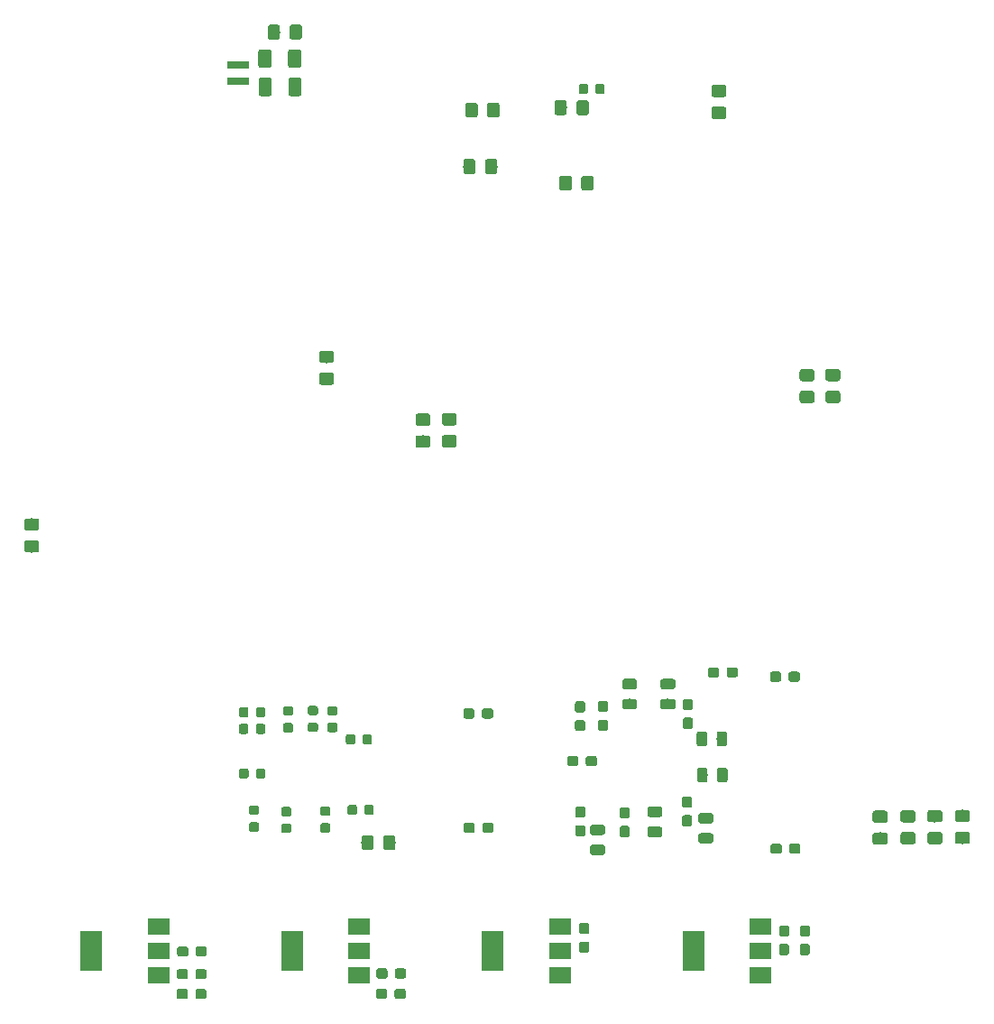
<source format=gbr>
G04 #@! TF.GenerationSoftware,KiCad,Pcbnew,(5.1.2-1)-1*
G04 #@! TF.CreationDate,2020-09-17T21:50:52+01:00*
G04 #@! TF.ProjectId,tranZPUter-SW-700_v1_2,7472616e-5a50-4557-9465-722d53572d37,rev?*
G04 #@! TF.SameCoordinates,Original*
G04 #@! TF.FileFunction,Paste,Bot*
G04 #@! TF.FilePolarity,Positive*
%FSLAX46Y46*%
G04 Gerber Fmt 4.6, Leading zero omitted, Abs format (unit mm)*
G04 Created by KiCad (PCBNEW (5.1.2-1)-1) date 2020-09-17 21:50:52*
%MOMM*%
%LPD*%
G04 APERTURE LIST*
%ADD10C,0.100000*%
%ADD11C,1.150000*%
%ADD12R,2.000000X1.500000*%
%ADD13R,2.000000X3.800000*%
%ADD14C,0.950000*%
%ADD15C,1.250000*%
%ADD16C,0.875000*%
%ADD17C,0.975000*%
%ADD18R,2.000000X0.800000*%
G04 APERTURE END LIST*
D10*
G36*
X133524505Y-123341204D02*
G01*
X133548773Y-123344804D01*
X133572572Y-123350765D01*
X133595671Y-123359030D01*
X133617850Y-123369520D01*
X133638893Y-123382132D01*
X133658599Y-123396747D01*
X133676777Y-123413223D01*
X133693253Y-123431401D01*
X133707868Y-123451107D01*
X133720480Y-123472150D01*
X133730970Y-123494329D01*
X133739235Y-123517428D01*
X133745196Y-123541227D01*
X133748796Y-123565495D01*
X133750000Y-123589999D01*
X133750000Y-124490001D01*
X133748796Y-124514505D01*
X133745196Y-124538773D01*
X133739235Y-124562572D01*
X133730970Y-124585671D01*
X133720480Y-124607850D01*
X133707868Y-124628893D01*
X133693253Y-124648599D01*
X133676777Y-124666777D01*
X133658599Y-124683253D01*
X133638893Y-124697868D01*
X133617850Y-124710480D01*
X133595671Y-124720970D01*
X133572572Y-124729235D01*
X133548773Y-124735196D01*
X133524505Y-124738796D01*
X133500001Y-124740000D01*
X132849999Y-124740000D01*
X132825495Y-124738796D01*
X132801227Y-124735196D01*
X132777428Y-124729235D01*
X132754329Y-124720970D01*
X132732150Y-124710480D01*
X132711107Y-124697868D01*
X132691401Y-124683253D01*
X132673223Y-124666777D01*
X132656747Y-124648599D01*
X132642132Y-124628893D01*
X132629520Y-124607850D01*
X132619030Y-124585671D01*
X132610765Y-124562572D01*
X132604804Y-124538773D01*
X132601204Y-124514505D01*
X132600000Y-124490001D01*
X132600000Y-123589999D01*
X132601204Y-123565495D01*
X132604804Y-123541227D01*
X132610765Y-123517428D01*
X132619030Y-123494329D01*
X132629520Y-123472150D01*
X132642132Y-123451107D01*
X132656747Y-123431401D01*
X132673223Y-123413223D01*
X132691401Y-123396747D01*
X132711107Y-123382132D01*
X132732150Y-123369520D01*
X132754329Y-123359030D01*
X132777428Y-123350765D01*
X132801227Y-123344804D01*
X132825495Y-123341204D01*
X132849999Y-123340000D01*
X133500001Y-123340000D01*
X133524505Y-123341204D01*
X133524505Y-123341204D01*
G37*
D11*
X133175000Y-124040000D03*
D10*
G36*
X131474505Y-123341204D02*
G01*
X131498773Y-123344804D01*
X131522572Y-123350765D01*
X131545671Y-123359030D01*
X131567850Y-123369520D01*
X131588893Y-123382132D01*
X131608599Y-123396747D01*
X131626777Y-123413223D01*
X131643253Y-123431401D01*
X131657868Y-123451107D01*
X131670480Y-123472150D01*
X131680970Y-123494329D01*
X131689235Y-123517428D01*
X131695196Y-123541227D01*
X131698796Y-123565495D01*
X131700000Y-123589999D01*
X131700000Y-124490001D01*
X131698796Y-124514505D01*
X131695196Y-124538773D01*
X131689235Y-124562572D01*
X131680970Y-124585671D01*
X131670480Y-124607850D01*
X131657868Y-124628893D01*
X131643253Y-124648599D01*
X131626777Y-124666777D01*
X131608599Y-124683253D01*
X131588893Y-124697868D01*
X131567850Y-124710480D01*
X131545671Y-124720970D01*
X131522572Y-124729235D01*
X131498773Y-124735196D01*
X131474505Y-124738796D01*
X131450001Y-124740000D01*
X130799999Y-124740000D01*
X130775495Y-124738796D01*
X130751227Y-124735196D01*
X130727428Y-124729235D01*
X130704329Y-124720970D01*
X130682150Y-124710480D01*
X130661107Y-124697868D01*
X130641401Y-124683253D01*
X130623223Y-124666777D01*
X130606747Y-124648599D01*
X130592132Y-124628893D01*
X130579520Y-124607850D01*
X130569030Y-124585671D01*
X130560765Y-124562572D01*
X130554804Y-124538773D01*
X130551204Y-124514505D01*
X130550000Y-124490001D01*
X130550000Y-123589999D01*
X130551204Y-123565495D01*
X130554804Y-123541227D01*
X130560765Y-123517428D01*
X130569030Y-123494329D01*
X130579520Y-123472150D01*
X130592132Y-123451107D01*
X130606747Y-123431401D01*
X130623223Y-123413223D01*
X130641401Y-123396747D01*
X130661107Y-123382132D01*
X130682150Y-123369520D01*
X130704329Y-123359030D01*
X130727428Y-123350765D01*
X130751227Y-123344804D01*
X130775495Y-123341204D01*
X130799999Y-123340000D01*
X131450001Y-123340000D01*
X131474505Y-123341204D01*
X131474505Y-123341204D01*
G37*
D11*
X131125000Y-124040000D03*
D12*
X130320000Y-131890000D03*
X130320000Y-136490000D03*
X130320000Y-134190000D03*
D13*
X124020000Y-134190000D03*
D10*
G36*
X179714505Y-123081204D02*
G01*
X179738773Y-123084804D01*
X179762572Y-123090765D01*
X179785671Y-123099030D01*
X179807850Y-123109520D01*
X179828893Y-123122132D01*
X179848599Y-123136747D01*
X179866777Y-123153223D01*
X179883253Y-123171401D01*
X179897868Y-123191107D01*
X179910480Y-123212150D01*
X179920970Y-123234329D01*
X179929235Y-123257428D01*
X179935196Y-123281227D01*
X179938796Y-123305495D01*
X179940000Y-123329999D01*
X179940000Y-123980001D01*
X179938796Y-124004505D01*
X179935196Y-124028773D01*
X179929235Y-124052572D01*
X179920970Y-124075671D01*
X179910480Y-124097850D01*
X179897868Y-124118893D01*
X179883253Y-124138599D01*
X179866777Y-124156777D01*
X179848599Y-124173253D01*
X179828893Y-124187868D01*
X179807850Y-124200480D01*
X179785671Y-124210970D01*
X179762572Y-124219235D01*
X179738773Y-124225196D01*
X179714505Y-124228796D01*
X179690001Y-124230000D01*
X178789999Y-124230000D01*
X178765495Y-124228796D01*
X178741227Y-124225196D01*
X178717428Y-124219235D01*
X178694329Y-124210970D01*
X178672150Y-124200480D01*
X178651107Y-124187868D01*
X178631401Y-124173253D01*
X178613223Y-124156777D01*
X178596747Y-124138599D01*
X178582132Y-124118893D01*
X178569520Y-124097850D01*
X178559030Y-124075671D01*
X178550765Y-124052572D01*
X178544804Y-124028773D01*
X178541204Y-124004505D01*
X178540000Y-123980001D01*
X178540000Y-123329999D01*
X178541204Y-123305495D01*
X178544804Y-123281227D01*
X178550765Y-123257428D01*
X178559030Y-123234329D01*
X178569520Y-123212150D01*
X178582132Y-123191107D01*
X178596747Y-123171401D01*
X178613223Y-123153223D01*
X178631401Y-123136747D01*
X178651107Y-123122132D01*
X178672150Y-123109520D01*
X178694329Y-123099030D01*
X178717428Y-123090765D01*
X178741227Y-123084804D01*
X178765495Y-123081204D01*
X178789999Y-123080000D01*
X179690001Y-123080000D01*
X179714505Y-123081204D01*
X179714505Y-123081204D01*
G37*
D11*
X179240000Y-123655000D03*
D10*
G36*
X179714505Y-121031204D02*
G01*
X179738773Y-121034804D01*
X179762572Y-121040765D01*
X179785671Y-121049030D01*
X179807850Y-121059520D01*
X179828893Y-121072132D01*
X179848599Y-121086747D01*
X179866777Y-121103223D01*
X179883253Y-121121401D01*
X179897868Y-121141107D01*
X179910480Y-121162150D01*
X179920970Y-121184329D01*
X179929235Y-121207428D01*
X179935196Y-121231227D01*
X179938796Y-121255495D01*
X179940000Y-121279999D01*
X179940000Y-121930001D01*
X179938796Y-121954505D01*
X179935196Y-121978773D01*
X179929235Y-122002572D01*
X179920970Y-122025671D01*
X179910480Y-122047850D01*
X179897868Y-122068893D01*
X179883253Y-122088599D01*
X179866777Y-122106777D01*
X179848599Y-122123253D01*
X179828893Y-122137868D01*
X179807850Y-122150480D01*
X179785671Y-122160970D01*
X179762572Y-122169235D01*
X179738773Y-122175196D01*
X179714505Y-122178796D01*
X179690001Y-122180000D01*
X178789999Y-122180000D01*
X178765495Y-122178796D01*
X178741227Y-122175196D01*
X178717428Y-122169235D01*
X178694329Y-122160970D01*
X178672150Y-122150480D01*
X178651107Y-122137868D01*
X178631401Y-122123253D01*
X178613223Y-122106777D01*
X178596747Y-122088599D01*
X178582132Y-122068893D01*
X178569520Y-122047850D01*
X178559030Y-122025671D01*
X178550765Y-122002572D01*
X178544804Y-121978773D01*
X178541204Y-121954505D01*
X178540000Y-121930001D01*
X178540000Y-121279999D01*
X178541204Y-121255495D01*
X178544804Y-121231227D01*
X178550765Y-121207428D01*
X178559030Y-121184329D01*
X178569520Y-121162150D01*
X178582132Y-121141107D01*
X178596747Y-121121401D01*
X178613223Y-121103223D01*
X178631401Y-121086747D01*
X178651107Y-121072132D01*
X178672150Y-121059520D01*
X178694329Y-121049030D01*
X178717428Y-121040765D01*
X178741227Y-121034804D01*
X178765495Y-121031204D01*
X178789999Y-121030000D01*
X179690001Y-121030000D01*
X179714505Y-121031204D01*
X179714505Y-121031204D01*
G37*
D11*
X179240000Y-121605000D03*
D12*
X149170000Y-131890000D03*
X149170000Y-136490000D03*
X149170000Y-134190000D03*
D13*
X142870000Y-134190000D03*
D12*
X111510000Y-131900000D03*
X111510000Y-136500000D03*
X111510000Y-134200000D03*
D13*
X105210000Y-134200000D03*
D10*
G36*
X115835779Y-133766144D02*
G01*
X115858834Y-133769563D01*
X115881443Y-133775227D01*
X115903387Y-133783079D01*
X115924457Y-133793044D01*
X115944448Y-133805026D01*
X115963168Y-133818910D01*
X115980438Y-133834562D01*
X115996090Y-133851832D01*
X116009974Y-133870552D01*
X116021956Y-133890543D01*
X116031921Y-133911613D01*
X116039773Y-133933557D01*
X116045437Y-133956166D01*
X116048856Y-133979221D01*
X116050000Y-134002500D01*
X116050000Y-134477500D01*
X116048856Y-134500779D01*
X116045437Y-134523834D01*
X116039773Y-134546443D01*
X116031921Y-134568387D01*
X116021956Y-134589457D01*
X116009974Y-134609448D01*
X115996090Y-134628168D01*
X115980438Y-134645438D01*
X115963168Y-134661090D01*
X115944448Y-134674974D01*
X115924457Y-134686956D01*
X115903387Y-134696921D01*
X115881443Y-134704773D01*
X115858834Y-134710437D01*
X115835779Y-134713856D01*
X115812500Y-134715000D01*
X115237500Y-134715000D01*
X115214221Y-134713856D01*
X115191166Y-134710437D01*
X115168557Y-134704773D01*
X115146613Y-134696921D01*
X115125543Y-134686956D01*
X115105552Y-134674974D01*
X115086832Y-134661090D01*
X115069562Y-134645438D01*
X115053910Y-134628168D01*
X115040026Y-134609448D01*
X115028044Y-134589457D01*
X115018079Y-134568387D01*
X115010227Y-134546443D01*
X115004563Y-134523834D01*
X115001144Y-134500779D01*
X115000000Y-134477500D01*
X115000000Y-134002500D01*
X115001144Y-133979221D01*
X115004563Y-133956166D01*
X115010227Y-133933557D01*
X115018079Y-133911613D01*
X115028044Y-133890543D01*
X115040026Y-133870552D01*
X115053910Y-133851832D01*
X115069562Y-133834562D01*
X115086832Y-133818910D01*
X115105552Y-133805026D01*
X115125543Y-133793044D01*
X115146613Y-133783079D01*
X115168557Y-133775227D01*
X115191166Y-133769563D01*
X115214221Y-133766144D01*
X115237500Y-133765000D01*
X115812500Y-133765000D01*
X115835779Y-133766144D01*
X115835779Y-133766144D01*
G37*
D14*
X115525000Y-134240000D03*
D10*
G36*
X114085779Y-133766144D02*
G01*
X114108834Y-133769563D01*
X114131443Y-133775227D01*
X114153387Y-133783079D01*
X114174457Y-133793044D01*
X114194448Y-133805026D01*
X114213168Y-133818910D01*
X114230438Y-133834562D01*
X114246090Y-133851832D01*
X114259974Y-133870552D01*
X114271956Y-133890543D01*
X114281921Y-133911613D01*
X114289773Y-133933557D01*
X114295437Y-133956166D01*
X114298856Y-133979221D01*
X114300000Y-134002500D01*
X114300000Y-134477500D01*
X114298856Y-134500779D01*
X114295437Y-134523834D01*
X114289773Y-134546443D01*
X114281921Y-134568387D01*
X114271956Y-134589457D01*
X114259974Y-134609448D01*
X114246090Y-134628168D01*
X114230438Y-134645438D01*
X114213168Y-134661090D01*
X114194448Y-134674974D01*
X114174457Y-134686956D01*
X114153387Y-134696921D01*
X114131443Y-134704773D01*
X114108834Y-134710437D01*
X114085779Y-134713856D01*
X114062500Y-134715000D01*
X113487500Y-134715000D01*
X113464221Y-134713856D01*
X113441166Y-134710437D01*
X113418557Y-134704773D01*
X113396613Y-134696921D01*
X113375543Y-134686956D01*
X113355552Y-134674974D01*
X113336832Y-134661090D01*
X113319562Y-134645438D01*
X113303910Y-134628168D01*
X113290026Y-134609448D01*
X113278044Y-134589457D01*
X113268079Y-134568387D01*
X113260227Y-134546443D01*
X113254563Y-134523834D01*
X113251144Y-134500779D01*
X113250000Y-134477500D01*
X113250000Y-134002500D01*
X113251144Y-133979221D01*
X113254563Y-133956166D01*
X113260227Y-133933557D01*
X113268079Y-133911613D01*
X113278044Y-133890543D01*
X113290026Y-133870552D01*
X113303910Y-133851832D01*
X113319562Y-133834562D01*
X113336832Y-133818910D01*
X113355552Y-133805026D01*
X113375543Y-133793044D01*
X113396613Y-133783079D01*
X113418557Y-133775227D01*
X113441166Y-133769563D01*
X113464221Y-133766144D01*
X113487500Y-133765000D01*
X114062500Y-133765000D01*
X114085779Y-133766144D01*
X114085779Y-133766144D01*
G37*
D14*
X113775000Y-134240000D03*
D10*
G36*
X115805779Y-135906144D02*
G01*
X115828834Y-135909563D01*
X115851443Y-135915227D01*
X115873387Y-135923079D01*
X115894457Y-135933044D01*
X115914448Y-135945026D01*
X115933168Y-135958910D01*
X115950438Y-135974562D01*
X115966090Y-135991832D01*
X115979974Y-136010552D01*
X115991956Y-136030543D01*
X116001921Y-136051613D01*
X116009773Y-136073557D01*
X116015437Y-136096166D01*
X116018856Y-136119221D01*
X116020000Y-136142500D01*
X116020000Y-136617500D01*
X116018856Y-136640779D01*
X116015437Y-136663834D01*
X116009773Y-136686443D01*
X116001921Y-136708387D01*
X115991956Y-136729457D01*
X115979974Y-136749448D01*
X115966090Y-136768168D01*
X115950438Y-136785438D01*
X115933168Y-136801090D01*
X115914448Y-136814974D01*
X115894457Y-136826956D01*
X115873387Y-136836921D01*
X115851443Y-136844773D01*
X115828834Y-136850437D01*
X115805779Y-136853856D01*
X115782500Y-136855000D01*
X115207500Y-136855000D01*
X115184221Y-136853856D01*
X115161166Y-136850437D01*
X115138557Y-136844773D01*
X115116613Y-136836921D01*
X115095543Y-136826956D01*
X115075552Y-136814974D01*
X115056832Y-136801090D01*
X115039562Y-136785438D01*
X115023910Y-136768168D01*
X115010026Y-136749448D01*
X114998044Y-136729457D01*
X114988079Y-136708387D01*
X114980227Y-136686443D01*
X114974563Y-136663834D01*
X114971144Y-136640779D01*
X114970000Y-136617500D01*
X114970000Y-136142500D01*
X114971144Y-136119221D01*
X114974563Y-136096166D01*
X114980227Y-136073557D01*
X114988079Y-136051613D01*
X114998044Y-136030543D01*
X115010026Y-136010552D01*
X115023910Y-135991832D01*
X115039562Y-135974562D01*
X115056832Y-135958910D01*
X115075552Y-135945026D01*
X115095543Y-135933044D01*
X115116613Y-135923079D01*
X115138557Y-135915227D01*
X115161166Y-135909563D01*
X115184221Y-135906144D01*
X115207500Y-135905000D01*
X115782500Y-135905000D01*
X115805779Y-135906144D01*
X115805779Y-135906144D01*
G37*
D14*
X115495000Y-136380000D03*
D10*
G36*
X114055779Y-135906144D02*
G01*
X114078834Y-135909563D01*
X114101443Y-135915227D01*
X114123387Y-135923079D01*
X114144457Y-135933044D01*
X114164448Y-135945026D01*
X114183168Y-135958910D01*
X114200438Y-135974562D01*
X114216090Y-135991832D01*
X114229974Y-136010552D01*
X114241956Y-136030543D01*
X114251921Y-136051613D01*
X114259773Y-136073557D01*
X114265437Y-136096166D01*
X114268856Y-136119221D01*
X114270000Y-136142500D01*
X114270000Y-136617500D01*
X114268856Y-136640779D01*
X114265437Y-136663834D01*
X114259773Y-136686443D01*
X114251921Y-136708387D01*
X114241956Y-136729457D01*
X114229974Y-136749448D01*
X114216090Y-136768168D01*
X114200438Y-136785438D01*
X114183168Y-136801090D01*
X114164448Y-136814974D01*
X114144457Y-136826956D01*
X114123387Y-136836921D01*
X114101443Y-136844773D01*
X114078834Y-136850437D01*
X114055779Y-136853856D01*
X114032500Y-136855000D01*
X113457500Y-136855000D01*
X113434221Y-136853856D01*
X113411166Y-136850437D01*
X113388557Y-136844773D01*
X113366613Y-136836921D01*
X113345543Y-136826956D01*
X113325552Y-136814974D01*
X113306832Y-136801090D01*
X113289562Y-136785438D01*
X113273910Y-136768168D01*
X113260026Y-136749448D01*
X113248044Y-136729457D01*
X113238079Y-136708387D01*
X113230227Y-136686443D01*
X113224563Y-136663834D01*
X113221144Y-136640779D01*
X113220000Y-136617500D01*
X113220000Y-136142500D01*
X113221144Y-136119221D01*
X113224563Y-136096166D01*
X113230227Y-136073557D01*
X113238079Y-136051613D01*
X113248044Y-136030543D01*
X113260026Y-136010552D01*
X113273910Y-135991832D01*
X113289562Y-135974562D01*
X113306832Y-135958910D01*
X113325552Y-135945026D01*
X113345543Y-135933044D01*
X113366613Y-135923079D01*
X113388557Y-135915227D01*
X113411166Y-135909563D01*
X113434221Y-135906144D01*
X113457500Y-135905000D01*
X114032500Y-135905000D01*
X114055779Y-135906144D01*
X114055779Y-135906144D01*
G37*
D14*
X113745000Y-136380000D03*
D10*
G36*
X115795779Y-137766144D02*
G01*
X115818834Y-137769563D01*
X115841443Y-137775227D01*
X115863387Y-137783079D01*
X115884457Y-137793044D01*
X115904448Y-137805026D01*
X115923168Y-137818910D01*
X115940438Y-137834562D01*
X115956090Y-137851832D01*
X115969974Y-137870552D01*
X115981956Y-137890543D01*
X115991921Y-137911613D01*
X115999773Y-137933557D01*
X116005437Y-137956166D01*
X116008856Y-137979221D01*
X116010000Y-138002500D01*
X116010000Y-138477500D01*
X116008856Y-138500779D01*
X116005437Y-138523834D01*
X115999773Y-138546443D01*
X115991921Y-138568387D01*
X115981956Y-138589457D01*
X115969974Y-138609448D01*
X115956090Y-138628168D01*
X115940438Y-138645438D01*
X115923168Y-138661090D01*
X115904448Y-138674974D01*
X115884457Y-138686956D01*
X115863387Y-138696921D01*
X115841443Y-138704773D01*
X115818834Y-138710437D01*
X115795779Y-138713856D01*
X115772500Y-138715000D01*
X115197500Y-138715000D01*
X115174221Y-138713856D01*
X115151166Y-138710437D01*
X115128557Y-138704773D01*
X115106613Y-138696921D01*
X115085543Y-138686956D01*
X115065552Y-138674974D01*
X115046832Y-138661090D01*
X115029562Y-138645438D01*
X115013910Y-138628168D01*
X115000026Y-138609448D01*
X114988044Y-138589457D01*
X114978079Y-138568387D01*
X114970227Y-138546443D01*
X114964563Y-138523834D01*
X114961144Y-138500779D01*
X114960000Y-138477500D01*
X114960000Y-138002500D01*
X114961144Y-137979221D01*
X114964563Y-137956166D01*
X114970227Y-137933557D01*
X114978079Y-137911613D01*
X114988044Y-137890543D01*
X115000026Y-137870552D01*
X115013910Y-137851832D01*
X115029562Y-137834562D01*
X115046832Y-137818910D01*
X115065552Y-137805026D01*
X115085543Y-137793044D01*
X115106613Y-137783079D01*
X115128557Y-137775227D01*
X115151166Y-137769563D01*
X115174221Y-137766144D01*
X115197500Y-137765000D01*
X115772500Y-137765000D01*
X115795779Y-137766144D01*
X115795779Y-137766144D01*
G37*
D14*
X115485000Y-138240000D03*
D10*
G36*
X114045779Y-137766144D02*
G01*
X114068834Y-137769563D01*
X114091443Y-137775227D01*
X114113387Y-137783079D01*
X114134457Y-137793044D01*
X114154448Y-137805026D01*
X114173168Y-137818910D01*
X114190438Y-137834562D01*
X114206090Y-137851832D01*
X114219974Y-137870552D01*
X114231956Y-137890543D01*
X114241921Y-137911613D01*
X114249773Y-137933557D01*
X114255437Y-137956166D01*
X114258856Y-137979221D01*
X114260000Y-138002500D01*
X114260000Y-138477500D01*
X114258856Y-138500779D01*
X114255437Y-138523834D01*
X114249773Y-138546443D01*
X114241921Y-138568387D01*
X114231956Y-138589457D01*
X114219974Y-138609448D01*
X114206090Y-138628168D01*
X114190438Y-138645438D01*
X114173168Y-138661090D01*
X114154448Y-138674974D01*
X114134457Y-138686956D01*
X114113387Y-138696921D01*
X114091443Y-138704773D01*
X114068834Y-138710437D01*
X114045779Y-138713856D01*
X114022500Y-138715000D01*
X113447500Y-138715000D01*
X113424221Y-138713856D01*
X113401166Y-138710437D01*
X113378557Y-138704773D01*
X113356613Y-138696921D01*
X113335543Y-138686956D01*
X113315552Y-138674974D01*
X113296832Y-138661090D01*
X113279562Y-138645438D01*
X113263910Y-138628168D01*
X113250026Y-138609448D01*
X113238044Y-138589457D01*
X113228079Y-138568387D01*
X113220227Y-138546443D01*
X113214563Y-138523834D01*
X113211144Y-138500779D01*
X113210000Y-138477500D01*
X113210000Y-138002500D01*
X113211144Y-137979221D01*
X113214563Y-137956166D01*
X113220227Y-137933557D01*
X113228079Y-137911613D01*
X113238044Y-137890543D01*
X113250026Y-137870552D01*
X113263910Y-137851832D01*
X113279562Y-137834562D01*
X113296832Y-137818910D01*
X113315552Y-137805026D01*
X113335543Y-137793044D01*
X113356613Y-137783079D01*
X113378557Y-137775227D01*
X113401166Y-137769563D01*
X113424221Y-137766144D01*
X113447500Y-137765000D01*
X114022500Y-137765000D01*
X114045779Y-137766144D01*
X114045779Y-137766144D01*
G37*
D14*
X113735000Y-138240000D03*
D10*
G36*
X121919504Y-52226204D02*
G01*
X121943773Y-52229804D01*
X121967571Y-52235765D01*
X121990671Y-52244030D01*
X122012849Y-52254520D01*
X122033893Y-52267133D01*
X122053598Y-52281747D01*
X122071777Y-52298223D01*
X122088253Y-52316402D01*
X122102867Y-52336107D01*
X122115480Y-52357151D01*
X122125970Y-52379329D01*
X122134235Y-52402429D01*
X122140196Y-52426227D01*
X122143796Y-52450496D01*
X122145000Y-52475000D01*
X122145000Y-53725000D01*
X122143796Y-53749504D01*
X122140196Y-53773773D01*
X122134235Y-53797571D01*
X122125970Y-53820671D01*
X122115480Y-53842849D01*
X122102867Y-53863893D01*
X122088253Y-53883598D01*
X122071777Y-53901777D01*
X122053598Y-53918253D01*
X122033893Y-53932867D01*
X122012849Y-53945480D01*
X121990671Y-53955970D01*
X121967571Y-53964235D01*
X121943773Y-53970196D01*
X121919504Y-53973796D01*
X121895000Y-53975000D01*
X121145000Y-53975000D01*
X121120496Y-53973796D01*
X121096227Y-53970196D01*
X121072429Y-53964235D01*
X121049329Y-53955970D01*
X121027151Y-53945480D01*
X121006107Y-53932867D01*
X120986402Y-53918253D01*
X120968223Y-53901777D01*
X120951747Y-53883598D01*
X120937133Y-53863893D01*
X120924520Y-53842849D01*
X120914030Y-53820671D01*
X120905765Y-53797571D01*
X120899804Y-53773773D01*
X120896204Y-53749504D01*
X120895000Y-53725000D01*
X120895000Y-52475000D01*
X120896204Y-52450496D01*
X120899804Y-52426227D01*
X120905765Y-52402429D01*
X120914030Y-52379329D01*
X120924520Y-52357151D01*
X120937133Y-52336107D01*
X120951747Y-52316402D01*
X120968223Y-52298223D01*
X120986402Y-52281747D01*
X121006107Y-52267133D01*
X121027151Y-52254520D01*
X121049329Y-52244030D01*
X121072429Y-52235765D01*
X121096227Y-52229804D01*
X121120496Y-52226204D01*
X121145000Y-52225000D01*
X121895000Y-52225000D01*
X121919504Y-52226204D01*
X121919504Y-52226204D01*
G37*
D15*
X121520000Y-53100000D03*
D10*
G36*
X124719504Y-52226204D02*
G01*
X124743773Y-52229804D01*
X124767571Y-52235765D01*
X124790671Y-52244030D01*
X124812849Y-52254520D01*
X124833893Y-52267133D01*
X124853598Y-52281747D01*
X124871777Y-52298223D01*
X124888253Y-52316402D01*
X124902867Y-52336107D01*
X124915480Y-52357151D01*
X124925970Y-52379329D01*
X124934235Y-52402429D01*
X124940196Y-52426227D01*
X124943796Y-52450496D01*
X124945000Y-52475000D01*
X124945000Y-53725000D01*
X124943796Y-53749504D01*
X124940196Y-53773773D01*
X124934235Y-53797571D01*
X124925970Y-53820671D01*
X124915480Y-53842849D01*
X124902867Y-53863893D01*
X124888253Y-53883598D01*
X124871777Y-53901777D01*
X124853598Y-53918253D01*
X124833893Y-53932867D01*
X124812849Y-53945480D01*
X124790671Y-53955970D01*
X124767571Y-53964235D01*
X124743773Y-53970196D01*
X124719504Y-53973796D01*
X124695000Y-53975000D01*
X123945000Y-53975000D01*
X123920496Y-53973796D01*
X123896227Y-53970196D01*
X123872429Y-53964235D01*
X123849329Y-53955970D01*
X123827151Y-53945480D01*
X123806107Y-53932867D01*
X123786402Y-53918253D01*
X123768223Y-53901777D01*
X123751747Y-53883598D01*
X123737133Y-53863893D01*
X123724520Y-53842849D01*
X123714030Y-53820671D01*
X123705765Y-53797571D01*
X123699804Y-53773773D01*
X123696204Y-53749504D01*
X123695000Y-53725000D01*
X123695000Y-52475000D01*
X123696204Y-52450496D01*
X123699804Y-52426227D01*
X123705765Y-52402429D01*
X123714030Y-52379329D01*
X123724520Y-52357151D01*
X123737133Y-52336107D01*
X123751747Y-52316402D01*
X123768223Y-52298223D01*
X123786402Y-52281747D01*
X123806107Y-52267133D01*
X123827151Y-52254520D01*
X123849329Y-52244030D01*
X123872429Y-52235765D01*
X123896227Y-52229804D01*
X123920496Y-52226204D01*
X123945000Y-52225000D01*
X124695000Y-52225000D01*
X124719504Y-52226204D01*
X124719504Y-52226204D01*
G37*
D15*
X124320000Y-53100000D03*
D10*
G36*
X121899504Y-49576204D02*
G01*
X121923773Y-49579804D01*
X121947571Y-49585765D01*
X121970671Y-49594030D01*
X121992849Y-49604520D01*
X122013893Y-49617133D01*
X122033598Y-49631747D01*
X122051777Y-49648223D01*
X122068253Y-49666402D01*
X122082867Y-49686107D01*
X122095480Y-49707151D01*
X122105970Y-49729329D01*
X122114235Y-49752429D01*
X122120196Y-49776227D01*
X122123796Y-49800496D01*
X122125000Y-49825000D01*
X122125000Y-51075000D01*
X122123796Y-51099504D01*
X122120196Y-51123773D01*
X122114235Y-51147571D01*
X122105970Y-51170671D01*
X122095480Y-51192849D01*
X122082867Y-51213893D01*
X122068253Y-51233598D01*
X122051777Y-51251777D01*
X122033598Y-51268253D01*
X122013893Y-51282867D01*
X121992849Y-51295480D01*
X121970671Y-51305970D01*
X121947571Y-51314235D01*
X121923773Y-51320196D01*
X121899504Y-51323796D01*
X121875000Y-51325000D01*
X121125000Y-51325000D01*
X121100496Y-51323796D01*
X121076227Y-51320196D01*
X121052429Y-51314235D01*
X121029329Y-51305970D01*
X121007151Y-51295480D01*
X120986107Y-51282867D01*
X120966402Y-51268253D01*
X120948223Y-51251777D01*
X120931747Y-51233598D01*
X120917133Y-51213893D01*
X120904520Y-51192849D01*
X120894030Y-51170671D01*
X120885765Y-51147571D01*
X120879804Y-51123773D01*
X120876204Y-51099504D01*
X120875000Y-51075000D01*
X120875000Y-49825000D01*
X120876204Y-49800496D01*
X120879804Y-49776227D01*
X120885765Y-49752429D01*
X120894030Y-49729329D01*
X120904520Y-49707151D01*
X120917133Y-49686107D01*
X120931747Y-49666402D01*
X120948223Y-49648223D01*
X120966402Y-49631747D01*
X120986107Y-49617133D01*
X121007151Y-49604520D01*
X121029329Y-49594030D01*
X121052429Y-49585765D01*
X121076227Y-49579804D01*
X121100496Y-49576204D01*
X121125000Y-49575000D01*
X121875000Y-49575000D01*
X121899504Y-49576204D01*
X121899504Y-49576204D01*
G37*
D15*
X121500000Y-50450000D03*
D10*
G36*
X124699504Y-49576204D02*
G01*
X124723773Y-49579804D01*
X124747571Y-49585765D01*
X124770671Y-49594030D01*
X124792849Y-49604520D01*
X124813893Y-49617133D01*
X124833598Y-49631747D01*
X124851777Y-49648223D01*
X124868253Y-49666402D01*
X124882867Y-49686107D01*
X124895480Y-49707151D01*
X124905970Y-49729329D01*
X124914235Y-49752429D01*
X124920196Y-49776227D01*
X124923796Y-49800496D01*
X124925000Y-49825000D01*
X124925000Y-51075000D01*
X124923796Y-51099504D01*
X124920196Y-51123773D01*
X124914235Y-51147571D01*
X124905970Y-51170671D01*
X124895480Y-51192849D01*
X124882867Y-51213893D01*
X124868253Y-51233598D01*
X124851777Y-51251777D01*
X124833598Y-51268253D01*
X124813893Y-51282867D01*
X124792849Y-51295480D01*
X124770671Y-51305970D01*
X124747571Y-51314235D01*
X124723773Y-51320196D01*
X124699504Y-51323796D01*
X124675000Y-51325000D01*
X123925000Y-51325000D01*
X123900496Y-51323796D01*
X123876227Y-51320196D01*
X123852429Y-51314235D01*
X123829329Y-51305970D01*
X123807151Y-51295480D01*
X123786107Y-51282867D01*
X123766402Y-51268253D01*
X123748223Y-51251777D01*
X123731747Y-51233598D01*
X123717133Y-51213893D01*
X123704520Y-51192849D01*
X123694030Y-51170671D01*
X123685765Y-51147571D01*
X123679804Y-51123773D01*
X123676204Y-51099504D01*
X123675000Y-51075000D01*
X123675000Y-49825000D01*
X123676204Y-49800496D01*
X123679804Y-49776227D01*
X123685765Y-49752429D01*
X123694030Y-49729329D01*
X123704520Y-49707151D01*
X123717133Y-49686107D01*
X123731747Y-49666402D01*
X123748223Y-49648223D01*
X123766402Y-49631747D01*
X123786107Y-49617133D01*
X123807151Y-49604520D01*
X123829329Y-49594030D01*
X123852429Y-49585765D01*
X123876227Y-49579804D01*
X123900496Y-49576204D01*
X123925000Y-49575000D01*
X124675000Y-49575000D01*
X124699504Y-49576204D01*
X124699504Y-49576204D01*
G37*
D15*
X124300000Y-50450000D03*
D10*
G36*
X153197691Y-52836053D02*
G01*
X153218926Y-52839203D01*
X153239750Y-52844419D01*
X153259962Y-52851651D01*
X153279368Y-52860830D01*
X153297781Y-52871866D01*
X153315024Y-52884654D01*
X153330930Y-52899070D01*
X153345346Y-52914976D01*
X153358134Y-52932219D01*
X153369170Y-52950632D01*
X153378349Y-52970038D01*
X153385581Y-52990250D01*
X153390797Y-53011074D01*
X153393947Y-53032309D01*
X153395000Y-53053750D01*
X153395000Y-53566250D01*
X153393947Y-53587691D01*
X153390797Y-53608926D01*
X153385581Y-53629750D01*
X153378349Y-53649962D01*
X153369170Y-53669368D01*
X153358134Y-53687781D01*
X153345346Y-53705024D01*
X153330930Y-53720930D01*
X153315024Y-53735346D01*
X153297781Y-53748134D01*
X153279368Y-53759170D01*
X153259962Y-53768349D01*
X153239750Y-53775581D01*
X153218926Y-53780797D01*
X153197691Y-53783947D01*
X153176250Y-53785000D01*
X152738750Y-53785000D01*
X152717309Y-53783947D01*
X152696074Y-53780797D01*
X152675250Y-53775581D01*
X152655038Y-53768349D01*
X152635632Y-53759170D01*
X152617219Y-53748134D01*
X152599976Y-53735346D01*
X152584070Y-53720930D01*
X152569654Y-53705024D01*
X152556866Y-53687781D01*
X152545830Y-53669368D01*
X152536651Y-53649962D01*
X152529419Y-53629750D01*
X152524203Y-53608926D01*
X152521053Y-53587691D01*
X152520000Y-53566250D01*
X152520000Y-53053750D01*
X152521053Y-53032309D01*
X152524203Y-53011074D01*
X152529419Y-52990250D01*
X152536651Y-52970038D01*
X152545830Y-52950632D01*
X152556866Y-52932219D01*
X152569654Y-52914976D01*
X152584070Y-52899070D01*
X152599976Y-52884654D01*
X152617219Y-52871866D01*
X152635632Y-52860830D01*
X152655038Y-52851651D01*
X152675250Y-52844419D01*
X152696074Y-52839203D01*
X152717309Y-52836053D01*
X152738750Y-52835000D01*
X153176250Y-52835000D01*
X153197691Y-52836053D01*
X153197691Y-52836053D01*
G37*
D16*
X152957500Y-53310000D03*
D10*
G36*
X151622691Y-52836053D02*
G01*
X151643926Y-52839203D01*
X151664750Y-52844419D01*
X151684962Y-52851651D01*
X151704368Y-52860830D01*
X151722781Y-52871866D01*
X151740024Y-52884654D01*
X151755930Y-52899070D01*
X151770346Y-52914976D01*
X151783134Y-52932219D01*
X151794170Y-52950632D01*
X151803349Y-52970038D01*
X151810581Y-52990250D01*
X151815797Y-53011074D01*
X151818947Y-53032309D01*
X151820000Y-53053750D01*
X151820000Y-53566250D01*
X151818947Y-53587691D01*
X151815797Y-53608926D01*
X151810581Y-53629750D01*
X151803349Y-53649962D01*
X151794170Y-53669368D01*
X151783134Y-53687781D01*
X151770346Y-53705024D01*
X151755930Y-53720930D01*
X151740024Y-53735346D01*
X151722781Y-53748134D01*
X151704368Y-53759170D01*
X151684962Y-53768349D01*
X151664750Y-53775581D01*
X151643926Y-53780797D01*
X151622691Y-53783947D01*
X151601250Y-53785000D01*
X151163750Y-53785000D01*
X151142309Y-53783947D01*
X151121074Y-53780797D01*
X151100250Y-53775581D01*
X151080038Y-53768349D01*
X151060632Y-53759170D01*
X151042219Y-53748134D01*
X151024976Y-53735346D01*
X151009070Y-53720930D01*
X150994654Y-53705024D01*
X150981866Y-53687781D01*
X150970830Y-53669368D01*
X150961651Y-53649962D01*
X150954419Y-53629750D01*
X150949203Y-53608926D01*
X150946053Y-53587691D01*
X150945000Y-53566250D01*
X150945000Y-53053750D01*
X150946053Y-53032309D01*
X150949203Y-53011074D01*
X150954419Y-52990250D01*
X150961651Y-52970038D01*
X150970830Y-52950632D01*
X150981866Y-52932219D01*
X150994654Y-52914976D01*
X151009070Y-52899070D01*
X151024976Y-52884654D01*
X151042219Y-52871866D01*
X151060632Y-52860830D01*
X151080038Y-52851651D01*
X151100250Y-52844419D01*
X151121074Y-52839203D01*
X151142309Y-52836053D01*
X151163750Y-52835000D01*
X151601250Y-52835000D01*
X151622691Y-52836053D01*
X151622691Y-52836053D01*
G37*
D16*
X151382500Y-53310000D03*
D10*
G36*
X141034505Y-59881204D02*
G01*
X141058773Y-59884804D01*
X141082572Y-59890765D01*
X141105671Y-59899030D01*
X141127850Y-59909520D01*
X141148893Y-59922132D01*
X141168599Y-59936747D01*
X141186777Y-59953223D01*
X141203253Y-59971401D01*
X141217868Y-59991107D01*
X141230480Y-60012150D01*
X141240970Y-60034329D01*
X141249235Y-60057428D01*
X141255196Y-60081227D01*
X141258796Y-60105495D01*
X141260000Y-60129999D01*
X141260000Y-61030001D01*
X141258796Y-61054505D01*
X141255196Y-61078773D01*
X141249235Y-61102572D01*
X141240970Y-61125671D01*
X141230480Y-61147850D01*
X141217868Y-61168893D01*
X141203253Y-61188599D01*
X141186777Y-61206777D01*
X141168599Y-61223253D01*
X141148893Y-61237868D01*
X141127850Y-61250480D01*
X141105671Y-61260970D01*
X141082572Y-61269235D01*
X141058773Y-61275196D01*
X141034505Y-61278796D01*
X141010001Y-61280000D01*
X140359999Y-61280000D01*
X140335495Y-61278796D01*
X140311227Y-61275196D01*
X140287428Y-61269235D01*
X140264329Y-61260970D01*
X140242150Y-61250480D01*
X140221107Y-61237868D01*
X140201401Y-61223253D01*
X140183223Y-61206777D01*
X140166747Y-61188599D01*
X140152132Y-61168893D01*
X140139520Y-61147850D01*
X140129030Y-61125671D01*
X140120765Y-61102572D01*
X140114804Y-61078773D01*
X140111204Y-61054505D01*
X140110000Y-61030001D01*
X140110000Y-60129999D01*
X140111204Y-60105495D01*
X140114804Y-60081227D01*
X140120765Y-60057428D01*
X140129030Y-60034329D01*
X140139520Y-60012150D01*
X140152132Y-59991107D01*
X140166747Y-59971401D01*
X140183223Y-59953223D01*
X140201401Y-59936747D01*
X140221107Y-59922132D01*
X140242150Y-59909520D01*
X140264329Y-59899030D01*
X140287428Y-59890765D01*
X140311227Y-59884804D01*
X140335495Y-59881204D01*
X140359999Y-59880000D01*
X141010001Y-59880000D01*
X141034505Y-59881204D01*
X141034505Y-59881204D01*
G37*
D11*
X140685000Y-60580000D03*
D10*
G36*
X143084505Y-59881204D02*
G01*
X143108773Y-59884804D01*
X143132572Y-59890765D01*
X143155671Y-59899030D01*
X143177850Y-59909520D01*
X143198893Y-59922132D01*
X143218599Y-59936747D01*
X143236777Y-59953223D01*
X143253253Y-59971401D01*
X143267868Y-59991107D01*
X143280480Y-60012150D01*
X143290970Y-60034329D01*
X143299235Y-60057428D01*
X143305196Y-60081227D01*
X143308796Y-60105495D01*
X143310000Y-60129999D01*
X143310000Y-61030001D01*
X143308796Y-61054505D01*
X143305196Y-61078773D01*
X143299235Y-61102572D01*
X143290970Y-61125671D01*
X143280480Y-61147850D01*
X143267868Y-61168893D01*
X143253253Y-61188599D01*
X143236777Y-61206777D01*
X143218599Y-61223253D01*
X143198893Y-61237868D01*
X143177850Y-61250480D01*
X143155671Y-61260970D01*
X143132572Y-61269235D01*
X143108773Y-61275196D01*
X143084505Y-61278796D01*
X143060001Y-61280000D01*
X142409999Y-61280000D01*
X142385495Y-61278796D01*
X142361227Y-61275196D01*
X142337428Y-61269235D01*
X142314329Y-61260970D01*
X142292150Y-61250480D01*
X142271107Y-61237868D01*
X142251401Y-61223253D01*
X142233223Y-61206777D01*
X142216747Y-61188599D01*
X142202132Y-61168893D01*
X142189520Y-61147850D01*
X142179030Y-61125671D01*
X142170765Y-61102572D01*
X142164804Y-61078773D01*
X142161204Y-61054505D01*
X142160000Y-61030001D01*
X142160000Y-60129999D01*
X142161204Y-60105495D01*
X142164804Y-60081227D01*
X142170765Y-60057428D01*
X142179030Y-60034329D01*
X142189520Y-60012150D01*
X142202132Y-59991107D01*
X142216747Y-59971401D01*
X142233223Y-59953223D01*
X142251401Y-59936747D01*
X142271107Y-59922132D01*
X142292150Y-59909520D01*
X142314329Y-59899030D01*
X142337428Y-59890765D01*
X142361227Y-59884804D01*
X142385495Y-59881204D01*
X142409999Y-59880000D01*
X143060001Y-59880000D01*
X143084505Y-59881204D01*
X143084505Y-59881204D01*
G37*
D11*
X142735000Y-60580000D03*
D10*
G36*
X141234505Y-54591204D02*
G01*
X141258773Y-54594804D01*
X141282572Y-54600765D01*
X141305671Y-54609030D01*
X141327850Y-54619520D01*
X141348893Y-54632132D01*
X141368599Y-54646747D01*
X141386777Y-54663223D01*
X141403253Y-54681401D01*
X141417868Y-54701107D01*
X141430480Y-54722150D01*
X141440970Y-54744329D01*
X141449235Y-54767428D01*
X141455196Y-54791227D01*
X141458796Y-54815495D01*
X141460000Y-54839999D01*
X141460000Y-55740001D01*
X141458796Y-55764505D01*
X141455196Y-55788773D01*
X141449235Y-55812572D01*
X141440970Y-55835671D01*
X141430480Y-55857850D01*
X141417868Y-55878893D01*
X141403253Y-55898599D01*
X141386777Y-55916777D01*
X141368599Y-55933253D01*
X141348893Y-55947868D01*
X141327850Y-55960480D01*
X141305671Y-55970970D01*
X141282572Y-55979235D01*
X141258773Y-55985196D01*
X141234505Y-55988796D01*
X141210001Y-55990000D01*
X140559999Y-55990000D01*
X140535495Y-55988796D01*
X140511227Y-55985196D01*
X140487428Y-55979235D01*
X140464329Y-55970970D01*
X140442150Y-55960480D01*
X140421107Y-55947868D01*
X140401401Y-55933253D01*
X140383223Y-55916777D01*
X140366747Y-55898599D01*
X140352132Y-55878893D01*
X140339520Y-55857850D01*
X140329030Y-55835671D01*
X140320765Y-55812572D01*
X140314804Y-55788773D01*
X140311204Y-55764505D01*
X140310000Y-55740001D01*
X140310000Y-54839999D01*
X140311204Y-54815495D01*
X140314804Y-54791227D01*
X140320765Y-54767428D01*
X140329030Y-54744329D01*
X140339520Y-54722150D01*
X140352132Y-54701107D01*
X140366747Y-54681401D01*
X140383223Y-54663223D01*
X140401401Y-54646747D01*
X140421107Y-54632132D01*
X140442150Y-54619520D01*
X140464329Y-54609030D01*
X140487428Y-54600765D01*
X140511227Y-54594804D01*
X140535495Y-54591204D01*
X140559999Y-54590000D01*
X141210001Y-54590000D01*
X141234505Y-54591204D01*
X141234505Y-54591204D01*
G37*
D11*
X140885000Y-55290000D03*
D10*
G36*
X143284505Y-54591204D02*
G01*
X143308773Y-54594804D01*
X143332572Y-54600765D01*
X143355671Y-54609030D01*
X143377850Y-54619520D01*
X143398893Y-54632132D01*
X143418599Y-54646747D01*
X143436777Y-54663223D01*
X143453253Y-54681401D01*
X143467868Y-54701107D01*
X143480480Y-54722150D01*
X143490970Y-54744329D01*
X143499235Y-54767428D01*
X143505196Y-54791227D01*
X143508796Y-54815495D01*
X143510000Y-54839999D01*
X143510000Y-55740001D01*
X143508796Y-55764505D01*
X143505196Y-55788773D01*
X143499235Y-55812572D01*
X143490970Y-55835671D01*
X143480480Y-55857850D01*
X143467868Y-55878893D01*
X143453253Y-55898599D01*
X143436777Y-55916777D01*
X143418599Y-55933253D01*
X143398893Y-55947868D01*
X143377850Y-55960480D01*
X143355671Y-55970970D01*
X143332572Y-55979235D01*
X143308773Y-55985196D01*
X143284505Y-55988796D01*
X143260001Y-55990000D01*
X142609999Y-55990000D01*
X142585495Y-55988796D01*
X142561227Y-55985196D01*
X142537428Y-55979235D01*
X142514329Y-55970970D01*
X142492150Y-55960480D01*
X142471107Y-55947868D01*
X142451401Y-55933253D01*
X142433223Y-55916777D01*
X142416747Y-55898599D01*
X142402132Y-55878893D01*
X142389520Y-55857850D01*
X142379030Y-55835671D01*
X142370765Y-55812572D01*
X142364804Y-55788773D01*
X142361204Y-55764505D01*
X142360000Y-55740001D01*
X142360000Y-54839999D01*
X142361204Y-54815495D01*
X142364804Y-54791227D01*
X142370765Y-54767428D01*
X142379030Y-54744329D01*
X142389520Y-54722150D01*
X142402132Y-54701107D01*
X142416747Y-54681401D01*
X142433223Y-54663223D01*
X142451401Y-54646747D01*
X142471107Y-54632132D01*
X142492150Y-54619520D01*
X142514329Y-54609030D01*
X142537428Y-54600765D01*
X142561227Y-54594804D01*
X142585495Y-54591204D01*
X142609999Y-54590000D01*
X143260001Y-54590000D01*
X143284505Y-54591204D01*
X143284505Y-54591204D01*
G37*
D11*
X142935000Y-55290000D03*
D10*
G36*
X124734505Y-47271204D02*
G01*
X124758773Y-47274804D01*
X124782572Y-47280765D01*
X124805671Y-47289030D01*
X124827850Y-47299520D01*
X124848893Y-47312132D01*
X124868599Y-47326747D01*
X124886777Y-47343223D01*
X124903253Y-47361401D01*
X124917868Y-47381107D01*
X124930480Y-47402150D01*
X124940970Y-47424329D01*
X124949235Y-47447428D01*
X124955196Y-47471227D01*
X124958796Y-47495495D01*
X124960000Y-47519999D01*
X124960000Y-48420001D01*
X124958796Y-48444505D01*
X124955196Y-48468773D01*
X124949235Y-48492572D01*
X124940970Y-48515671D01*
X124930480Y-48537850D01*
X124917868Y-48558893D01*
X124903253Y-48578599D01*
X124886777Y-48596777D01*
X124868599Y-48613253D01*
X124848893Y-48627868D01*
X124827850Y-48640480D01*
X124805671Y-48650970D01*
X124782572Y-48659235D01*
X124758773Y-48665196D01*
X124734505Y-48668796D01*
X124710001Y-48670000D01*
X124059999Y-48670000D01*
X124035495Y-48668796D01*
X124011227Y-48665196D01*
X123987428Y-48659235D01*
X123964329Y-48650970D01*
X123942150Y-48640480D01*
X123921107Y-48627868D01*
X123901401Y-48613253D01*
X123883223Y-48596777D01*
X123866747Y-48578599D01*
X123852132Y-48558893D01*
X123839520Y-48537850D01*
X123829030Y-48515671D01*
X123820765Y-48492572D01*
X123814804Y-48468773D01*
X123811204Y-48444505D01*
X123810000Y-48420001D01*
X123810000Y-47519999D01*
X123811204Y-47495495D01*
X123814804Y-47471227D01*
X123820765Y-47447428D01*
X123829030Y-47424329D01*
X123839520Y-47402150D01*
X123852132Y-47381107D01*
X123866747Y-47361401D01*
X123883223Y-47343223D01*
X123901401Y-47326747D01*
X123921107Y-47312132D01*
X123942150Y-47299520D01*
X123964329Y-47289030D01*
X123987428Y-47280765D01*
X124011227Y-47274804D01*
X124035495Y-47271204D01*
X124059999Y-47270000D01*
X124710001Y-47270000D01*
X124734505Y-47271204D01*
X124734505Y-47271204D01*
G37*
D11*
X124385000Y-47970000D03*
D10*
G36*
X122684505Y-47271204D02*
G01*
X122708773Y-47274804D01*
X122732572Y-47280765D01*
X122755671Y-47289030D01*
X122777850Y-47299520D01*
X122798893Y-47312132D01*
X122818599Y-47326747D01*
X122836777Y-47343223D01*
X122853253Y-47361401D01*
X122867868Y-47381107D01*
X122880480Y-47402150D01*
X122890970Y-47424329D01*
X122899235Y-47447428D01*
X122905196Y-47471227D01*
X122908796Y-47495495D01*
X122910000Y-47519999D01*
X122910000Y-48420001D01*
X122908796Y-48444505D01*
X122905196Y-48468773D01*
X122899235Y-48492572D01*
X122890970Y-48515671D01*
X122880480Y-48537850D01*
X122867868Y-48558893D01*
X122853253Y-48578599D01*
X122836777Y-48596777D01*
X122818599Y-48613253D01*
X122798893Y-48627868D01*
X122777850Y-48640480D01*
X122755671Y-48650970D01*
X122732572Y-48659235D01*
X122708773Y-48665196D01*
X122684505Y-48668796D01*
X122660001Y-48670000D01*
X122009999Y-48670000D01*
X121985495Y-48668796D01*
X121961227Y-48665196D01*
X121937428Y-48659235D01*
X121914329Y-48650970D01*
X121892150Y-48640480D01*
X121871107Y-48627868D01*
X121851401Y-48613253D01*
X121833223Y-48596777D01*
X121816747Y-48578599D01*
X121802132Y-48558893D01*
X121789520Y-48537850D01*
X121779030Y-48515671D01*
X121770765Y-48492572D01*
X121764804Y-48468773D01*
X121761204Y-48444505D01*
X121760000Y-48420001D01*
X121760000Y-47519999D01*
X121761204Y-47495495D01*
X121764804Y-47471227D01*
X121770765Y-47447428D01*
X121779030Y-47424329D01*
X121789520Y-47402150D01*
X121802132Y-47381107D01*
X121816747Y-47361401D01*
X121833223Y-47343223D01*
X121851401Y-47326747D01*
X121871107Y-47312132D01*
X121892150Y-47299520D01*
X121914329Y-47289030D01*
X121937428Y-47280765D01*
X121961227Y-47274804D01*
X121985495Y-47271204D01*
X122009999Y-47270000D01*
X122660001Y-47270000D01*
X122684505Y-47271204D01*
X122684505Y-47271204D01*
G37*
D11*
X122335000Y-47970000D03*
D10*
G36*
X151664505Y-54361204D02*
G01*
X151688773Y-54364804D01*
X151712572Y-54370765D01*
X151735671Y-54379030D01*
X151757850Y-54389520D01*
X151778893Y-54402132D01*
X151798599Y-54416747D01*
X151816777Y-54433223D01*
X151833253Y-54451401D01*
X151847868Y-54471107D01*
X151860480Y-54492150D01*
X151870970Y-54514329D01*
X151879235Y-54537428D01*
X151885196Y-54561227D01*
X151888796Y-54585495D01*
X151890000Y-54609999D01*
X151890000Y-55510001D01*
X151888796Y-55534505D01*
X151885196Y-55558773D01*
X151879235Y-55582572D01*
X151870970Y-55605671D01*
X151860480Y-55627850D01*
X151847868Y-55648893D01*
X151833253Y-55668599D01*
X151816777Y-55686777D01*
X151798599Y-55703253D01*
X151778893Y-55717868D01*
X151757850Y-55730480D01*
X151735671Y-55740970D01*
X151712572Y-55749235D01*
X151688773Y-55755196D01*
X151664505Y-55758796D01*
X151640001Y-55760000D01*
X150989999Y-55760000D01*
X150965495Y-55758796D01*
X150941227Y-55755196D01*
X150917428Y-55749235D01*
X150894329Y-55740970D01*
X150872150Y-55730480D01*
X150851107Y-55717868D01*
X150831401Y-55703253D01*
X150813223Y-55686777D01*
X150796747Y-55668599D01*
X150782132Y-55648893D01*
X150769520Y-55627850D01*
X150759030Y-55605671D01*
X150750765Y-55582572D01*
X150744804Y-55558773D01*
X150741204Y-55534505D01*
X150740000Y-55510001D01*
X150740000Y-54609999D01*
X150741204Y-54585495D01*
X150744804Y-54561227D01*
X150750765Y-54537428D01*
X150759030Y-54514329D01*
X150769520Y-54492150D01*
X150782132Y-54471107D01*
X150796747Y-54451401D01*
X150813223Y-54433223D01*
X150831401Y-54416747D01*
X150851107Y-54402132D01*
X150872150Y-54389520D01*
X150894329Y-54379030D01*
X150917428Y-54370765D01*
X150941227Y-54364804D01*
X150965495Y-54361204D01*
X150989999Y-54360000D01*
X151640001Y-54360000D01*
X151664505Y-54361204D01*
X151664505Y-54361204D01*
G37*
D11*
X151315000Y-55060000D03*
D10*
G36*
X149614505Y-54361204D02*
G01*
X149638773Y-54364804D01*
X149662572Y-54370765D01*
X149685671Y-54379030D01*
X149707850Y-54389520D01*
X149728893Y-54402132D01*
X149748599Y-54416747D01*
X149766777Y-54433223D01*
X149783253Y-54451401D01*
X149797868Y-54471107D01*
X149810480Y-54492150D01*
X149820970Y-54514329D01*
X149829235Y-54537428D01*
X149835196Y-54561227D01*
X149838796Y-54585495D01*
X149840000Y-54609999D01*
X149840000Y-55510001D01*
X149838796Y-55534505D01*
X149835196Y-55558773D01*
X149829235Y-55582572D01*
X149820970Y-55605671D01*
X149810480Y-55627850D01*
X149797868Y-55648893D01*
X149783253Y-55668599D01*
X149766777Y-55686777D01*
X149748599Y-55703253D01*
X149728893Y-55717868D01*
X149707850Y-55730480D01*
X149685671Y-55740970D01*
X149662572Y-55749235D01*
X149638773Y-55755196D01*
X149614505Y-55758796D01*
X149590001Y-55760000D01*
X148939999Y-55760000D01*
X148915495Y-55758796D01*
X148891227Y-55755196D01*
X148867428Y-55749235D01*
X148844329Y-55740970D01*
X148822150Y-55730480D01*
X148801107Y-55717868D01*
X148781401Y-55703253D01*
X148763223Y-55686777D01*
X148746747Y-55668599D01*
X148732132Y-55648893D01*
X148719520Y-55627850D01*
X148709030Y-55605671D01*
X148700765Y-55582572D01*
X148694804Y-55558773D01*
X148691204Y-55534505D01*
X148690000Y-55510001D01*
X148690000Y-54609999D01*
X148691204Y-54585495D01*
X148694804Y-54561227D01*
X148700765Y-54537428D01*
X148709030Y-54514329D01*
X148719520Y-54492150D01*
X148732132Y-54471107D01*
X148746747Y-54451401D01*
X148763223Y-54433223D01*
X148781401Y-54416747D01*
X148801107Y-54402132D01*
X148822150Y-54389520D01*
X148844329Y-54379030D01*
X148867428Y-54370765D01*
X148891227Y-54364804D01*
X148915495Y-54361204D01*
X148939999Y-54360000D01*
X149590001Y-54360000D01*
X149614505Y-54361204D01*
X149614505Y-54361204D01*
G37*
D11*
X149265000Y-55060000D03*
D10*
G36*
X164574505Y-54971204D02*
G01*
X164598773Y-54974804D01*
X164622572Y-54980765D01*
X164645671Y-54989030D01*
X164667850Y-54999520D01*
X164688893Y-55012132D01*
X164708599Y-55026747D01*
X164726777Y-55043223D01*
X164743253Y-55061401D01*
X164757868Y-55081107D01*
X164770480Y-55102150D01*
X164780970Y-55124329D01*
X164789235Y-55147428D01*
X164795196Y-55171227D01*
X164798796Y-55195495D01*
X164800000Y-55219999D01*
X164800000Y-55870001D01*
X164798796Y-55894505D01*
X164795196Y-55918773D01*
X164789235Y-55942572D01*
X164780970Y-55965671D01*
X164770480Y-55987850D01*
X164757868Y-56008893D01*
X164743253Y-56028599D01*
X164726777Y-56046777D01*
X164708599Y-56063253D01*
X164688893Y-56077868D01*
X164667850Y-56090480D01*
X164645671Y-56100970D01*
X164622572Y-56109235D01*
X164598773Y-56115196D01*
X164574505Y-56118796D01*
X164550001Y-56120000D01*
X163649999Y-56120000D01*
X163625495Y-56118796D01*
X163601227Y-56115196D01*
X163577428Y-56109235D01*
X163554329Y-56100970D01*
X163532150Y-56090480D01*
X163511107Y-56077868D01*
X163491401Y-56063253D01*
X163473223Y-56046777D01*
X163456747Y-56028599D01*
X163442132Y-56008893D01*
X163429520Y-55987850D01*
X163419030Y-55965671D01*
X163410765Y-55942572D01*
X163404804Y-55918773D01*
X163401204Y-55894505D01*
X163400000Y-55870001D01*
X163400000Y-55219999D01*
X163401204Y-55195495D01*
X163404804Y-55171227D01*
X163410765Y-55147428D01*
X163419030Y-55124329D01*
X163429520Y-55102150D01*
X163442132Y-55081107D01*
X163456747Y-55061401D01*
X163473223Y-55043223D01*
X163491401Y-55026747D01*
X163511107Y-55012132D01*
X163532150Y-54999520D01*
X163554329Y-54989030D01*
X163577428Y-54980765D01*
X163601227Y-54974804D01*
X163625495Y-54971204D01*
X163649999Y-54970000D01*
X164550001Y-54970000D01*
X164574505Y-54971204D01*
X164574505Y-54971204D01*
G37*
D11*
X164100000Y-55545000D03*
D10*
G36*
X164574505Y-52921204D02*
G01*
X164598773Y-52924804D01*
X164622572Y-52930765D01*
X164645671Y-52939030D01*
X164667850Y-52949520D01*
X164688893Y-52962132D01*
X164708599Y-52976747D01*
X164726777Y-52993223D01*
X164743253Y-53011401D01*
X164757868Y-53031107D01*
X164770480Y-53052150D01*
X164780970Y-53074329D01*
X164789235Y-53097428D01*
X164795196Y-53121227D01*
X164798796Y-53145495D01*
X164800000Y-53169999D01*
X164800000Y-53820001D01*
X164798796Y-53844505D01*
X164795196Y-53868773D01*
X164789235Y-53892572D01*
X164780970Y-53915671D01*
X164770480Y-53937850D01*
X164757868Y-53958893D01*
X164743253Y-53978599D01*
X164726777Y-53996777D01*
X164708599Y-54013253D01*
X164688893Y-54027868D01*
X164667850Y-54040480D01*
X164645671Y-54050970D01*
X164622572Y-54059235D01*
X164598773Y-54065196D01*
X164574505Y-54068796D01*
X164550001Y-54070000D01*
X163649999Y-54070000D01*
X163625495Y-54068796D01*
X163601227Y-54065196D01*
X163577428Y-54059235D01*
X163554329Y-54050970D01*
X163532150Y-54040480D01*
X163511107Y-54027868D01*
X163491401Y-54013253D01*
X163473223Y-53996777D01*
X163456747Y-53978599D01*
X163442132Y-53958893D01*
X163429520Y-53937850D01*
X163419030Y-53915671D01*
X163410765Y-53892572D01*
X163404804Y-53868773D01*
X163401204Y-53844505D01*
X163400000Y-53820001D01*
X163400000Y-53169999D01*
X163401204Y-53145495D01*
X163404804Y-53121227D01*
X163410765Y-53097428D01*
X163419030Y-53074329D01*
X163429520Y-53052150D01*
X163442132Y-53031107D01*
X163456747Y-53011401D01*
X163473223Y-52993223D01*
X163491401Y-52976747D01*
X163511107Y-52962132D01*
X163532150Y-52949520D01*
X163554329Y-52939030D01*
X163577428Y-52930765D01*
X163601227Y-52924804D01*
X163625495Y-52921204D01*
X163649999Y-52920000D01*
X164550001Y-52920000D01*
X164574505Y-52921204D01*
X164574505Y-52921204D01*
G37*
D11*
X164100000Y-53495000D03*
D12*
X168000000Y-131890000D03*
X168000000Y-136490000D03*
X168000000Y-134190000D03*
D13*
X161700000Y-134190000D03*
D10*
G36*
X182334505Y-123041204D02*
G01*
X182358773Y-123044804D01*
X182382572Y-123050765D01*
X182405671Y-123059030D01*
X182427850Y-123069520D01*
X182448893Y-123082132D01*
X182468599Y-123096747D01*
X182486777Y-123113223D01*
X182503253Y-123131401D01*
X182517868Y-123151107D01*
X182530480Y-123172150D01*
X182540970Y-123194329D01*
X182549235Y-123217428D01*
X182555196Y-123241227D01*
X182558796Y-123265495D01*
X182560000Y-123289999D01*
X182560000Y-123940001D01*
X182558796Y-123964505D01*
X182555196Y-123988773D01*
X182549235Y-124012572D01*
X182540970Y-124035671D01*
X182530480Y-124057850D01*
X182517868Y-124078893D01*
X182503253Y-124098599D01*
X182486777Y-124116777D01*
X182468599Y-124133253D01*
X182448893Y-124147868D01*
X182427850Y-124160480D01*
X182405671Y-124170970D01*
X182382572Y-124179235D01*
X182358773Y-124185196D01*
X182334505Y-124188796D01*
X182310001Y-124190000D01*
X181409999Y-124190000D01*
X181385495Y-124188796D01*
X181361227Y-124185196D01*
X181337428Y-124179235D01*
X181314329Y-124170970D01*
X181292150Y-124160480D01*
X181271107Y-124147868D01*
X181251401Y-124133253D01*
X181233223Y-124116777D01*
X181216747Y-124098599D01*
X181202132Y-124078893D01*
X181189520Y-124057850D01*
X181179030Y-124035671D01*
X181170765Y-124012572D01*
X181164804Y-123988773D01*
X181161204Y-123964505D01*
X181160000Y-123940001D01*
X181160000Y-123289999D01*
X181161204Y-123265495D01*
X181164804Y-123241227D01*
X181170765Y-123217428D01*
X181179030Y-123194329D01*
X181189520Y-123172150D01*
X181202132Y-123151107D01*
X181216747Y-123131401D01*
X181233223Y-123113223D01*
X181251401Y-123096747D01*
X181271107Y-123082132D01*
X181292150Y-123069520D01*
X181314329Y-123059030D01*
X181337428Y-123050765D01*
X181361227Y-123044804D01*
X181385495Y-123041204D01*
X181409999Y-123040000D01*
X182310001Y-123040000D01*
X182334505Y-123041204D01*
X182334505Y-123041204D01*
G37*
D11*
X181860000Y-123615000D03*
D10*
G36*
X182334505Y-120991204D02*
G01*
X182358773Y-120994804D01*
X182382572Y-121000765D01*
X182405671Y-121009030D01*
X182427850Y-121019520D01*
X182448893Y-121032132D01*
X182468599Y-121046747D01*
X182486777Y-121063223D01*
X182503253Y-121081401D01*
X182517868Y-121101107D01*
X182530480Y-121122150D01*
X182540970Y-121144329D01*
X182549235Y-121167428D01*
X182555196Y-121191227D01*
X182558796Y-121215495D01*
X182560000Y-121239999D01*
X182560000Y-121890001D01*
X182558796Y-121914505D01*
X182555196Y-121938773D01*
X182549235Y-121962572D01*
X182540970Y-121985671D01*
X182530480Y-122007850D01*
X182517868Y-122028893D01*
X182503253Y-122048599D01*
X182486777Y-122066777D01*
X182468599Y-122083253D01*
X182448893Y-122097868D01*
X182427850Y-122110480D01*
X182405671Y-122120970D01*
X182382572Y-122129235D01*
X182358773Y-122135196D01*
X182334505Y-122138796D01*
X182310001Y-122140000D01*
X181409999Y-122140000D01*
X181385495Y-122138796D01*
X181361227Y-122135196D01*
X181337428Y-122129235D01*
X181314329Y-122120970D01*
X181292150Y-122110480D01*
X181271107Y-122097868D01*
X181251401Y-122083253D01*
X181233223Y-122066777D01*
X181216747Y-122048599D01*
X181202132Y-122028893D01*
X181189520Y-122007850D01*
X181179030Y-121985671D01*
X181170765Y-121962572D01*
X181164804Y-121938773D01*
X181161204Y-121914505D01*
X181160000Y-121890001D01*
X181160000Y-121239999D01*
X181161204Y-121215495D01*
X181164804Y-121191227D01*
X181170765Y-121167428D01*
X181179030Y-121144329D01*
X181189520Y-121122150D01*
X181202132Y-121101107D01*
X181216747Y-121081401D01*
X181233223Y-121063223D01*
X181251401Y-121046747D01*
X181271107Y-121032132D01*
X181292150Y-121019520D01*
X181314329Y-121009030D01*
X181337428Y-121000765D01*
X181361227Y-120994804D01*
X181385495Y-120991204D01*
X181409999Y-120990000D01*
X182310001Y-120990000D01*
X182334505Y-120991204D01*
X182334505Y-120991204D01*
G37*
D11*
X181860000Y-121565000D03*
D10*
G36*
X187444505Y-120961204D02*
G01*
X187468773Y-120964804D01*
X187492572Y-120970765D01*
X187515671Y-120979030D01*
X187537850Y-120989520D01*
X187558893Y-121002132D01*
X187578599Y-121016747D01*
X187596777Y-121033223D01*
X187613253Y-121051401D01*
X187627868Y-121071107D01*
X187640480Y-121092150D01*
X187650970Y-121114329D01*
X187659235Y-121137428D01*
X187665196Y-121161227D01*
X187668796Y-121185495D01*
X187670000Y-121209999D01*
X187670000Y-121860001D01*
X187668796Y-121884505D01*
X187665196Y-121908773D01*
X187659235Y-121932572D01*
X187650970Y-121955671D01*
X187640480Y-121977850D01*
X187627868Y-121998893D01*
X187613253Y-122018599D01*
X187596777Y-122036777D01*
X187578599Y-122053253D01*
X187558893Y-122067868D01*
X187537850Y-122080480D01*
X187515671Y-122090970D01*
X187492572Y-122099235D01*
X187468773Y-122105196D01*
X187444505Y-122108796D01*
X187420001Y-122110000D01*
X186519999Y-122110000D01*
X186495495Y-122108796D01*
X186471227Y-122105196D01*
X186447428Y-122099235D01*
X186424329Y-122090970D01*
X186402150Y-122080480D01*
X186381107Y-122067868D01*
X186361401Y-122053253D01*
X186343223Y-122036777D01*
X186326747Y-122018599D01*
X186312132Y-121998893D01*
X186299520Y-121977850D01*
X186289030Y-121955671D01*
X186280765Y-121932572D01*
X186274804Y-121908773D01*
X186271204Y-121884505D01*
X186270000Y-121860001D01*
X186270000Y-121209999D01*
X186271204Y-121185495D01*
X186274804Y-121161227D01*
X186280765Y-121137428D01*
X186289030Y-121114329D01*
X186299520Y-121092150D01*
X186312132Y-121071107D01*
X186326747Y-121051401D01*
X186343223Y-121033223D01*
X186361401Y-121016747D01*
X186381107Y-121002132D01*
X186402150Y-120989520D01*
X186424329Y-120979030D01*
X186447428Y-120970765D01*
X186471227Y-120964804D01*
X186495495Y-120961204D01*
X186519999Y-120960000D01*
X187420001Y-120960000D01*
X187444505Y-120961204D01*
X187444505Y-120961204D01*
G37*
D11*
X186970000Y-121535000D03*
D10*
G36*
X187444505Y-123011204D02*
G01*
X187468773Y-123014804D01*
X187492572Y-123020765D01*
X187515671Y-123029030D01*
X187537850Y-123039520D01*
X187558893Y-123052132D01*
X187578599Y-123066747D01*
X187596777Y-123083223D01*
X187613253Y-123101401D01*
X187627868Y-123121107D01*
X187640480Y-123142150D01*
X187650970Y-123164329D01*
X187659235Y-123187428D01*
X187665196Y-123211227D01*
X187668796Y-123235495D01*
X187670000Y-123259999D01*
X187670000Y-123910001D01*
X187668796Y-123934505D01*
X187665196Y-123958773D01*
X187659235Y-123982572D01*
X187650970Y-124005671D01*
X187640480Y-124027850D01*
X187627868Y-124048893D01*
X187613253Y-124068599D01*
X187596777Y-124086777D01*
X187578599Y-124103253D01*
X187558893Y-124117868D01*
X187537850Y-124130480D01*
X187515671Y-124140970D01*
X187492572Y-124149235D01*
X187468773Y-124155196D01*
X187444505Y-124158796D01*
X187420001Y-124160000D01*
X186519999Y-124160000D01*
X186495495Y-124158796D01*
X186471227Y-124155196D01*
X186447428Y-124149235D01*
X186424329Y-124140970D01*
X186402150Y-124130480D01*
X186381107Y-124117868D01*
X186361401Y-124103253D01*
X186343223Y-124086777D01*
X186326747Y-124068599D01*
X186312132Y-124048893D01*
X186299520Y-124027850D01*
X186289030Y-124005671D01*
X186280765Y-123982572D01*
X186274804Y-123958773D01*
X186271204Y-123934505D01*
X186270000Y-123910001D01*
X186270000Y-123259999D01*
X186271204Y-123235495D01*
X186274804Y-123211227D01*
X186280765Y-123187428D01*
X186289030Y-123164329D01*
X186299520Y-123142150D01*
X186312132Y-123121107D01*
X186326747Y-123101401D01*
X186343223Y-123083223D01*
X186361401Y-123066747D01*
X186381107Y-123052132D01*
X186402150Y-123039520D01*
X186424329Y-123029030D01*
X186447428Y-123020765D01*
X186471227Y-123014804D01*
X186495495Y-123011204D01*
X186519999Y-123010000D01*
X187420001Y-123010000D01*
X187444505Y-123011204D01*
X187444505Y-123011204D01*
G37*
D11*
X186970000Y-123585000D03*
D10*
G36*
X184854505Y-120981204D02*
G01*
X184878773Y-120984804D01*
X184902572Y-120990765D01*
X184925671Y-120999030D01*
X184947850Y-121009520D01*
X184968893Y-121022132D01*
X184988599Y-121036747D01*
X185006777Y-121053223D01*
X185023253Y-121071401D01*
X185037868Y-121091107D01*
X185050480Y-121112150D01*
X185060970Y-121134329D01*
X185069235Y-121157428D01*
X185075196Y-121181227D01*
X185078796Y-121205495D01*
X185080000Y-121229999D01*
X185080000Y-121880001D01*
X185078796Y-121904505D01*
X185075196Y-121928773D01*
X185069235Y-121952572D01*
X185060970Y-121975671D01*
X185050480Y-121997850D01*
X185037868Y-122018893D01*
X185023253Y-122038599D01*
X185006777Y-122056777D01*
X184988599Y-122073253D01*
X184968893Y-122087868D01*
X184947850Y-122100480D01*
X184925671Y-122110970D01*
X184902572Y-122119235D01*
X184878773Y-122125196D01*
X184854505Y-122128796D01*
X184830001Y-122130000D01*
X183929999Y-122130000D01*
X183905495Y-122128796D01*
X183881227Y-122125196D01*
X183857428Y-122119235D01*
X183834329Y-122110970D01*
X183812150Y-122100480D01*
X183791107Y-122087868D01*
X183771401Y-122073253D01*
X183753223Y-122056777D01*
X183736747Y-122038599D01*
X183722132Y-122018893D01*
X183709520Y-121997850D01*
X183699030Y-121975671D01*
X183690765Y-121952572D01*
X183684804Y-121928773D01*
X183681204Y-121904505D01*
X183680000Y-121880001D01*
X183680000Y-121229999D01*
X183681204Y-121205495D01*
X183684804Y-121181227D01*
X183690765Y-121157428D01*
X183699030Y-121134329D01*
X183709520Y-121112150D01*
X183722132Y-121091107D01*
X183736747Y-121071401D01*
X183753223Y-121053223D01*
X183771401Y-121036747D01*
X183791107Y-121022132D01*
X183812150Y-121009520D01*
X183834329Y-120999030D01*
X183857428Y-120990765D01*
X183881227Y-120984804D01*
X183905495Y-120981204D01*
X183929999Y-120980000D01*
X184830001Y-120980000D01*
X184854505Y-120981204D01*
X184854505Y-120981204D01*
G37*
D11*
X184380000Y-121555000D03*
D10*
G36*
X184854505Y-123031204D02*
G01*
X184878773Y-123034804D01*
X184902572Y-123040765D01*
X184925671Y-123049030D01*
X184947850Y-123059520D01*
X184968893Y-123072132D01*
X184988599Y-123086747D01*
X185006777Y-123103223D01*
X185023253Y-123121401D01*
X185037868Y-123141107D01*
X185050480Y-123162150D01*
X185060970Y-123184329D01*
X185069235Y-123207428D01*
X185075196Y-123231227D01*
X185078796Y-123255495D01*
X185080000Y-123279999D01*
X185080000Y-123930001D01*
X185078796Y-123954505D01*
X185075196Y-123978773D01*
X185069235Y-124002572D01*
X185060970Y-124025671D01*
X185050480Y-124047850D01*
X185037868Y-124068893D01*
X185023253Y-124088599D01*
X185006777Y-124106777D01*
X184988599Y-124123253D01*
X184968893Y-124137868D01*
X184947850Y-124150480D01*
X184925671Y-124160970D01*
X184902572Y-124169235D01*
X184878773Y-124175196D01*
X184854505Y-124178796D01*
X184830001Y-124180000D01*
X183929999Y-124180000D01*
X183905495Y-124178796D01*
X183881227Y-124175196D01*
X183857428Y-124169235D01*
X183834329Y-124160970D01*
X183812150Y-124150480D01*
X183791107Y-124137868D01*
X183771401Y-124123253D01*
X183753223Y-124106777D01*
X183736747Y-124088599D01*
X183722132Y-124068893D01*
X183709520Y-124047850D01*
X183699030Y-124025671D01*
X183690765Y-124002572D01*
X183684804Y-123978773D01*
X183681204Y-123954505D01*
X183680000Y-123930001D01*
X183680000Y-123279999D01*
X183681204Y-123255495D01*
X183684804Y-123231227D01*
X183690765Y-123207428D01*
X183699030Y-123184329D01*
X183709520Y-123162150D01*
X183722132Y-123141107D01*
X183736747Y-123121401D01*
X183753223Y-123103223D01*
X183771401Y-123086747D01*
X183791107Y-123072132D01*
X183812150Y-123059520D01*
X183834329Y-123049030D01*
X183857428Y-123040765D01*
X183881227Y-123034804D01*
X183905495Y-123031204D01*
X183929999Y-123030000D01*
X184830001Y-123030000D01*
X184854505Y-123031204D01*
X184854505Y-123031204D01*
G37*
D11*
X184380000Y-123605000D03*
D10*
G36*
X126277691Y-112781053D02*
G01*
X126298926Y-112784203D01*
X126319750Y-112789419D01*
X126339962Y-112796651D01*
X126359368Y-112805830D01*
X126377781Y-112816866D01*
X126395024Y-112829654D01*
X126410930Y-112844070D01*
X126425346Y-112859976D01*
X126438134Y-112877219D01*
X126449170Y-112895632D01*
X126458349Y-112915038D01*
X126465581Y-112935250D01*
X126470797Y-112956074D01*
X126473947Y-112977309D01*
X126475000Y-112998750D01*
X126475000Y-113436250D01*
X126473947Y-113457691D01*
X126470797Y-113478926D01*
X126465581Y-113499750D01*
X126458349Y-113519962D01*
X126449170Y-113539368D01*
X126438134Y-113557781D01*
X126425346Y-113575024D01*
X126410930Y-113590930D01*
X126395024Y-113605346D01*
X126377781Y-113618134D01*
X126359368Y-113629170D01*
X126339962Y-113638349D01*
X126319750Y-113645581D01*
X126298926Y-113650797D01*
X126277691Y-113653947D01*
X126256250Y-113655000D01*
X125743750Y-113655000D01*
X125722309Y-113653947D01*
X125701074Y-113650797D01*
X125680250Y-113645581D01*
X125660038Y-113638349D01*
X125640632Y-113629170D01*
X125622219Y-113618134D01*
X125604976Y-113605346D01*
X125589070Y-113590930D01*
X125574654Y-113575024D01*
X125561866Y-113557781D01*
X125550830Y-113539368D01*
X125541651Y-113519962D01*
X125534419Y-113499750D01*
X125529203Y-113478926D01*
X125526053Y-113457691D01*
X125525000Y-113436250D01*
X125525000Y-112998750D01*
X125526053Y-112977309D01*
X125529203Y-112956074D01*
X125534419Y-112935250D01*
X125541651Y-112915038D01*
X125550830Y-112895632D01*
X125561866Y-112877219D01*
X125574654Y-112859976D01*
X125589070Y-112844070D01*
X125604976Y-112829654D01*
X125622219Y-112816866D01*
X125640632Y-112805830D01*
X125660038Y-112796651D01*
X125680250Y-112789419D01*
X125701074Y-112784203D01*
X125722309Y-112781053D01*
X125743750Y-112780000D01*
X126256250Y-112780000D01*
X126277691Y-112781053D01*
X126277691Y-112781053D01*
G37*
D16*
X126000000Y-113217500D03*
D10*
G36*
X126277691Y-111206053D02*
G01*
X126298926Y-111209203D01*
X126319750Y-111214419D01*
X126339962Y-111221651D01*
X126359368Y-111230830D01*
X126377781Y-111241866D01*
X126395024Y-111254654D01*
X126410930Y-111269070D01*
X126425346Y-111284976D01*
X126438134Y-111302219D01*
X126449170Y-111320632D01*
X126458349Y-111340038D01*
X126465581Y-111360250D01*
X126470797Y-111381074D01*
X126473947Y-111402309D01*
X126475000Y-111423750D01*
X126475000Y-111861250D01*
X126473947Y-111882691D01*
X126470797Y-111903926D01*
X126465581Y-111924750D01*
X126458349Y-111944962D01*
X126449170Y-111964368D01*
X126438134Y-111982781D01*
X126425346Y-112000024D01*
X126410930Y-112015930D01*
X126395024Y-112030346D01*
X126377781Y-112043134D01*
X126359368Y-112054170D01*
X126339962Y-112063349D01*
X126319750Y-112070581D01*
X126298926Y-112075797D01*
X126277691Y-112078947D01*
X126256250Y-112080000D01*
X125743750Y-112080000D01*
X125722309Y-112078947D01*
X125701074Y-112075797D01*
X125680250Y-112070581D01*
X125660038Y-112063349D01*
X125640632Y-112054170D01*
X125622219Y-112043134D01*
X125604976Y-112030346D01*
X125589070Y-112015930D01*
X125574654Y-112000024D01*
X125561866Y-111982781D01*
X125550830Y-111964368D01*
X125541651Y-111944962D01*
X125534419Y-111924750D01*
X125529203Y-111903926D01*
X125526053Y-111882691D01*
X125525000Y-111861250D01*
X125525000Y-111423750D01*
X125526053Y-111402309D01*
X125529203Y-111381074D01*
X125534419Y-111360250D01*
X125541651Y-111340038D01*
X125550830Y-111320632D01*
X125561866Y-111302219D01*
X125574654Y-111284976D01*
X125589070Y-111269070D01*
X125604976Y-111254654D01*
X125622219Y-111241866D01*
X125640632Y-111230830D01*
X125660038Y-111221651D01*
X125680250Y-111214419D01*
X125701074Y-111209203D01*
X125722309Y-111206053D01*
X125743750Y-111205000D01*
X126256250Y-111205000D01*
X126277691Y-111206053D01*
X126277691Y-111206053D01*
G37*
D16*
X126000000Y-111642500D03*
D10*
G36*
X121327691Y-111316053D02*
G01*
X121348926Y-111319203D01*
X121369750Y-111324419D01*
X121389962Y-111331651D01*
X121409368Y-111340830D01*
X121427781Y-111351866D01*
X121445024Y-111364654D01*
X121460930Y-111379070D01*
X121475346Y-111394976D01*
X121488134Y-111412219D01*
X121499170Y-111430632D01*
X121508349Y-111450038D01*
X121515581Y-111470250D01*
X121520797Y-111491074D01*
X121523947Y-111512309D01*
X121525000Y-111533750D01*
X121525000Y-112046250D01*
X121523947Y-112067691D01*
X121520797Y-112088926D01*
X121515581Y-112109750D01*
X121508349Y-112129962D01*
X121499170Y-112149368D01*
X121488134Y-112167781D01*
X121475346Y-112185024D01*
X121460930Y-112200930D01*
X121445024Y-112215346D01*
X121427781Y-112228134D01*
X121409368Y-112239170D01*
X121389962Y-112248349D01*
X121369750Y-112255581D01*
X121348926Y-112260797D01*
X121327691Y-112263947D01*
X121306250Y-112265000D01*
X120868750Y-112265000D01*
X120847309Y-112263947D01*
X120826074Y-112260797D01*
X120805250Y-112255581D01*
X120785038Y-112248349D01*
X120765632Y-112239170D01*
X120747219Y-112228134D01*
X120729976Y-112215346D01*
X120714070Y-112200930D01*
X120699654Y-112185024D01*
X120686866Y-112167781D01*
X120675830Y-112149368D01*
X120666651Y-112129962D01*
X120659419Y-112109750D01*
X120654203Y-112088926D01*
X120651053Y-112067691D01*
X120650000Y-112046250D01*
X120650000Y-111533750D01*
X120651053Y-111512309D01*
X120654203Y-111491074D01*
X120659419Y-111470250D01*
X120666651Y-111450038D01*
X120675830Y-111430632D01*
X120686866Y-111412219D01*
X120699654Y-111394976D01*
X120714070Y-111379070D01*
X120729976Y-111364654D01*
X120747219Y-111351866D01*
X120765632Y-111340830D01*
X120785038Y-111331651D01*
X120805250Y-111324419D01*
X120826074Y-111319203D01*
X120847309Y-111316053D01*
X120868750Y-111315000D01*
X121306250Y-111315000D01*
X121327691Y-111316053D01*
X121327691Y-111316053D01*
G37*
D16*
X121087500Y-111790000D03*
D10*
G36*
X119752691Y-111316053D02*
G01*
X119773926Y-111319203D01*
X119794750Y-111324419D01*
X119814962Y-111331651D01*
X119834368Y-111340830D01*
X119852781Y-111351866D01*
X119870024Y-111364654D01*
X119885930Y-111379070D01*
X119900346Y-111394976D01*
X119913134Y-111412219D01*
X119924170Y-111430632D01*
X119933349Y-111450038D01*
X119940581Y-111470250D01*
X119945797Y-111491074D01*
X119948947Y-111512309D01*
X119950000Y-111533750D01*
X119950000Y-112046250D01*
X119948947Y-112067691D01*
X119945797Y-112088926D01*
X119940581Y-112109750D01*
X119933349Y-112129962D01*
X119924170Y-112149368D01*
X119913134Y-112167781D01*
X119900346Y-112185024D01*
X119885930Y-112200930D01*
X119870024Y-112215346D01*
X119852781Y-112228134D01*
X119834368Y-112239170D01*
X119814962Y-112248349D01*
X119794750Y-112255581D01*
X119773926Y-112260797D01*
X119752691Y-112263947D01*
X119731250Y-112265000D01*
X119293750Y-112265000D01*
X119272309Y-112263947D01*
X119251074Y-112260797D01*
X119230250Y-112255581D01*
X119210038Y-112248349D01*
X119190632Y-112239170D01*
X119172219Y-112228134D01*
X119154976Y-112215346D01*
X119139070Y-112200930D01*
X119124654Y-112185024D01*
X119111866Y-112167781D01*
X119100830Y-112149368D01*
X119091651Y-112129962D01*
X119084419Y-112109750D01*
X119079203Y-112088926D01*
X119076053Y-112067691D01*
X119075000Y-112046250D01*
X119075000Y-111533750D01*
X119076053Y-111512309D01*
X119079203Y-111491074D01*
X119084419Y-111470250D01*
X119091651Y-111450038D01*
X119100830Y-111430632D01*
X119111866Y-111412219D01*
X119124654Y-111394976D01*
X119139070Y-111379070D01*
X119154976Y-111364654D01*
X119172219Y-111351866D01*
X119190632Y-111340830D01*
X119210038Y-111331651D01*
X119230250Y-111324419D01*
X119251074Y-111319203D01*
X119272309Y-111316053D01*
X119293750Y-111315000D01*
X119731250Y-111315000D01*
X119752691Y-111316053D01*
X119752691Y-111316053D01*
G37*
D16*
X119512500Y-111790000D03*
D10*
G36*
X128107691Y-112791053D02*
G01*
X128128926Y-112794203D01*
X128149750Y-112799419D01*
X128169962Y-112806651D01*
X128189368Y-112815830D01*
X128207781Y-112826866D01*
X128225024Y-112839654D01*
X128240930Y-112854070D01*
X128255346Y-112869976D01*
X128268134Y-112887219D01*
X128279170Y-112905632D01*
X128288349Y-112925038D01*
X128295581Y-112945250D01*
X128300797Y-112966074D01*
X128303947Y-112987309D01*
X128305000Y-113008750D01*
X128305000Y-113446250D01*
X128303947Y-113467691D01*
X128300797Y-113488926D01*
X128295581Y-113509750D01*
X128288349Y-113529962D01*
X128279170Y-113549368D01*
X128268134Y-113567781D01*
X128255346Y-113585024D01*
X128240930Y-113600930D01*
X128225024Y-113615346D01*
X128207781Y-113628134D01*
X128189368Y-113639170D01*
X128169962Y-113648349D01*
X128149750Y-113655581D01*
X128128926Y-113660797D01*
X128107691Y-113663947D01*
X128086250Y-113665000D01*
X127573750Y-113665000D01*
X127552309Y-113663947D01*
X127531074Y-113660797D01*
X127510250Y-113655581D01*
X127490038Y-113648349D01*
X127470632Y-113639170D01*
X127452219Y-113628134D01*
X127434976Y-113615346D01*
X127419070Y-113600930D01*
X127404654Y-113585024D01*
X127391866Y-113567781D01*
X127380830Y-113549368D01*
X127371651Y-113529962D01*
X127364419Y-113509750D01*
X127359203Y-113488926D01*
X127356053Y-113467691D01*
X127355000Y-113446250D01*
X127355000Y-113008750D01*
X127356053Y-112987309D01*
X127359203Y-112966074D01*
X127364419Y-112945250D01*
X127371651Y-112925038D01*
X127380830Y-112905632D01*
X127391866Y-112887219D01*
X127404654Y-112869976D01*
X127419070Y-112854070D01*
X127434976Y-112839654D01*
X127452219Y-112826866D01*
X127470632Y-112815830D01*
X127490038Y-112806651D01*
X127510250Y-112799419D01*
X127531074Y-112794203D01*
X127552309Y-112791053D01*
X127573750Y-112790000D01*
X128086250Y-112790000D01*
X128107691Y-112791053D01*
X128107691Y-112791053D01*
G37*
D16*
X127830000Y-113227500D03*
D10*
G36*
X128107691Y-111216053D02*
G01*
X128128926Y-111219203D01*
X128149750Y-111224419D01*
X128169962Y-111231651D01*
X128189368Y-111240830D01*
X128207781Y-111251866D01*
X128225024Y-111264654D01*
X128240930Y-111279070D01*
X128255346Y-111294976D01*
X128268134Y-111312219D01*
X128279170Y-111330632D01*
X128288349Y-111350038D01*
X128295581Y-111370250D01*
X128300797Y-111391074D01*
X128303947Y-111412309D01*
X128305000Y-111433750D01*
X128305000Y-111871250D01*
X128303947Y-111892691D01*
X128300797Y-111913926D01*
X128295581Y-111934750D01*
X128288349Y-111954962D01*
X128279170Y-111974368D01*
X128268134Y-111992781D01*
X128255346Y-112010024D01*
X128240930Y-112025930D01*
X128225024Y-112040346D01*
X128207781Y-112053134D01*
X128189368Y-112064170D01*
X128169962Y-112073349D01*
X128149750Y-112080581D01*
X128128926Y-112085797D01*
X128107691Y-112088947D01*
X128086250Y-112090000D01*
X127573750Y-112090000D01*
X127552309Y-112088947D01*
X127531074Y-112085797D01*
X127510250Y-112080581D01*
X127490038Y-112073349D01*
X127470632Y-112064170D01*
X127452219Y-112053134D01*
X127434976Y-112040346D01*
X127419070Y-112025930D01*
X127404654Y-112010024D01*
X127391866Y-111992781D01*
X127380830Y-111974368D01*
X127371651Y-111954962D01*
X127364419Y-111934750D01*
X127359203Y-111913926D01*
X127356053Y-111892691D01*
X127355000Y-111871250D01*
X127355000Y-111433750D01*
X127356053Y-111412309D01*
X127359203Y-111391074D01*
X127364419Y-111370250D01*
X127371651Y-111350038D01*
X127380830Y-111330632D01*
X127391866Y-111312219D01*
X127404654Y-111294976D01*
X127419070Y-111279070D01*
X127434976Y-111264654D01*
X127452219Y-111251866D01*
X127470632Y-111240830D01*
X127490038Y-111231651D01*
X127510250Y-111224419D01*
X127531074Y-111219203D01*
X127552309Y-111216053D01*
X127573750Y-111215000D01*
X128086250Y-111215000D01*
X128107691Y-111216053D01*
X128107691Y-111216053D01*
G37*
D16*
X127830000Y-111652500D03*
D10*
G36*
X129772691Y-113866053D02*
G01*
X129793926Y-113869203D01*
X129814750Y-113874419D01*
X129834962Y-113881651D01*
X129854368Y-113890830D01*
X129872781Y-113901866D01*
X129890024Y-113914654D01*
X129905930Y-113929070D01*
X129920346Y-113944976D01*
X129933134Y-113962219D01*
X129944170Y-113980632D01*
X129953349Y-114000038D01*
X129960581Y-114020250D01*
X129965797Y-114041074D01*
X129968947Y-114062309D01*
X129970000Y-114083750D01*
X129970000Y-114596250D01*
X129968947Y-114617691D01*
X129965797Y-114638926D01*
X129960581Y-114659750D01*
X129953349Y-114679962D01*
X129944170Y-114699368D01*
X129933134Y-114717781D01*
X129920346Y-114735024D01*
X129905930Y-114750930D01*
X129890024Y-114765346D01*
X129872781Y-114778134D01*
X129854368Y-114789170D01*
X129834962Y-114798349D01*
X129814750Y-114805581D01*
X129793926Y-114810797D01*
X129772691Y-114813947D01*
X129751250Y-114815000D01*
X129313750Y-114815000D01*
X129292309Y-114813947D01*
X129271074Y-114810797D01*
X129250250Y-114805581D01*
X129230038Y-114798349D01*
X129210632Y-114789170D01*
X129192219Y-114778134D01*
X129174976Y-114765346D01*
X129159070Y-114750930D01*
X129144654Y-114735024D01*
X129131866Y-114717781D01*
X129120830Y-114699368D01*
X129111651Y-114679962D01*
X129104419Y-114659750D01*
X129099203Y-114638926D01*
X129096053Y-114617691D01*
X129095000Y-114596250D01*
X129095000Y-114083750D01*
X129096053Y-114062309D01*
X129099203Y-114041074D01*
X129104419Y-114020250D01*
X129111651Y-114000038D01*
X129120830Y-113980632D01*
X129131866Y-113962219D01*
X129144654Y-113944976D01*
X129159070Y-113929070D01*
X129174976Y-113914654D01*
X129192219Y-113901866D01*
X129210632Y-113890830D01*
X129230038Y-113881651D01*
X129250250Y-113874419D01*
X129271074Y-113869203D01*
X129292309Y-113866053D01*
X129313750Y-113865000D01*
X129751250Y-113865000D01*
X129772691Y-113866053D01*
X129772691Y-113866053D01*
G37*
D16*
X129532500Y-114340000D03*
D10*
G36*
X131347691Y-113866053D02*
G01*
X131368926Y-113869203D01*
X131389750Y-113874419D01*
X131409962Y-113881651D01*
X131429368Y-113890830D01*
X131447781Y-113901866D01*
X131465024Y-113914654D01*
X131480930Y-113929070D01*
X131495346Y-113944976D01*
X131508134Y-113962219D01*
X131519170Y-113980632D01*
X131528349Y-114000038D01*
X131535581Y-114020250D01*
X131540797Y-114041074D01*
X131543947Y-114062309D01*
X131545000Y-114083750D01*
X131545000Y-114596250D01*
X131543947Y-114617691D01*
X131540797Y-114638926D01*
X131535581Y-114659750D01*
X131528349Y-114679962D01*
X131519170Y-114699368D01*
X131508134Y-114717781D01*
X131495346Y-114735024D01*
X131480930Y-114750930D01*
X131465024Y-114765346D01*
X131447781Y-114778134D01*
X131429368Y-114789170D01*
X131409962Y-114798349D01*
X131389750Y-114805581D01*
X131368926Y-114810797D01*
X131347691Y-114813947D01*
X131326250Y-114815000D01*
X130888750Y-114815000D01*
X130867309Y-114813947D01*
X130846074Y-114810797D01*
X130825250Y-114805581D01*
X130805038Y-114798349D01*
X130785632Y-114789170D01*
X130767219Y-114778134D01*
X130749976Y-114765346D01*
X130734070Y-114750930D01*
X130719654Y-114735024D01*
X130706866Y-114717781D01*
X130695830Y-114699368D01*
X130686651Y-114679962D01*
X130679419Y-114659750D01*
X130674203Y-114638926D01*
X130671053Y-114617691D01*
X130670000Y-114596250D01*
X130670000Y-114083750D01*
X130671053Y-114062309D01*
X130674203Y-114041074D01*
X130679419Y-114020250D01*
X130686651Y-114000038D01*
X130695830Y-113980632D01*
X130706866Y-113962219D01*
X130719654Y-113944976D01*
X130734070Y-113929070D01*
X130749976Y-113914654D01*
X130767219Y-113901866D01*
X130785632Y-113890830D01*
X130805038Y-113881651D01*
X130825250Y-113874419D01*
X130846074Y-113869203D01*
X130867309Y-113866053D01*
X130888750Y-113865000D01*
X131326250Y-113865000D01*
X131347691Y-113866053D01*
X131347691Y-113866053D01*
G37*
D16*
X131107500Y-114340000D03*
D10*
G36*
X127447691Y-120636053D02*
G01*
X127468926Y-120639203D01*
X127489750Y-120644419D01*
X127509962Y-120651651D01*
X127529368Y-120660830D01*
X127547781Y-120671866D01*
X127565024Y-120684654D01*
X127580930Y-120699070D01*
X127595346Y-120714976D01*
X127608134Y-120732219D01*
X127619170Y-120750632D01*
X127628349Y-120770038D01*
X127635581Y-120790250D01*
X127640797Y-120811074D01*
X127643947Y-120832309D01*
X127645000Y-120853750D01*
X127645000Y-121291250D01*
X127643947Y-121312691D01*
X127640797Y-121333926D01*
X127635581Y-121354750D01*
X127628349Y-121374962D01*
X127619170Y-121394368D01*
X127608134Y-121412781D01*
X127595346Y-121430024D01*
X127580930Y-121445930D01*
X127565024Y-121460346D01*
X127547781Y-121473134D01*
X127529368Y-121484170D01*
X127509962Y-121493349D01*
X127489750Y-121500581D01*
X127468926Y-121505797D01*
X127447691Y-121508947D01*
X127426250Y-121510000D01*
X126913750Y-121510000D01*
X126892309Y-121508947D01*
X126871074Y-121505797D01*
X126850250Y-121500581D01*
X126830038Y-121493349D01*
X126810632Y-121484170D01*
X126792219Y-121473134D01*
X126774976Y-121460346D01*
X126759070Y-121445930D01*
X126744654Y-121430024D01*
X126731866Y-121412781D01*
X126720830Y-121394368D01*
X126711651Y-121374962D01*
X126704419Y-121354750D01*
X126699203Y-121333926D01*
X126696053Y-121312691D01*
X126695000Y-121291250D01*
X126695000Y-120853750D01*
X126696053Y-120832309D01*
X126699203Y-120811074D01*
X126704419Y-120790250D01*
X126711651Y-120770038D01*
X126720830Y-120750632D01*
X126731866Y-120732219D01*
X126744654Y-120714976D01*
X126759070Y-120699070D01*
X126774976Y-120684654D01*
X126792219Y-120671866D01*
X126810632Y-120660830D01*
X126830038Y-120651651D01*
X126850250Y-120644419D01*
X126871074Y-120639203D01*
X126892309Y-120636053D01*
X126913750Y-120635000D01*
X127426250Y-120635000D01*
X127447691Y-120636053D01*
X127447691Y-120636053D01*
G37*
D16*
X127170000Y-121072500D03*
D10*
G36*
X127447691Y-122211053D02*
G01*
X127468926Y-122214203D01*
X127489750Y-122219419D01*
X127509962Y-122226651D01*
X127529368Y-122235830D01*
X127547781Y-122246866D01*
X127565024Y-122259654D01*
X127580930Y-122274070D01*
X127595346Y-122289976D01*
X127608134Y-122307219D01*
X127619170Y-122325632D01*
X127628349Y-122345038D01*
X127635581Y-122365250D01*
X127640797Y-122386074D01*
X127643947Y-122407309D01*
X127645000Y-122428750D01*
X127645000Y-122866250D01*
X127643947Y-122887691D01*
X127640797Y-122908926D01*
X127635581Y-122929750D01*
X127628349Y-122949962D01*
X127619170Y-122969368D01*
X127608134Y-122987781D01*
X127595346Y-123005024D01*
X127580930Y-123020930D01*
X127565024Y-123035346D01*
X127547781Y-123048134D01*
X127529368Y-123059170D01*
X127509962Y-123068349D01*
X127489750Y-123075581D01*
X127468926Y-123080797D01*
X127447691Y-123083947D01*
X127426250Y-123085000D01*
X126913750Y-123085000D01*
X126892309Y-123083947D01*
X126871074Y-123080797D01*
X126850250Y-123075581D01*
X126830038Y-123068349D01*
X126810632Y-123059170D01*
X126792219Y-123048134D01*
X126774976Y-123035346D01*
X126759070Y-123020930D01*
X126744654Y-123005024D01*
X126731866Y-122987781D01*
X126720830Y-122969368D01*
X126711651Y-122949962D01*
X126704419Y-122929750D01*
X126699203Y-122908926D01*
X126696053Y-122887691D01*
X126695000Y-122866250D01*
X126695000Y-122428750D01*
X126696053Y-122407309D01*
X126699203Y-122386074D01*
X126704419Y-122365250D01*
X126711651Y-122345038D01*
X126720830Y-122325632D01*
X126731866Y-122307219D01*
X126744654Y-122289976D01*
X126759070Y-122274070D01*
X126774976Y-122259654D01*
X126792219Y-122246866D01*
X126810632Y-122235830D01*
X126830038Y-122226651D01*
X126850250Y-122219419D01*
X126871074Y-122214203D01*
X126892309Y-122211053D01*
X126913750Y-122210000D01*
X127426250Y-122210000D01*
X127447691Y-122211053D01*
X127447691Y-122211053D01*
G37*
D16*
X127170000Y-122647500D03*
D10*
G36*
X129932691Y-120476053D02*
G01*
X129953926Y-120479203D01*
X129974750Y-120484419D01*
X129994962Y-120491651D01*
X130014368Y-120500830D01*
X130032781Y-120511866D01*
X130050024Y-120524654D01*
X130065930Y-120539070D01*
X130080346Y-120554976D01*
X130093134Y-120572219D01*
X130104170Y-120590632D01*
X130113349Y-120610038D01*
X130120581Y-120630250D01*
X130125797Y-120651074D01*
X130128947Y-120672309D01*
X130130000Y-120693750D01*
X130130000Y-121206250D01*
X130128947Y-121227691D01*
X130125797Y-121248926D01*
X130120581Y-121269750D01*
X130113349Y-121289962D01*
X130104170Y-121309368D01*
X130093134Y-121327781D01*
X130080346Y-121345024D01*
X130065930Y-121360930D01*
X130050024Y-121375346D01*
X130032781Y-121388134D01*
X130014368Y-121399170D01*
X129994962Y-121408349D01*
X129974750Y-121415581D01*
X129953926Y-121420797D01*
X129932691Y-121423947D01*
X129911250Y-121425000D01*
X129473750Y-121425000D01*
X129452309Y-121423947D01*
X129431074Y-121420797D01*
X129410250Y-121415581D01*
X129390038Y-121408349D01*
X129370632Y-121399170D01*
X129352219Y-121388134D01*
X129334976Y-121375346D01*
X129319070Y-121360930D01*
X129304654Y-121345024D01*
X129291866Y-121327781D01*
X129280830Y-121309368D01*
X129271651Y-121289962D01*
X129264419Y-121269750D01*
X129259203Y-121248926D01*
X129256053Y-121227691D01*
X129255000Y-121206250D01*
X129255000Y-120693750D01*
X129256053Y-120672309D01*
X129259203Y-120651074D01*
X129264419Y-120630250D01*
X129271651Y-120610038D01*
X129280830Y-120590632D01*
X129291866Y-120572219D01*
X129304654Y-120554976D01*
X129319070Y-120539070D01*
X129334976Y-120524654D01*
X129352219Y-120511866D01*
X129370632Y-120500830D01*
X129390038Y-120491651D01*
X129410250Y-120484419D01*
X129431074Y-120479203D01*
X129452309Y-120476053D01*
X129473750Y-120475000D01*
X129911250Y-120475000D01*
X129932691Y-120476053D01*
X129932691Y-120476053D01*
G37*
D16*
X129692500Y-120950000D03*
D10*
G36*
X131507691Y-120476053D02*
G01*
X131528926Y-120479203D01*
X131549750Y-120484419D01*
X131569962Y-120491651D01*
X131589368Y-120500830D01*
X131607781Y-120511866D01*
X131625024Y-120524654D01*
X131640930Y-120539070D01*
X131655346Y-120554976D01*
X131668134Y-120572219D01*
X131679170Y-120590632D01*
X131688349Y-120610038D01*
X131695581Y-120630250D01*
X131700797Y-120651074D01*
X131703947Y-120672309D01*
X131705000Y-120693750D01*
X131705000Y-121206250D01*
X131703947Y-121227691D01*
X131700797Y-121248926D01*
X131695581Y-121269750D01*
X131688349Y-121289962D01*
X131679170Y-121309368D01*
X131668134Y-121327781D01*
X131655346Y-121345024D01*
X131640930Y-121360930D01*
X131625024Y-121375346D01*
X131607781Y-121388134D01*
X131589368Y-121399170D01*
X131569962Y-121408349D01*
X131549750Y-121415581D01*
X131528926Y-121420797D01*
X131507691Y-121423947D01*
X131486250Y-121425000D01*
X131048750Y-121425000D01*
X131027309Y-121423947D01*
X131006074Y-121420797D01*
X130985250Y-121415581D01*
X130965038Y-121408349D01*
X130945632Y-121399170D01*
X130927219Y-121388134D01*
X130909976Y-121375346D01*
X130894070Y-121360930D01*
X130879654Y-121345024D01*
X130866866Y-121327781D01*
X130855830Y-121309368D01*
X130846651Y-121289962D01*
X130839419Y-121269750D01*
X130834203Y-121248926D01*
X130831053Y-121227691D01*
X130830000Y-121206250D01*
X130830000Y-120693750D01*
X130831053Y-120672309D01*
X130834203Y-120651074D01*
X130839419Y-120630250D01*
X130846651Y-120610038D01*
X130855830Y-120590632D01*
X130866866Y-120572219D01*
X130879654Y-120554976D01*
X130894070Y-120539070D01*
X130909976Y-120524654D01*
X130927219Y-120511866D01*
X130945632Y-120500830D01*
X130965038Y-120491651D01*
X130985250Y-120484419D01*
X131006074Y-120479203D01*
X131027309Y-120476053D01*
X131048750Y-120475000D01*
X131486250Y-120475000D01*
X131507691Y-120476053D01*
X131507691Y-120476053D01*
G37*
D16*
X131267500Y-120950000D03*
D10*
G36*
X121337691Y-117066053D02*
G01*
X121358926Y-117069203D01*
X121379750Y-117074419D01*
X121399962Y-117081651D01*
X121419368Y-117090830D01*
X121437781Y-117101866D01*
X121455024Y-117114654D01*
X121470930Y-117129070D01*
X121485346Y-117144976D01*
X121498134Y-117162219D01*
X121509170Y-117180632D01*
X121518349Y-117200038D01*
X121525581Y-117220250D01*
X121530797Y-117241074D01*
X121533947Y-117262309D01*
X121535000Y-117283750D01*
X121535000Y-117796250D01*
X121533947Y-117817691D01*
X121530797Y-117838926D01*
X121525581Y-117859750D01*
X121518349Y-117879962D01*
X121509170Y-117899368D01*
X121498134Y-117917781D01*
X121485346Y-117935024D01*
X121470930Y-117950930D01*
X121455024Y-117965346D01*
X121437781Y-117978134D01*
X121419368Y-117989170D01*
X121399962Y-117998349D01*
X121379750Y-118005581D01*
X121358926Y-118010797D01*
X121337691Y-118013947D01*
X121316250Y-118015000D01*
X120878750Y-118015000D01*
X120857309Y-118013947D01*
X120836074Y-118010797D01*
X120815250Y-118005581D01*
X120795038Y-117998349D01*
X120775632Y-117989170D01*
X120757219Y-117978134D01*
X120739976Y-117965346D01*
X120724070Y-117950930D01*
X120709654Y-117935024D01*
X120696866Y-117917781D01*
X120685830Y-117899368D01*
X120676651Y-117879962D01*
X120669419Y-117859750D01*
X120664203Y-117838926D01*
X120661053Y-117817691D01*
X120660000Y-117796250D01*
X120660000Y-117283750D01*
X120661053Y-117262309D01*
X120664203Y-117241074D01*
X120669419Y-117220250D01*
X120676651Y-117200038D01*
X120685830Y-117180632D01*
X120696866Y-117162219D01*
X120709654Y-117144976D01*
X120724070Y-117129070D01*
X120739976Y-117114654D01*
X120757219Y-117101866D01*
X120775632Y-117090830D01*
X120795038Y-117081651D01*
X120815250Y-117074419D01*
X120836074Y-117069203D01*
X120857309Y-117066053D01*
X120878750Y-117065000D01*
X121316250Y-117065000D01*
X121337691Y-117066053D01*
X121337691Y-117066053D01*
G37*
D16*
X121097500Y-117540000D03*
D10*
G36*
X119762691Y-117066053D02*
G01*
X119783926Y-117069203D01*
X119804750Y-117074419D01*
X119824962Y-117081651D01*
X119844368Y-117090830D01*
X119862781Y-117101866D01*
X119880024Y-117114654D01*
X119895930Y-117129070D01*
X119910346Y-117144976D01*
X119923134Y-117162219D01*
X119934170Y-117180632D01*
X119943349Y-117200038D01*
X119950581Y-117220250D01*
X119955797Y-117241074D01*
X119958947Y-117262309D01*
X119960000Y-117283750D01*
X119960000Y-117796250D01*
X119958947Y-117817691D01*
X119955797Y-117838926D01*
X119950581Y-117859750D01*
X119943349Y-117879962D01*
X119934170Y-117899368D01*
X119923134Y-117917781D01*
X119910346Y-117935024D01*
X119895930Y-117950930D01*
X119880024Y-117965346D01*
X119862781Y-117978134D01*
X119844368Y-117989170D01*
X119824962Y-117998349D01*
X119804750Y-118005581D01*
X119783926Y-118010797D01*
X119762691Y-118013947D01*
X119741250Y-118015000D01*
X119303750Y-118015000D01*
X119282309Y-118013947D01*
X119261074Y-118010797D01*
X119240250Y-118005581D01*
X119220038Y-117998349D01*
X119200632Y-117989170D01*
X119182219Y-117978134D01*
X119164976Y-117965346D01*
X119149070Y-117950930D01*
X119134654Y-117935024D01*
X119121866Y-117917781D01*
X119110830Y-117899368D01*
X119101651Y-117879962D01*
X119094419Y-117859750D01*
X119089203Y-117838926D01*
X119086053Y-117817691D01*
X119085000Y-117796250D01*
X119085000Y-117283750D01*
X119086053Y-117262309D01*
X119089203Y-117241074D01*
X119094419Y-117220250D01*
X119101651Y-117200038D01*
X119110830Y-117180632D01*
X119121866Y-117162219D01*
X119134654Y-117144976D01*
X119149070Y-117129070D01*
X119164976Y-117114654D01*
X119182219Y-117101866D01*
X119200632Y-117090830D01*
X119220038Y-117081651D01*
X119240250Y-117074419D01*
X119261074Y-117069203D01*
X119282309Y-117066053D01*
X119303750Y-117065000D01*
X119741250Y-117065000D01*
X119762691Y-117066053D01*
X119762691Y-117066053D01*
G37*
D16*
X119522500Y-117540000D03*
D10*
G36*
X120747691Y-120556053D02*
G01*
X120768926Y-120559203D01*
X120789750Y-120564419D01*
X120809962Y-120571651D01*
X120829368Y-120580830D01*
X120847781Y-120591866D01*
X120865024Y-120604654D01*
X120880930Y-120619070D01*
X120895346Y-120634976D01*
X120908134Y-120652219D01*
X120919170Y-120670632D01*
X120928349Y-120690038D01*
X120935581Y-120710250D01*
X120940797Y-120731074D01*
X120943947Y-120752309D01*
X120945000Y-120773750D01*
X120945000Y-121211250D01*
X120943947Y-121232691D01*
X120940797Y-121253926D01*
X120935581Y-121274750D01*
X120928349Y-121294962D01*
X120919170Y-121314368D01*
X120908134Y-121332781D01*
X120895346Y-121350024D01*
X120880930Y-121365930D01*
X120865024Y-121380346D01*
X120847781Y-121393134D01*
X120829368Y-121404170D01*
X120809962Y-121413349D01*
X120789750Y-121420581D01*
X120768926Y-121425797D01*
X120747691Y-121428947D01*
X120726250Y-121430000D01*
X120213750Y-121430000D01*
X120192309Y-121428947D01*
X120171074Y-121425797D01*
X120150250Y-121420581D01*
X120130038Y-121413349D01*
X120110632Y-121404170D01*
X120092219Y-121393134D01*
X120074976Y-121380346D01*
X120059070Y-121365930D01*
X120044654Y-121350024D01*
X120031866Y-121332781D01*
X120020830Y-121314368D01*
X120011651Y-121294962D01*
X120004419Y-121274750D01*
X119999203Y-121253926D01*
X119996053Y-121232691D01*
X119995000Y-121211250D01*
X119995000Y-120773750D01*
X119996053Y-120752309D01*
X119999203Y-120731074D01*
X120004419Y-120710250D01*
X120011651Y-120690038D01*
X120020830Y-120670632D01*
X120031866Y-120652219D01*
X120044654Y-120634976D01*
X120059070Y-120619070D01*
X120074976Y-120604654D01*
X120092219Y-120591866D01*
X120110632Y-120580830D01*
X120130038Y-120571651D01*
X120150250Y-120564419D01*
X120171074Y-120559203D01*
X120192309Y-120556053D01*
X120213750Y-120555000D01*
X120726250Y-120555000D01*
X120747691Y-120556053D01*
X120747691Y-120556053D01*
G37*
D16*
X120470000Y-120992500D03*
D10*
G36*
X120747691Y-122131053D02*
G01*
X120768926Y-122134203D01*
X120789750Y-122139419D01*
X120809962Y-122146651D01*
X120829368Y-122155830D01*
X120847781Y-122166866D01*
X120865024Y-122179654D01*
X120880930Y-122194070D01*
X120895346Y-122209976D01*
X120908134Y-122227219D01*
X120919170Y-122245632D01*
X120928349Y-122265038D01*
X120935581Y-122285250D01*
X120940797Y-122306074D01*
X120943947Y-122327309D01*
X120945000Y-122348750D01*
X120945000Y-122786250D01*
X120943947Y-122807691D01*
X120940797Y-122828926D01*
X120935581Y-122849750D01*
X120928349Y-122869962D01*
X120919170Y-122889368D01*
X120908134Y-122907781D01*
X120895346Y-122925024D01*
X120880930Y-122940930D01*
X120865024Y-122955346D01*
X120847781Y-122968134D01*
X120829368Y-122979170D01*
X120809962Y-122988349D01*
X120789750Y-122995581D01*
X120768926Y-123000797D01*
X120747691Y-123003947D01*
X120726250Y-123005000D01*
X120213750Y-123005000D01*
X120192309Y-123003947D01*
X120171074Y-123000797D01*
X120150250Y-122995581D01*
X120130038Y-122988349D01*
X120110632Y-122979170D01*
X120092219Y-122968134D01*
X120074976Y-122955346D01*
X120059070Y-122940930D01*
X120044654Y-122925024D01*
X120031866Y-122907781D01*
X120020830Y-122889368D01*
X120011651Y-122869962D01*
X120004419Y-122849750D01*
X119999203Y-122828926D01*
X119996053Y-122807691D01*
X119995000Y-122786250D01*
X119995000Y-122348750D01*
X119996053Y-122327309D01*
X119999203Y-122306074D01*
X120004419Y-122285250D01*
X120011651Y-122265038D01*
X120020830Y-122245632D01*
X120031866Y-122227219D01*
X120044654Y-122209976D01*
X120059070Y-122194070D01*
X120074976Y-122179654D01*
X120092219Y-122166866D01*
X120110632Y-122155830D01*
X120130038Y-122146651D01*
X120150250Y-122139419D01*
X120171074Y-122134203D01*
X120192309Y-122131053D01*
X120213750Y-122130000D01*
X120726250Y-122130000D01*
X120747691Y-122131053D01*
X120747691Y-122131053D01*
G37*
D16*
X120470000Y-122567500D03*
D10*
G36*
X123767691Y-120686053D02*
G01*
X123788926Y-120689203D01*
X123809750Y-120694419D01*
X123829962Y-120701651D01*
X123849368Y-120710830D01*
X123867781Y-120721866D01*
X123885024Y-120734654D01*
X123900930Y-120749070D01*
X123915346Y-120764976D01*
X123928134Y-120782219D01*
X123939170Y-120800632D01*
X123948349Y-120820038D01*
X123955581Y-120840250D01*
X123960797Y-120861074D01*
X123963947Y-120882309D01*
X123965000Y-120903750D01*
X123965000Y-121341250D01*
X123963947Y-121362691D01*
X123960797Y-121383926D01*
X123955581Y-121404750D01*
X123948349Y-121424962D01*
X123939170Y-121444368D01*
X123928134Y-121462781D01*
X123915346Y-121480024D01*
X123900930Y-121495930D01*
X123885024Y-121510346D01*
X123867781Y-121523134D01*
X123849368Y-121534170D01*
X123829962Y-121543349D01*
X123809750Y-121550581D01*
X123788926Y-121555797D01*
X123767691Y-121558947D01*
X123746250Y-121560000D01*
X123233750Y-121560000D01*
X123212309Y-121558947D01*
X123191074Y-121555797D01*
X123170250Y-121550581D01*
X123150038Y-121543349D01*
X123130632Y-121534170D01*
X123112219Y-121523134D01*
X123094976Y-121510346D01*
X123079070Y-121495930D01*
X123064654Y-121480024D01*
X123051866Y-121462781D01*
X123040830Y-121444368D01*
X123031651Y-121424962D01*
X123024419Y-121404750D01*
X123019203Y-121383926D01*
X123016053Y-121362691D01*
X123015000Y-121341250D01*
X123015000Y-120903750D01*
X123016053Y-120882309D01*
X123019203Y-120861074D01*
X123024419Y-120840250D01*
X123031651Y-120820038D01*
X123040830Y-120800632D01*
X123051866Y-120782219D01*
X123064654Y-120764976D01*
X123079070Y-120749070D01*
X123094976Y-120734654D01*
X123112219Y-120721866D01*
X123130632Y-120710830D01*
X123150038Y-120701651D01*
X123170250Y-120694419D01*
X123191074Y-120689203D01*
X123212309Y-120686053D01*
X123233750Y-120685000D01*
X123746250Y-120685000D01*
X123767691Y-120686053D01*
X123767691Y-120686053D01*
G37*
D16*
X123490000Y-121122500D03*
D10*
G36*
X123767691Y-122261053D02*
G01*
X123788926Y-122264203D01*
X123809750Y-122269419D01*
X123829962Y-122276651D01*
X123849368Y-122285830D01*
X123867781Y-122296866D01*
X123885024Y-122309654D01*
X123900930Y-122324070D01*
X123915346Y-122339976D01*
X123928134Y-122357219D01*
X123939170Y-122375632D01*
X123948349Y-122395038D01*
X123955581Y-122415250D01*
X123960797Y-122436074D01*
X123963947Y-122457309D01*
X123965000Y-122478750D01*
X123965000Y-122916250D01*
X123963947Y-122937691D01*
X123960797Y-122958926D01*
X123955581Y-122979750D01*
X123948349Y-122999962D01*
X123939170Y-123019368D01*
X123928134Y-123037781D01*
X123915346Y-123055024D01*
X123900930Y-123070930D01*
X123885024Y-123085346D01*
X123867781Y-123098134D01*
X123849368Y-123109170D01*
X123829962Y-123118349D01*
X123809750Y-123125581D01*
X123788926Y-123130797D01*
X123767691Y-123133947D01*
X123746250Y-123135000D01*
X123233750Y-123135000D01*
X123212309Y-123133947D01*
X123191074Y-123130797D01*
X123170250Y-123125581D01*
X123150038Y-123118349D01*
X123130632Y-123109170D01*
X123112219Y-123098134D01*
X123094976Y-123085346D01*
X123079070Y-123070930D01*
X123064654Y-123055024D01*
X123051866Y-123037781D01*
X123040830Y-123019368D01*
X123031651Y-122999962D01*
X123024419Y-122979750D01*
X123019203Y-122958926D01*
X123016053Y-122937691D01*
X123015000Y-122916250D01*
X123015000Y-122478750D01*
X123016053Y-122457309D01*
X123019203Y-122436074D01*
X123024419Y-122415250D01*
X123031651Y-122395038D01*
X123040830Y-122375632D01*
X123051866Y-122357219D01*
X123064654Y-122339976D01*
X123079070Y-122324070D01*
X123094976Y-122309654D01*
X123112219Y-122296866D01*
X123130632Y-122285830D01*
X123150038Y-122276651D01*
X123170250Y-122269419D01*
X123191074Y-122264203D01*
X123212309Y-122261053D01*
X123233750Y-122260000D01*
X123746250Y-122260000D01*
X123767691Y-122261053D01*
X123767691Y-122261053D01*
G37*
D16*
X123490000Y-122697500D03*
D10*
G36*
X121317691Y-112886053D02*
G01*
X121338926Y-112889203D01*
X121359750Y-112894419D01*
X121379962Y-112901651D01*
X121399368Y-112910830D01*
X121417781Y-112921866D01*
X121435024Y-112934654D01*
X121450930Y-112949070D01*
X121465346Y-112964976D01*
X121478134Y-112982219D01*
X121489170Y-113000632D01*
X121498349Y-113020038D01*
X121505581Y-113040250D01*
X121510797Y-113061074D01*
X121513947Y-113082309D01*
X121515000Y-113103750D01*
X121515000Y-113616250D01*
X121513947Y-113637691D01*
X121510797Y-113658926D01*
X121505581Y-113679750D01*
X121498349Y-113699962D01*
X121489170Y-113719368D01*
X121478134Y-113737781D01*
X121465346Y-113755024D01*
X121450930Y-113770930D01*
X121435024Y-113785346D01*
X121417781Y-113798134D01*
X121399368Y-113809170D01*
X121379962Y-113818349D01*
X121359750Y-113825581D01*
X121338926Y-113830797D01*
X121317691Y-113833947D01*
X121296250Y-113835000D01*
X120858750Y-113835000D01*
X120837309Y-113833947D01*
X120816074Y-113830797D01*
X120795250Y-113825581D01*
X120775038Y-113818349D01*
X120755632Y-113809170D01*
X120737219Y-113798134D01*
X120719976Y-113785346D01*
X120704070Y-113770930D01*
X120689654Y-113755024D01*
X120676866Y-113737781D01*
X120665830Y-113719368D01*
X120656651Y-113699962D01*
X120649419Y-113679750D01*
X120644203Y-113658926D01*
X120641053Y-113637691D01*
X120640000Y-113616250D01*
X120640000Y-113103750D01*
X120641053Y-113082309D01*
X120644203Y-113061074D01*
X120649419Y-113040250D01*
X120656651Y-113020038D01*
X120665830Y-113000632D01*
X120676866Y-112982219D01*
X120689654Y-112964976D01*
X120704070Y-112949070D01*
X120719976Y-112934654D01*
X120737219Y-112921866D01*
X120755632Y-112910830D01*
X120775038Y-112901651D01*
X120795250Y-112894419D01*
X120816074Y-112889203D01*
X120837309Y-112886053D01*
X120858750Y-112885000D01*
X121296250Y-112885000D01*
X121317691Y-112886053D01*
X121317691Y-112886053D01*
G37*
D16*
X121077500Y-113360000D03*
D10*
G36*
X119742691Y-112886053D02*
G01*
X119763926Y-112889203D01*
X119784750Y-112894419D01*
X119804962Y-112901651D01*
X119824368Y-112910830D01*
X119842781Y-112921866D01*
X119860024Y-112934654D01*
X119875930Y-112949070D01*
X119890346Y-112964976D01*
X119903134Y-112982219D01*
X119914170Y-113000632D01*
X119923349Y-113020038D01*
X119930581Y-113040250D01*
X119935797Y-113061074D01*
X119938947Y-113082309D01*
X119940000Y-113103750D01*
X119940000Y-113616250D01*
X119938947Y-113637691D01*
X119935797Y-113658926D01*
X119930581Y-113679750D01*
X119923349Y-113699962D01*
X119914170Y-113719368D01*
X119903134Y-113737781D01*
X119890346Y-113755024D01*
X119875930Y-113770930D01*
X119860024Y-113785346D01*
X119842781Y-113798134D01*
X119824368Y-113809170D01*
X119804962Y-113818349D01*
X119784750Y-113825581D01*
X119763926Y-113830797D01*
X119742691Y-113833947D01*
X119721250Y-113835000D01*
X119283750Y-113835000D01*
X119262309Y-113833947D01*
X119241074Y-113830797D01*
X119220250Y-113825581D01*
X119200038Y-113818349D01*
X119180632Y-113809170D01*
X119162219Y-113798134D01*
X119144976Y-113785346D01*
X119129070Y-113770930D01*
X119114654Y-113755024D01*
X119101866Y-113737781D01*
X119090830Y-113719368D01*
X119081651Y-113699962D01*
X119074419Y-113679750D01*
X119069203Y-113658926D01*
X119066053Y-113637691D01*
X119065000Y-113616250D01*
X119065000Y-113103750D01*
X119066053Y-113082309D01*
X119069203Y-113061074D01*
X119074419Y-113040250D01*
X119081651Y-113020038D01*
X119090830Y-113000632D01*
X119101866Y-112982219D01*
X119114654Y-112964976D01*
X119129070Y-112949070D01*
X119144976Y-112934654D01*
X119162219Y-112921866D01*
X119180632Y-112910830D01*
X119200038Y-112901651D01*
X119220250Y-112894419D01*
X119241074Y-112889203D01*
X119262309Y-112886053D01*
X119283750Y-112885000D01*
X119721250Y-112885000D01*
X119742691Y-112886053D01*
X119742691Y-112886053D01*
G37*
D16*
X119502500Y-113360000D03*
D10*
G36*
X123947691Y-112811053D02*
G01*
X123968926Y-112814203D01*
X123989750Y-112819419D01*
X124009962Y-112826651D01*
X124029368Y-112835830D01*
X124047781Y-112846866D01*
X124065024Y-112859654D01*
X124080930Y-112874070D01*
X124095346Y-112889976D01*
X124108134Y-112907219D01*
X124119170Y-112925632D01*
X124128349Y-112945038D01*
X124135581Y-112965250D01*
X124140797Y-112986074D01*
X124143947Y-113007309D01*
X124145000Y-113028750D01*
X124145000Y-113466250D01*
X124143947Y-113487691D01*
X124140797Y-113508926D01*
X124135581Y-113529750D01*
X124128349Y-113549962D01*
X124119170Y-113569368D01*
X124108134Y-113587781D01*
X124095346Y-113605024D01*
X124080930Y-113620930D01*
X124065024Y-113635346D01*
X124047781Y-113648134D01*
X124029368Y-113659170D01*
X124009962Y-113668349D01*
X123989750Y-113675581D01*
X123968926Y-113680797D01*
X123947691Y-113683947D01*
X123926250Y-113685000D01*
X123413750Y-113685000D01*
X123392309Y-113683947D01*
X123371074Y-113680797D01*
X123350250Y-113675581D01*
X123330038Y-113668349D01*
X123310632Y-113659170D01*
X123292219Y-113648134D01*
X123274976Y-113635346D01*
X123259070Y-113620930D01*
X123244654Y-113605024D01*
X123231866Y-113587781D01*
X123220830Y-113569368D01*
X123211651Y-113549962D01*
X123204419Y-113529750D01*
X123199203Y-113508926D01*
X123196053Y-113487691D01*
X123195000Y-113466250D01*
X123195000Y-113028750D01*
X123196053Y-113007309D01*
X123199203Y-112986074D01*
X123204419Y-112965250D01*
X123211651Y-112945038D01*
X123220830Y-112925632D01*
X123231866Y-112907219D01*
X123244654Y-112889976D01*
X123259070Y-112874070D01*
X123274976Y-112859654D01*
X123292219Y-112846866D01*
X123310632Y-112835830D01*
X123330038Y-112826651D01*
X123350250Y-112819419D01*
X123371074Y-112814203D01*
X123392309Y-112811053D01*
X123413750Y-112810000D01*
X123926250Y-112810000D01*
X123947691Y-112811053D01*
X123947691Y-112811053D01*
G37*
D16*
X123670000Y-113247500D03*
D10*
G36*
X123947691Y-111236053D02*
G01*
X123968926Y-111239203D01*
X123989750Y-111244419D01*
X124009962Y-111251651D01*
X124029368Y-111260830D01*
X124047781Y-111271866D01*
X124065024Y-111284654D01*
X124080930Y-111299070D01*
X124095346Y-111314976D01*
X124108134Y-111332219D01*
X124119170Y-111350632D01*
X124128349Y-111370038D01*
X124135581Y-111390250D01*
X124140797Y-111411074D01*
X124143947Y-111432309D01*
X124145000Y-111453750D01*
X124145000Y-111891250D01*
X124143947Y-111912691D01*
X124140797Y-111933926D01*
X124135581Y-111954750D01*
X124128349Y-111974962D01*
X124119170Y-111994368D01*
X124108134Y-112012781D01*
X124095346Y-112030024D01*
X124080930Y-112045930D01*
X124065024Y-112060346D01*
X124047781Y-112073134D01*
X124029368Y-112084170D01*
X124009962Y-112093349D01*
X123989750Y-112100581D01*
X123968926Y-112105797D01*
X123947691Y-112108947D01*
X123926250Y-112110000D01*
X123413750Y-112110000D01*
X123392309Y-112108947D01*
X123371074Y-112105797D01*
X123350250Y-112100581D01*
X123330038Y-112093349D01*
X123310632Y-112084170D01*
X123292219Y-112073134D01*
X123274976Y-112060346D01*
X123259070Y-112045930D01*
X123244654Y-112030024D01*
X123231866Y-112012781D01*
X123220830Y-111994368D01*
X123211651Y-111974962D01*
X123204419Y-111954750D01*
X123199203Y-111933926D01*
X123196053Y-111912691D01*
X123195000Y-111891250D01*
X123195000Y-111453750D01*
X123196053Y-111432309D01*
X123199203Y-111411074D01*
X123204419Y-111390250D01*
X123211651Y-111370038D01*
X123220830Y-111350632D01*
X123231866Y-111332219D01*
X123244654Y-111314976D01*
X123259070Y-111299070D01*
X123274976Y-111284654D01*
X123292219Y-111271866D01*
X123310632Y-111260830D01*
X123330038Y-111251651D01*
X123350250Y-111244419D01*
X123371074Y-111239203D01*
X123392309Y-111236053D01*
X123413750Y-111235000D01*
X123926250Y-111235000D01*
X123947691Y-111236053D01*
X123947691Y-111236053D01*
G37*
D16*
X123670000Y-111672500D03*
D10*
G36*
X162780142Y-113591174D02*
G01*
X162803803Y-113594684D01*
X162827007Y-113600496D01*
X162849529Y-113608554D01*
X162871153Y-113618782D01*
X162891670Y-113631079D01*
X162910883Y-113645329D01*
X162928607Y-113661393D01*
X162944671Y-113679117D01*
X162958921Y-113698330D01*
X162971218Y-113718847D01*
X162981446Y-113740471D01*
X162989504Y-113762993D01*
X162995316Y-113786197D01*
X162998826Y-113809858D01*
X163000000Y-113833750D01*
X163000000Y-114746250D01*
X162998826Y-114770142D01*
X162995316Y-114793803D01*
X162989504Y-114817007D01*
X162981446Y-114839529D01*
X162971218Y-114861153D01*
X162958921Y-114881670D01*
X162944671Y-114900883D01*
X162928607Y-114918607D01*
X162910883Y-114934671D01*
X162891670Y-114948921D01*
X162871153Y-114961218D01*
X162849529Y-114971446D01*
X162827007Y-114979504D01*
X162803803Y-114985316D01*
X162780142Y-114988826D01*
X162756250Y-114990000D01*
X162268750Y-114990000D01*
X162244858Y-114988826D01*
X162221197Y-114985316D01*
X162197993Y-114979504D01*
X162175471Y-114971446D01*
X162153847Y-114961218D01*
X162133330Y-114948921D01*
X162114117Y-114934671D01*
X162096393Y-114918607D01*
X162080329Y-114900883D01*
X162066079Y-114881670D01*
X162053782Y-114861153D01*
X162043554Y-114839529D01*
X162035496Y-114817007D01*
X162029684Y-114793803D01*
X162026174Y-114770142D01*
X162025000Y-114746250D01*
X162025000Y-113833750D01*
X162026174Y-113809858D01*
X162029684Y-113786197D01*
X162035496Y-113762993D01*
X162043554Y-113740471D01*
X162053782Y-113718847D01*
X162066079Y-113698330D01*
X162080329Y-113679117D01*
X162096393Y-113661393D01*
X162114117Y-113645329D01*
X162133330Y-113631079D01*
X162153847Y-113618782D01*
X162175471Y-113608554D01*
X162197993Y-113600496D01*
X162221197Y-113594684D01*
X162244858Y-113591174D01*
X162268750Y-113590000D01*
X162756250Y-113590000D01*
X162780142Y-113591174D01*
X162780142Y-113591174D01*
G37*
D17*
X162512500Y-114290000D03*
D10*
G36*
X164655142Y-113591174D02*
G01*
X164678803Y-113594684D01*
X164702007Y-113600496D01*
X164724529Y-113608554D01*
X164746153Y-113618782D01*
X164766670Y-113631079D01*
X164785883Y-113645329D01*
X164803607Y-113661393D01*
X164819671Y-113679117D01*
X164833921Y-113698330D01*
X164846218Y-113718847D01*
X164856446Y-113740471D01*
X164864504Y-113762993D01*
X164870316Y-113786197D01*
X164873826Y-113809858D01*
X164875000Y-113833750D01*
X164875000Y-114746250D01*
X164873826Y-114770142D01*
X164870316Y-114793803D01*
X164864504Y-114817007D01*
X164856446Y-114839529D01*
X164846218Y-114861153D01*
X164833921Y-114881670D01*
X164819671Y-114900883D01*
X164803607Y-114918607D01*
X164785883Y-114934671D01*
X164766670Y-114948921D01*
X164746153Y-114961218D01*
X164724529Y-114971446D01*
X164702007Y-114979504D01*
X164678803Y-114985316D01*
X164655142Y-114988826D01*
X164631250Y-114990000D01*
X164143750Y-114990000D01*
X164119858Y-114988826D01*
X164096197Y-114985316D01*
X164072993Y-114979504D01*
X164050471Y-114971446D01*
X164028847Y-114961218D01*
X164008330Y-114948921D01*
X163989117Y-114934671D01*
X163971393Y-114918607D01*
X163955329Y-114900883D01*
X163941079Y-114881670D01*
X163928782Y-114861153D01*
X163918554Y-114839529D01*
X163910496Y-114817007D01*
X163904684Y-114793803D01*
X163901174Y-114770142D01*
X163900000Y-114746250D01*
X163900000Y-113833750D01*
X163901174Y-113809858D01*
X163904684Y-113786197D01*
X163910496Y-113762993D01*
X163918554Y-113740471D01*
X163928782Y-113718847D01*
X163941079Y-113698330D01*
X163955329Y-113679117D01*
X163971393Y-113661393D01*
X163989117Y-113645329D01*
X164008330Y-113631079D01*
X164028847Y-113618782D01*
X164050471Y-113608554D01*
X164072993Y-113600496D01*
X164096197Y-113594684D01*
X164119858Y-113591174D01*
X164143750Y-113590000D01*
X164631250Y-113590000D01*
X164655142Y-113591174D01*
X164655142Y-113591174D01*
G37*
D17*
X164387500Y-114290000D03*
D10*
G36*
X159800142Y-110541174D02*
G01*
X159823803Y-110544684D01*
X159847007Y-110550496D01*
X159869529Y-110558554D01*
X159891153Y-110568782D01*
X159911670Y-110581079D01*
X159930883Y-110595329D01*
X159948607Y-110611393D01*
X159964671Y-110629117D01*
X159978921Y-110648330D01*
X159991218Y-110668847D01*
X160001446Y-110690471D01*
X160009504Y-110712993D01*
X160015316Y-110736197D01*
X160018826Y-110759858D01*
X160020000Y-110783750D01*
X160020000Y-111271250D01*
X160018826Y-111295142D01*
X160015316Y-111318803D01*
X160009504Y-111342007D01*
X160001446Y-111364529D01*
X159991218Y-111386153D01*
X159978921Y-111406670D01*
X159964671Y-111425883D01*
X159948607Y-111443607D01*
X159930883Y-111459671D01*
X159911670Y-111473921D01*
X159891153Y-111486218D01*
X159869529Y-111496446D01*
X159847007Y-111504504D01*
X159823803Y-111510316D01*
X159800142Y-111513826D01*
X159776250Y-111515000D01*
X158863750Y-111515000D01*
X158839858Y-111513826D01*
X158816197Y-111510316D01*
X158792993Y-111504504D01*
X158770471Y-111496446D01*
X158748847Y-111486218D01*
X158728330Y-111473921D01*
X158709117Y-111459671D01*
X158691393Y-111443607D01*
X158675329Y-111425883D01*
X158661079Y-111406670D01*
X158648782Y-111386153D01*
X158638554Y-111364529D01*
X158630496Y-111342007D01*
X158624684Y-111318803D01*
X158621174Y-111295142D01*
X158620000Y-111271250D01*
X158620000Y-110783750D01*
X158621174Y-110759858D01*
X158624684Y-110736197D01*
X158630496Y-110712993D01*
X158638554Y-110690471D01*
X158648782Y-110668847D01*
X158661079Y-110648330D01*
X158675329Y-110629117D01*
X158691393Y-110611393D01*
X158709117Y-110595329D01*
X158728330Y-110581079D01*
X158748847Y-110568782D01*
X158770471Y-110558554D01*
X158792993Y-110550496D01*
X158816197Y-110544684D01*
X158839858Y-110541174D01*
X158863750Y-110540000D01*
X159776250Y-110540000D01*
X159800142Y-110541174D01*
X159800142Y-110541174D01*
G37*
D17*
X159320000Y-111027500D03*
D10*
G36*
X159800142Y-108666174D02*
G01*
X159823803Y-108669684D01*
X159847007Y-108675496D01*
X159869529Y-108683554D01*
X159891153Y-108693782D01*
X159911670Y-108706079D01*
X159930883Y-108720329D01*
X159948607Y-108736393D01*
X159964671Y-108754117D01*
X159978921Y-108773330D01*
X159991218Y-108793847D01*
X160001446Y-108815471D01*
X160009504Y-108837993D01*
X160015316Y-108861197D01*
X160018826Y-108884858D01*
X160020000Y-108908750D01*
X160020000Y-109396250D01*
X160018826Y-109420142D01*
X160015316Y-109443803D01*
X160009504Y-109467007D01*
X160001446Y-109489529D01*
X159991218Y-109511153D01*
X159978921Y-109531670D01*
X159964671Y-109550883D01*
X159948607Y-109568607D01*
X159930883Y-109584671D01*
X159911670Y-109598921D01*
X159891153Y-109611218D01*
X159869529Y-109621446D01*
X159847007Y-109629504D01*
X159823803Y-109635316D01*
X159800142Y-109638826D01*
X159776250Y-109640000D01*
X158863750Y-109640000D01*
X158839858Y-109638826D01*
X158816197Y-109635316D01*
X158792993Y-109629504D01*
X158770471Y-109621446D01*
X158748847Y-109611218D01*
X158728330Y-109598921D01*
X158709117Y-109584671D01*
X158691393Y-109568607D01*
X158675329Y-109550883D01*
X158661079Y-109531670D01*
X158648782Y-109511153D01*
X158638554Y-109489529D01*
X158630496Y-109467007D01*
X158624684Y-109443803D01*
X158621174Y-109420142D01*
X158620000Y-109396250D01*
X158620000Y-108908750D01*
X158621174Y-108884858D01*
X158624684Y-108861197D01*
X158630496Y-108837993D01*
X158638554Y-108815471D01*
X158648782Y-108793847D01*
X158661079Y-108773330D01*
X158675329Y-108754117D01*
X158691393Y-108736393D01*
X158709117Y-108720329D01*
X158728330Y-108706079D01*
X158748847Y-108693782D01*
X158770471Y-108683554D01*
X158792993Y-108675496D01*
X158816197Y-108669684D01*
X158839858Y-108666174D01*
X158863750Y-108665000D01*
X159776250Y-108665000D01*
X159800142Y-108666174D01*
X159800142Y-108666174D01*
G37*
D17*
X159320000Y-109152500D03*
D10*
G36*
X156210142Y-110541174D02*
G01*
X156233803Y-110544684D01*
X156257007Y-110550496D01*
X156279529Y-110558554D01*
X156301153Y-110568782D01*
X156321670Y-110581079D01*
X156340883Y-110595329D01*
X156358607Y-110611393D01*
X156374671Y-110629117D01*
X156388921Y-110648330D01*
X156401218Y-110668847D01*
X156411446Y-110690471D01*
X156419504Y-110712993D01*
X156425316Y-110736197D01*
X156428826Y-110759858D01*
X156430000Y-110783750D01*
X156430000Y-111271250D01*
X156428826Y-111295142D01*
X156425316Y-111318803D01*
X156419504Y-111342007D01*
X156411446Y-111364529D01*
X156401218Y-111386153D01*
X156388921Y-111406670D01*
X156374671Y-111425883D01*
X156358607Y-111443607D01*
X156340883Y-111459671D01*
X156321670Y-111473921D01*
X156301153Y-111486218D01*
X156279529Y-111496446D01*
X156257007Y-111504504D01*
X156233803Y-111510316D01*
X156210142Y-111513826D01*
X156186250Y-111515000D01*
X155273750Y-111515000D01*
X155249858Y-111513826D01*
X155226197Y-111510316D01*
X155202993Y-111504504D01*
X155180471Y-111496446D01*
X155158847Y-111486218D01*
X155138330Y-111473921D01*
X155119117Y-111459671D01*
X155101393Y-111443607D01*
X155085329Y-111425883D01*
X155071079Y-111406670D01*
X155058782Y-111386153D01*
X155048554Y-111364529D01*
X155040496Y-111342007D01*
X155034684Y-111318803D01*
X155031174Y-111295142D01*
X155030000Y-111271250D01*
X155030000Y-110783750D01*
X155031174Y-110759858D01*
X155034684Y-110736197D01*
X155040496Y-110712993D01*
X155048554Y-110690471D01*
X155058782Y-110668847D01*
X155071079Y-110648330D01*
X155085329Y-110629117D01*
X155101393Y-110611393D01*
X155119117Y-110595329D01*
X155138330Y-110581079D01*
X155158847Y-110568782D01*
X155180471Y-110558554D01*
X155202993Y-110550496D01*
X155226197Y-110544684D01*
X155249858Y-110541174D01*
X155273750Y-110540000D01*
X156186250Y-110540000D01*
X156210142Y-110541174D01*
X156210142Y-110541174D01*
G37*
D17*
X155730000Y-111027500D03*
D10*
G36*
X156210142Y-108666174D02*
G01*
X156233803Y-108669684D01*
X156257007Y-108675496D01*
X156279529Y-108683554D01*
X156301153Y-108693782D01*
X156321670Y-108706079D01*
X156340883Y-108720329D01*
X156358607Y-108736393D01*
X156374671Y-108754117D01*
X156388921Y-108773330D01*
X156401218Y-108793847D01*
X156411446Y-108815471D01*
X156419504Y-108837993D01*
X156425316Y-108861197D01*
X156428826Y-108884858D01*
X156430000Y-108908750D01*
X156430000Y-109396250D01*
X156428826Y-109420142D01*
X156425316Y-109443803D01*
X156419504Y-109467007D01*
X156411446Y-109489529D01*
X156401218Y-109511153D01*
X156388921Y-109531670D01*
X156374671Y-109550883D01*
X156358607Y-109568607D01*
X156340883Y-109584671D01*
X156321670Y-109598921D01*
X156301153Y-109611218D01*
X156279529Y-109621446D01*
X156257007Y-109629504D01*
X156233803Y-109635316D01*
X156210142Y-109638826D01*
X156186250Y-109640000D01*
X155273750Y-109640000D01*
X155249858Y-109638826D01*
X155226197Y-109635316D01*
X155202993Y-109629504D01*
X155180471Y-109621446D01*
X155158847Y-109611218D01*
X155138330Y-109598921D01*
X155119117Y-109584671D01*
X155101393Y-109568607D01*
X155085329Y-109550883D01*
X155071079Y-109531670D01*
X155058782Y-109511153D01*
X155048554Y-109489529D01*
X155040496Y-109467007D01*
X155034684Y-109443803D01*
X155031174Y-109420142D01*
X155030000Y-109396250D01*
X155030000Y-108908750D01*
X155031174Y-108884858D01*
X155034684Y-108861197D01*
X155040496Y-108837993D01*
X155048554Y-108815471D01*
X155058782Y-108793847D01*
X155071079Y-108773330D01*
X155085329Y-108754117D01*
X155101393Y-108736393D01*
X155119117Y-108720329D01*
X155138330Y-108706079D01*
X155158847Y-108693782D01*
X155180471Y-108683554D01*
X155202993Y-108675496D01*
X155226197Y-108669684D01*
X155249858Y-108666174D01*
X155273750Y-108665000D01*
X156186250Y-108665000D01*
X156210142Y-108666174D01*
X156210142Y-108666174D01*
G37*
D17*
X155730000Y-109152500D03*
D10*
G36*
X163360142Y-121266174D02*
G01*
X163383803Y-121269684D01*
X163407007Y-121275496D01*
X163429529Y-121283554D01*
X163451153Y-121293782D01*
X163471670Y-121306079D01*
X163490883Y-121320329D01*
X163508607Y-121336393D01*
X163524671Y-121354117D01*
X163538921Y-121373330D01*
X163551218Y-121393847D01*
X163561446Y-121415471D01*
X163569504Y-121437993D01*
X163575316Y-121461197D01*
X163578826Y-121484858D01*
X163580000Y-121508750D01*
X163580000Y-121996250D01*
X163578826Y-122020142D01*
X163575316Y-122043803D01*
X163569504Y-122067007D01*
X163561446Y-122089529D01*
X163551218Y-122111153D01*
X163538921Y-122131670D01*
X163524671Y-122150883D01*
X163508607Y-122168607D01*
X163490883Y-122184671D01*
X163471670Y-122198921D01*
X163451153Y-122211218D01*
X163429529Y-122221446D01*
X163407007Y-122229504D01*
X163383803Y-122235316D01*
X163360142Y-122238826D01*
X163336250Y-122240000D01*
X162423750Y-122240000D01*
X162399858Y-122238826D01*
X162376197Y-122235316D01*
X162352993Y-122229504D01*
X162330471Y-122221446D01*
X162308847Y-122211218D01*
X162288330Y-122198921D01*
X162269117Y-122184671D01*
X162251393Y-122168607D01*
X162235329Y-122150883D01*
X162221079Y-122131670D01*
X162208782Y-122111153D01*
X162198554Y-122089529D01*
X162190496Y-122067007D01*
X162184684Y-122043803D01*
X162181174Y-122020142D01*
X162180000Y-121996250D01*
X162180000Y-121508750D01*
X162181174Y-121484858D01*
X162184684Y-121461197D01*
X162190496Y-121437993D01*
X162198554Y-121415471D01*
X162208782Y-121393847D01*
X162221079Y-121373330D01*
X162235329Y-121354117D01*
X162251393Y-121336393D01*
X162269117Y-121320329D01*
X162288330Y-121306079D01*
X162308847Y-121293782D01*
X162330471Y-121283554D01*
X162352993Y-121275496D01*
X162376197Y-121269684D01*
X162399858Y-121266174D01*
X162423750Y-121265000D01*
X163336250Y-121265000D01*
X163360142Y-121266174D01*
X163360142Y-121266174D01*
G37*
D17*
X162880000Y-121752500D03*
D10*
G36*
X163360142Y-123141174D02*
G01*
X163383803Y-123144684D01*
X163407007Y-123150496D01*
X163429529Y-123158554D01*
X163451153Y-123168782D01*
X163471670Y-123181079D01*
X163490883Y-123195329D01*
X163508607Y-123211393D01*
X163524671Y-123229117D01*
X163538921Y-123248330D01*
X163551218Y-123268847D01*
X163561446Y-123290471D01*
X163569504Y-123312993D01*
X163575316Y-123336197D01*
X163578826Y-123359858D01*
X163580000Y-123383750D01*
X163580000Y-123871250D01*
X163578826Y-123895142D01*
X163575316Y-123918803D01*
X163569504Y-123942007D01*
X163561446Y-123964529D01*
X163551218Y-123986153D01*
X163538921Y-124006670D01*
X163524671Y-124025883D01*
X163508607Y-124043607D01*
X163490883Y-124059671D01*
X163471670Y-124073921D01*
X163451153Y-124086218D01*
X163429529Y-124096446D01*
X163407007Y-124104504D01*
X163383803Y-124110316D01*
X163360142Y-124113826D01*
X163336250Y-124115000D01*
X162423750Y-124115000D01*
X162399858Y-124113826D01*
X162376197Y-124110316D01*
X162352993Y-124104504D01*
X162330471Y-124096446D01*
X162308847Y-124086218D01*
X162288330Y-124073921D01*
X162269117Y-124059671D01*
X162251393Y-124043607D01*
X162235329Y-124025883D01*
X162221079Y-124006670D01*
X162208782Y-123986153D01*
X162198554Y-123964529D01*
X162190496Y-123942007D01*
X162184684Y-123918803D01*
X162181174Y-123895142D01*
X162180000Y-123871250D01*
X162180000Y-123383750D01*
X162181174Y-123359858D01*
X162184684Y-123336197D01*
X162190496Y-123312993D01*
X162198554Y-123290471D01*
X162208782Y-123268847D01*
X162221079Y-123248330D01*
X162235329Y-123229117D01*
X162251393Y-123211393D01*
X162269117Y-123195329D01*
X162288330Y-123181079D01*
X162308847Y-123168782D01*
X162330471Y-123158554D01*
X162352993Y-123150496D01*
X162376197Y-123144684D01*
X162399858Y-123141174D01*
X162423750Y-123140000D01*
X163336250Y-123140000D01*
X163360142Y-123141174D01*
X163360142Y-123141174D01*
G37*
D17*
X162880000Y-123627500D03*
D10*
G36*
X165665779Y-107576144D02*
G01*
X165688834Y-107579563D01*
X165711443Y-107585227D01*
X165733387Y-107593079D01*
X165754457Y-107603044D01*
X165774448Y-107615026D01*
X165793168Y-107628910D01*
X165810438Y-107644562D01*
X165826090Y-107661832D01*
X165839974Y-107680552D01*
X165851956Y-107700543D01*
X165861921Y-107721613D01*
X165869773Y-107743557D01*
X165875437Y-107766166D01*
X165878856Y-107789221D01*
X165880000Y-107812500D01*
X165880000Y-108287500D01*
X165878856Y-108310779D01*
X165875437Y-108333834D01*
X165869773Y-108356443D01*
X165861921Y-108378387D01*
X165851956Y-108399457D01*
X165839974Y-108419448D01*
X165826090Y-108438168D01*
X165810438Y-108455438D01*
X165793168Y-108471090D01*
X165774448Y-108484974D01*
X165754457Y-108496956D01*
X165733387Y-108506921D01*
X165711443Y-108514773D01*
X165688834Y-108520437D01*
X165665779Y-108523856D01*
X165642500Y-108525000D01*
X165067500Y-108525000D01*
X165044221Y-108523856D01*
X165021166Y-108520437D01*
X164998557Y-108514773D01*
X164976613Y-108506921D01*
X164955543Y-108496956D01*
X164935552Y-108484974D01*
X164916832Y-108471090D01*
X164899562Y-108455438D01*
X164883910Y-108438168D01*
X164870026Y-108419448D01*
X164858044Y-108399457D01*
X164848079Y-108378387D01*
X164840227Y-108356443D01*
X164834563Y-108333834D01*
X164831144Y-108310779D01*
X164830000Y-108287500D01*
X164830000Y-107812500D01*
X164831144Y-107789221D01*
X164834563Y-107766166D01*
X164840227Y-107743557D01*
X164848079Y-107721613D01*
X164858044Y-107700543D01*
X164870026Y-107680552D01*
X164883910Y-107661832D01*
X164899562Y-107644562D01*
X164916832Y-107628910D01*
X164935552Y-107615026D01*
X164955543Y-107603044D01*
X164976613Y-107593079D01*
X164998557Y-107585227D01*
X165021166Y-107579563D01*
X165044221Y-107576144D01*
X165067500Y-107575000D01*
X165642500Y-107575000D01*
X165665779Y-107576144D01*
X165665779Y-107576144D01*
G37*
D14*
X165355000Y-108050000D03*
D10*
G36*
X163915779Y-107576144D02*
G01*
X163938834Y-107579563D01*
X163961443Y-107585227D01*
X163983387Y-107593079D01*
X164004457Y-107603044D01*
X164024448Y-107615026D01*
X164043168Y-107628910D01*
X164060438Y-107644562D01*
X164076090Y-107661832D01*
X164089974Y-107680552D01*
X164101956Y-107700543D01*
X164111921Y-107721613D01*
X164119773Y-107743557D01*
X164125437Y-107766166D01*
X164128856Y-107789221D01*
X164130000Y-107812500D01*
X164130000Y-108287500D01*
X164128856Y-108310779D01*
X164125437Y-108333834D01*
X164119773Y-108356443D01*
X164111921Y-108378387D01*
X164101956Y-108399457D01*
X164089974Y-108419448D01*
X164076090Y-108438168D01*
X164060438Y-108455438D01*
X164043168Y-108471090D01*
X164024448Y-108484974D01*
X164004457Y-108496956D01*
X163983387Y-108506921D01*
X163961443Y-108514773D01*
X163938834Y-108520437D01*
X163915779Y-108523856D01*
X163892500Y-108525000D01*
X163317500Y-108525000D01*
X163294221Y-108523856D01*
X163271166Y-108520437D01*
X163248557Y-108514773D01*
X163226613Y-108506921D01*
X163205543Y-108496956D01*
X163185552Y-108484974D01*
X163166832Y-108471090D01*
X163149562Y-108455438D01*
X163133910Y-108438168D01*
X163120026Y-108419448D01*
X163108044Y-108399457D01*
X163098079Y-108378387D01*
X163090227Y-108356443D01*
X163084563Y-108333834D01*
X163081144Y-108310779D01*
X163080000Y-108287500D01*
X163080000Y-107812500D01*
X163081144Y-107789221D01*
X163084563Y-107766166D01*
X163090227Y-107743557D01*
X163098079Y-107721613D01*
X163108044Y-107700543D01*
X163120026Y-107680552D01*
X163133910Y-107661832D01*
X163149562Y-107644562D01*
X163166832Y-107628910D01*
X163185552Y-107615026D01*
X163205543Y-107603044D01*
X163226613Y-107593079D01*
X163248557Y-107585227D01*
X163271166Y-107579563D01*
X163294221Y-107576144D01*
X163317500Y-107575000D01*
X163892500Y-107575000D01*
X163915779Y-107576144D01*
X163915779Y-107576144D01*
G37*
D14*
X163605000Y-108050000D03*
D10*
G36*
X153190142Y-122346174D02*
G01*
X153213803Y-122349684D01*
X153237007Y-122355496D01*
X153259529Y-122363554D01*
X153281153Y-122373782D01*
X153301670Y-122386079D01*
X153320883Y-122400329D01*
X153338607Y-122416393D01*
X153354671Y-122434117D01*
X153368921Y-122453330D01*
X153381218Y-122473847D01*
X153391446Y-122495471D01*
X153399504Y-122517993D01*
X153405316Y-122541197D01*
X153408826Y-122564858D01*
X153410000Y-122588750D01*
X153410000Y-123076250D01*
X153408826Y-123100142D01*
X153405316Y-123123803D01*
X153399504Y-123147007D01*
X153391446Y-123169529D01*
X153381218Y-123191153D01*
X153368921Y-123211670D01*
X153354671Y-123230883D01*
X153338607Y-123248607D01*
X153320883Y-123264671D01*
X153301670Y-123278921D01*
X153281153Y-123291218D01*
X153259529Y-123301446D01*
X153237007Y-123309504D01*
X153213803Y-123315316D01*
X153190142Y-123318826D01*
X153166250Y-123320000D01*
X152253750Y-123320000D01*
X152229858Y-123318826D01*
X152206197Y-123315316D01*
X152182993Y-123309504D01*
X152160471Y-123301446D01*
X152138847Y-123291218D01*
X152118330Y-123278921D01*
X152099117Y-123264671D01*
X152081393Y-123248607D01*
X152065329Y-123230883D01*
X152051079Y-123211670D01*
X152038782Y-123191153D01*
X152028554Y-123169529D01*
X152020496Y-123147007D01*
X152014684Y-123123803D01*
X152011174Y-123100142D01*
X152010000Y-123076250D01*
X152010000Y-122588750D01*
X152011174Y-122564858D01*
X152014684Y-122541197D01*
X152020496Y-122517993D01*
X152028554Y-122495471D01*
X152038782Y-122473847D01*
X152051079Y-122453330D01*
X152065329Y-122434117D01*
X152081393Y-122416393D01*
X152099117Y-122400329D01*
X152118330Y-122386079D01*
X152138847Y-122373782D01*
X152160471Y-122363554D01*
X152182993Y-122355496D01*
X152206197Y-122349684D01*
X152229858Y-122346174D01*
X152253750Y-122345000D01*
X153166250Y-122345000D01*
X153190142Y-122346174D01*
X153190142Y-122346174D01*
G37*
D17*
X152710000Y-122832500D03*
D10*
G36*
X153190142Y-124221174D02*
G01*
X153213803Y-124224684D01*
X153237007Y-124230496D01*
X153259529Y-124238554D01*
X153281153Y-124248782D01*
X153301670Y-124261079D01*
X153320883Y-124275329D01*
X153338607Y-124291393D01*
X153354671Y-124309117D01*
X153368921Y-124328330D01*
X153381218Y-124348847D01*
X153391446Y-124370471D01*
X153399504Y-124392993D01*
X153405316Y-124416197D01*
X153408826Y-124439858D01*
X153410000Y-124463750D01*
X153410000Y-124951250D01*
X153408826Y-124975142D01*
X153405316Y-124998803D01*
X153399504Y-125022007D01*
X153391446Y-125044529D01*
X153381218Y-125066153D01*
X153368921Y-125086670D01*
X153354671Y-125105883D01*
X153338607Y-125123607D01*
X153320883Y-125139671D01*
X153301670Y-125153921D01*
X153281153Y-125166218D01*
X153259529Y-125176446D01*
X153237007Y-125184504D01*
X153213803Y-125190316D01*
X153190142Y-125193826D01*
X153166250Y-125195000D01*
X152253750Y-125195000D01*
X152229858Y-125193826D01*
X152206197Y-125190316D01*
X152182993Y-125184504D01*
X152160471Y-125176446D01*
X152138847Y-125166218D01*
X152118330Y-125153921D01*
X152099117Y-125139671D01*
X152081393Y-125123607D01*
X152065329Y-125105883D01*
X152051079Y-125086670D01*
X152038782Y-125066153D01*
X152028554Y-125044529D01*
X152020496Y-125022007D01*
X152014684Y-124998803D01*
X152011174Y-124975142D01*
X152010000Y-124951250D01*
X152010000Y-124463750D01*
X152011174Y-124439858D01*
X152014684Y-124416197D01*
X152020496Y-124392993D01*
X152028554Y-124370471D01*
X152038782Y-124348847D01*
X152051079Y-124328330D01*
X152065329Y-124309117D01*
X152081393Y-124291393D01*
X152099117Y-124275329D01*
X152118330Y-124261079D01*
X152138847Y-124248782D01*
X152160471Y-124238554D01*
X152182993Y-124230496D01*
X152206197Y-124224684D01*
X152229858Y-124221174D01*
X152253750Y-124220000D01*
X153166250Y-124220000D01*
X153190142Y-124221174D01*
X153190142Y-124221174D01*
G37*
D17*
X152710000Y-124707500D03*
D10*
G36*
X158570142Y-120656174D02*
G01*
X158593803Y-120659684D01*
X158617007Y-120665496D01*
X158639529Y-120673554D01*
X158661153Y-120683782D01*
X158681670Y-120696079D01*
X158700883Y-120710329D01*
X158718607Y-120726393D01*
X158734671Y-120744117D01*
X158748921Y-120763330D01*
X158761218Y-120783847D01*
X158771446Y-120805471D01*
X158779504Y-120827993D01*
X158785316Y-120851197D01*
X158788826Y-120874858D01*
X158790000Y-120898750D01*
X158790000Y-121386250D01*
X158788826Y-121410142D01*
X158785316Y-121433803D01*
X158779504Y-121457007D01*
X158771446Y-121479529D01*
X158761218Y-121501153D01*
X158748921Y-121521670D01*
X158734671Y-121540883D01*
X158718607Y-121558607D01*
X158700883Y-121574671D01*
X158681670Y-121588921D01*
X158661153Y-121601218D01*
X158639529Y-121611446D01*
X158617007Y-121619504D01*
X158593803Y-121625316D01*
X158570142Y-121628826D01*
X158546250Y-121630000D01*
X157633750Y-121630000D01*
X157609858Y-121628826D01*
X157586197Y-121625316D01*
X157562993Y-121619504D01*
X157540471Y-121611446D01*
X157518847Y-121601218D01*
X157498330Y-121588921D01*
X157479117Y-121574671D01*
X157461393Y-121558607D01*
X157445329Y-121540883D01*
X157431079Y-121521670D01*
X157418782Y-121501153D01*
X157408554Y-121479529D01*
X157400496Y-121457007D01*
X157394684Y-121433803D01*
X157391174Y-121410142D01*
X157390000Y-121386250D01*
X157390000Y-120898750D01*
X157391174Y-120874858D01*
X157394684Y-120851197D01*
X157400496Y-120827993D01*
X157408554Y-120805471D01*
X157418782Y-120783847D01*
X157431079Y-120763330D01*
X157445329Y-120744117D01*
X157461393Y-120726393D01*
X157479117Y-120710329D01*
X157498330Y-120696079D01*
X157518847Y-120683782D01*
X157540471Y-120673554D01*
X157562993Y-120665496D01*
X157586197Y-120659684D01*
X157609858Y-120656174D01*
X157633750Y-120655000D01*
X158546250Y-120655000D01*
X158570142Y-120656174D01*
X158570142Y-120656174D01*
G37*
D17*
X158090000Y-121142500D03*
D10*
G36*
X158570142Y-122531174D02*
G01*
X158593803Y-122534684D01*
X158617007Y-122540496D01*
X158639529Y-122548554D01*
X158661153Y-122558782D01*
X158681670Y-122571079D01*
X158700883Y-122585329D01*
X158718607Y-122601393D01*
X158734671Y-122619117D01*
X158748921Y-122638330D01*
X158761218Y-122658847D01*
X158771446Y-122680471D01*
X158779504Y-122702993D01*
X158785316Y-122726197D01*
X158788826Y-122749858D01*
X158790000Y-122773750D01*
X158790000Y-123261250D01*
X158788826Y-123285142D01*
X158785316Y-123308803D01*
X158779504Y-123332007D01*
X158771446Y-123354529D01*
X158761218Y-123376153D01*
X158748921Y-123396670D01*
X158734671Y-123415883D01*
X158718607Y-123433607D01*
X158700883Y-123449671D01*
X158681670Y-123463921D01*
X158661153Y-123476218D01*
X158639529Y-123486446D01*
X158617007Y-123494504D01*
X158593803Y-123500316D01*
X158570142Y-123503826D01*
X158546250Y-123505000D01*
X157633750Y-123505000D01*
X157609858Y-123503826D01*
X157586197Y-123500316D01*
X157562993Y-123494504D01*
X157540471Y-123486446D01*
X157518847Y-123476218D01*
X157498330Y-123463921D01*
X157479117Y-123449671D01*
X157461393Y-123433607D01*
X157445329Y-123415883D01*
X157431079Y-123396670D01*
X157418782Y-123376153D01*
X157408554Y-123354529D01*
X157400496Y-123332007D01*
X157394684Y-123308803D01*
X157391174Y-123285142D01*
X157390000Y-123261250D01*
X157390000Y-122773750D01*
X157391174Y-122749858D01*
X157394684Y-122726197D01*
X157400496Y-122702993D01*
X157408554Y-122680471D01*
X157418782Y-122658847D01*
X157431079Y-122638330D01*
X157445329Y-122619117D01*
X157461393Y-122601393D01*
X157479117Y-122585329D01*
X157498330Y-122571079D01*
X157518847Y-122558782D01*
X157540471Y-122548554D01*
X157562993Y-122540496D01*
X157586197Y-122534684D01*
X157609858Y-122531174D01*
X157633750Y-122530000D01*
X158546250Y-122530000D01*
X158570142Y-122531174D01*
X158570142Y-122531174D01*
G37*
D17*
X158090000Y-123017500D03*
D10*
G36*
X162820142Y-117001174D02*
G01*
X162843803Y-117004684D01*
X162867007Y-117010496D01*
X162889529Y-117018554D01*
X162911153Y-117028782D01*
X162931670Y-117041079D01*
X162950883Y-117055329D01*
X162968607Y-117071393D01*
X162984671Y-117089117D01*
X162998921Y-117108330D01*
X163011218Y-117128847D01*
X163021446Y-117150471D01*
X163029504Y-117172993D01*
X163035316Y-117196197D01*
X163038826Y-117219858D01*
X163040000Y-117243750D01*
X163040000Y-118156250D01*
X163038826Y-118180142D01*
X163035316Y-118203803D01*
X163029504Y-118227007D01*
X163021446Y-118249529D01*
X163011218Y-118271153D01*
X162998921Y-118291670D01*
X162984671Y-118310883D01*
X162968607Y-118328607D01*
X162950883Y-118344671D01*
X162931670Y-118358921D01*
X162911153Y-118371218D01*
X162889529Y-118381446D01*
X162867007Y-118389504D01*
X162843803Y-118395316D01*
X162820142Y-118398826D01*
X162796250Y-118400000D01*
X162308750Y-118400000D01*
X162284858Y-118398826D01*
X162261197Y-118395316D01*
X162237993Y-118389504D01*
X162215471Y-118381446D01*
X162193847Y-118371218D01*
X162173330Y-118358921D01*
X162154117Y-118344671D01*
X162136393Y-118328607D01*
X162120329Y-118310883D01*
X162106079Y-118291670D01*
X162093782Y-118271153D01*
X162083554Y-118249529D01*
X162075496Y-118227007D01*
X162069684Y-118203803D01*
X162066174Y-118180142D01*
X162065000Y-118156250D01*
X162065000Y-117243750D01*
X162066174Y-117219858D01*
X162069684Y-117196197D01*
X162075496Y-117172993D01*
X162083554Y-117150471D01*
X162093782Y-117128847D01*
X162106079Y-117108330D01*
X162120329Y-117089117D01*
X162136393Y-117071393D01*
X162154117Y-117055329D01*
X162173330Y-117041079D01*
X162193847Y-117028782D01*
X162215471Y-117018554D01*
X162237993Y-117010496D01*
X162261197Y-117004684D01*
X162284858Y-117001174D01*
X162308750Y-117000000D01*
X162796250Y-117000000D01*
X162820142Y-117001174D01*
X162820142Y-117001174D01*
G37*
D17*
X162552500Y-117700000D03*
D10*
G36*
X164695142Y-117001174D02*
G01*
X164718803Y-117004684D01*
X164742007Y-117010496D01*
X164764529Y-117018554D01*
X164786153Y-117028782D01*
X164806670Y-117041079D01*
X164825883Y-117055329D01*
X164843607Y-117071393D01*
X164859671Y-117089117D01*
X164873921Y-117108330D01*
X164886218Y-117128847D01*
X164896446Y-117150471D01*
X164904504Y-117172993D01*
X164910316Y-117196197D01*
X164913826Y-117219858D01*
X164915000Y-117243750D01*
X164915000Y-118156250D01*
X164913826Y-118180142D01*
X164910316Y-118203803D01*
X164904504Y-118227007D01*
X164896446Y-118249529D01*
X164886218Y-118271153D01*
X164873921Y-118291670D01*
X164859671Y-118310883D01*
X164843607Y-118328607D01*
X164825883Y-118344671D01*
X164806670Y-118358921D01*
X164786153Y-118371218D01*
X164764529Y-118381446D01*
X164742007Y-118389504D01*
X164718803Y-118395316D01*
X164695142Y-118398826D01*
X164671250Y-118400000D01*
X164183750Y-118400000D01*
X164159858Y-118398826D01*
X164136197Y-118395316D01*
X164112993Y-118389504D01*
X164090471Y-118381446D01*
X164068847Y-118371218D01*
X164048330Y-118358921D01*
X164029117Y-118344671D01*
X164011393Y-118328607D01*
X163995329Y-118310883D01*
X163981079Y-118291670D01*
X163968782Y-118271153D01*
X163958554Y-118249529D01*
X163950496Y-118227007D01*
X163944684Y-118203803D01*
X163941174Y-118180142D01*
X163940000Y-118156250D01*
X163940000Y-117243750D01*
X163941174Y-117219858D01*
X163944684Y-117196197D01*
X163950496Y-117172993D01*
X163958554Y-117150471D01*
X163968782Y-117128847D01*
X163981079Y-117108330D01*
X163995329Y-117089117D01*
X164011393Y-117071393D01*
X164029117Y-117055329D01*
X164048330Y-117041079D01*
X164068847Y-117028782D01*
X164090471Y-117018554D01*
X164112993Y-117010496D01*
X164136197Y-117004684D01*
X164159858Y-117001174D01*
X164183750Y-117000000D01*
X164671250Y-117000000D01*
X164695142Y-117001174D01*
X164695142Y-117001174D01*
G37*
D17*
X164427500Y-117700000D03*
D10*
G36*
X161450779Y-112301144D02*
G01*
X161473834Y-112304563D01*
X161496443Y-112310227D01*
X161518387Y-112318079D01*
X161539457Y-112328044D01*
X161559448Y-112340026D01*
X161578168Y-112353910D01*
X161595438Y-112369562D01*
X161611090Y-112386832D01*
X161624974Y-112405552D01*
X161636956Y-112425543D01*
X161646921Y-112446613D01*
X161654773Y-112468557D01*
X161660437Y-112491166D01*
X161663856Y-112514221D01*
X161665000Y-112537500D01*
X161665000Y-113112500D01*
X161663856Y-113135779D01*
X161660437Y-113158834D01*
X161654773Y-113181443D01*
X161646921Y-113203387D01*
X161636956Y-113224457D01*
X161624974Y-113244448D01*
X161611090Y-113263168D01*
X161595438Y-113280438D01*
X161578168Y-113296090D01*
X161559448Y-113309974D01*
X161539457Y-113321956D01*
X161518387Y-113331921D01*
X161496443Y-113339773D01*
X161473834Y-113345437D01*
X161450779Y-113348856D01*
X161427500Y-113350000D01*
X160952500Y-113350000D01*
X160929221Y-113348856D01*
X160906166Y-113345437D01*
X160883557Y-113339773D01*
X160861613Y-113331921D01*
X160840543Y-113321956D01*
X160820552Y-113309974D01*
X160801832Y-113296090D01*
X160784562Y-113280438D01*
X160768910Y-113263168D01*
X160755026Y-113244448D01*
X160743044Y-113224457D01*
X160733079Y-113203387D01*
X160725227Y-113181443D01*
X160719563Y-113158834D01*
X160716144Y-113135779D01*
X160715000Y-113112500D01*
X160715000Y-112537500D01*
X160716144Y-112514221D01*
X160719563Y-112491166D01*
X160725227Y-112468557D01*
X160733079Y-112446613D01*
X160743044Y-112425543D01*
X160755026Y-112405552D01*
X160768910Y-112386832D01*
X160784562Y-112369562D01*
X160801832Y-112353910D01*
X160820552Y-112340026D01*
X160840543Y-112328044D01*
X160861613Y-112318079D01*
X160883557Y-112310227D01*
X160906166Y-112304563D01*
X160929221Y-112301144D01*
X160952500Y-112300000D01*
X161427500Y-112300000D01*
X161450779Y-112301144D01*
X161450779Y-112301144D01*
G37*
D14*
X161190000Y-112825000D03*
D10*
G36*
X161450779Y-110551144D02*
G01*
X161473834Y-110554563D01*
X161496443Y-110560227D01*
X161518387Y-110568079D01*
X161539457Y-110578044D01*
X161559448Y-110590026D01*
X161578168Y-110603910D01*
X161595438Y-110619562D01*
X161611090Y-110636832D01*
X161624974Y-110655552D01*
X161636956Y-110675543D01*
X161646921Y-110696613D01*
X161654773Y-110718557D01*
X161660437Y-110741166D01*
X161663856Y-110764221D01*
X161665000Y-110787500D01*
X161665000Y-111362500D01*
X161663856Y-111385779D01*
X161660437Y-111408834D01*
X161654773Y-111431443D01*
X161646921Y-111453387D01*
X161636956Y-111474457D01*
X161624974Y-111494448D01*
X161611090Y-111513168D01*
X161595438Y-111530438D01*
X161578168Y-111546090D01*
X161559448Y-111559974D01*
X161539457Y-111571956D01*
X161518387Y-111581921D01*
X161496443Y-111589773D01*
X161473834Y-111595437D01*
X161450779Y-111598856D01*
X161427500Y-111600000D01*
X160952500Y-111600000D01*
X160929221Y-111598856D01*
X160906166Y-111595437D01*
X160883557Y-111589773D01*
X160861613Y-111581921D01*
X160840543Y-111571956D01*
X160820552Y-111559974D01*
X160801832Y-111546090D01*
X160784562Y-111530438D01*
X160768910Y-111513168D01*
X160755026Y-111494448D01*
X160743044Y-111474457D01*
X160733079Y-111453387D01*
X160725227Y-111431443D01*
X160719563Y-111408834D01*
X160716144Y-111385779D01*
X160715000Y-111362500D01*
X160715000Y-110787500D01*
X160716144Y-110764221D01*
X160719563Y-110741166D01*
X160725227Y-110718557D01*
X160733079Y-110696613D01*
X160743044Y-110675543D01*
X160755026Y-110655552D01*
X160768910Y-110636832D01*
X160784562Y-110619562D01*
X160801832Y-110603910D01*
X160820552Y-110590026D01*
X160840543Y-110578044D01*
X160861613Y-110568079D01*
X160883557Y-110560227D01*
X160906166Y-110554563D01*
X160929221Y-110551144D01*
X160952500Y-110550000D01*
X161427500Y-110550000D01*
X161450779Y-110551144D01*
X161450779Y-110551144D01*
G37*
D14*
X161190000Y-111075000D03*
D10*
G36*
X153470779Y-112481144D02*
G01*
X153493834Y-112484563D01*
X153516443Y-112490227D01*
X153538387Y-112498079D01*
X153559457Y-112508044D01*
X153579448Y-112520026D01*
X153598168Y-112533910D01*
X153615438Y-112549562D01*
X153631090Y-112566832D01*
X153644974Y-112585552D01*
X153656956Y-112605543D01*
X153666921Y-112626613D01*
X153674773Y-112648557D01*
X153680437Y-112671166D01*
X153683856Y-112694221D01*
X153685000Y-112717500D01*
X153685000Y-113292500D01*
X153683856Y-113315779D01*
X153680437Y-113338834D01*
X153674773Y-113361443D01*
X153666921Y-113383387D01*
X153656956Y-113404457D01*
X153644974Y-113424448D01*
X153631090Y-113443168D01*
X153615438Y-113460438D01*
X153598168Y-113476090D01*
X153579448Y-113489974D01*
X153559457Y-113501956D01*
X153538387Y-113511921D01*
X153516443Y-113519773D01*
X153493834Y-113525437D01*
X153470779Y-113528856D01*
X153447500Y-113530000D01*
X152972500Y-113530000D01*
X152949221Y-113528856D01*
X152926166Y-113525437D01*
X152903557Y-113519773D01*
X152881613Y-113511921D01*
X152860543Y-113501956D01*
X152840552Y-113489974D01*
X152821832Y-113476090D01*
X152804562Y-113460438D01*
X152788910Y-113443168D01*
X152775026Y-113424448D01*
X152763044Y-113404457D01*
X152753079Y-113383387D01*
X152745227Y-113361443D01*
X152739563Y-113338834D01*
X152736144Y-113315779D01*
X152735000Y-113292500D01*
X152735000Y-112717500D01*
X152736144Y-112694221D01*
X152739563Y-112671166D01*
X152745227Y-112648557D01*
X152753079Y-112626613D01*
X152763044Y-112605543D01*
X152775026Y-112585552D01*
X152788910Y-112566832D01*
X152804562Y-112549562D01*
X152821832Y-112533910D01*
X152840552Y-112520026D01*
X152860543Y-112508044D01*
X152881613Y-112498079D01*
X152903557Y-112490227D01*
X152926166Y-112484563D01*
X152949221Y-112481144D01*
X152972500Y-112480000D01*
X153447500Y-112480000D01*
X153470779Y-112481144D01*
X153470779Y-112481144D01*
G37*
D14*
X153210000Y-113005000D03*
D10*
G36*
X153470779Y-110731144D02*
G01*
X153493834Y-110734563D01*
X153516443Y-110740227D01*
X153538387Y-110748079D01*
X153559457Y-110758044D01*
X153579448Y-110770026D01*
X153598168Y-110783910D01*
X153615438Y-110799562D01*
X153631090Y-110816832D01*
X153644974Y-110835552D01*
X153656956Y-110855543D01*
X153666921Y-110876613D01*
X153674773Y-110898557D01*
X153680437Y-110921166D01*
X153683856Y-110944221D01*
X153685000Y-110967500D01*
X153685000Y-111542500D01*
X153683856Y-111565779D01*
X153680437Y-111588834D01*
X153674773Y-111611443D01*
X153666921Y-111633387D01*
X153656956Y-111654457D01*
X153644974Y-111674448D01*
X153631090Y-111693168D01*
X153615438Y-111710438D01*
X153598168Y-111726090D01*
X153579448Y-111739974D01*
X153559457Y-111751956D01*
X153538387Y-111761921D01*
X153516443Y-111769773D01*
X153493834Y-111775437D01*
X153470779Y-111778856D01*
X153447500Y-111780000D01*
X152972500Y-111780000D01*
X152949221Y-111778856D01*
X152926166Y-111775437D01*
X152903557Y-111769773D01*
X152881613Y-111761921D01*
X152860543Y-111751956D01*
X152840552Y-111739974D01*
X152821832Y-111726090D01*
X152804562Y-111710438D01*
X152788910Y-111693168D01*
X152775026Y-111674448D01*
X152763044Y-111654457D01*
X152753079Y-111633387D01*
X152745227Y-111611443D01*
X152739563Y-111588834D01*
X152736144Y-111565779D01*
X152735000Y-111542500D01*
X152735000Y-110967500D01*
X152736144Y-110944221D01*
X152739563Y-110921166D01*
X152745227Y-110898557D01*
X152753079Y-110876613D01*
X152763044Y-110855543D01*
X152775026Y-110835552D01*
X152788910Y-110816832D01*
X152804562Y-110799562D01*
X152821832Y-110783910D01*
X152840552Y-110770026D01*
X152860543Y-110758044D01*
X152881613Y-110748079D01*
X152903557Y-110740227D01*
X152926166Y-110734563D01*
X152949221Y-110731144D01*
X152972500Y-110730000D01*
X153447500Y-110730000D01*
X153470779Y-110731144D01*
X153470779Y-110731144D01*
G37*
D14*
X153210000Y-111255000D03*
D10*
G36*
X155520779Y-120711144D02*
G01*
X155543834Y-120714563D01*
X155566443Y-120720227D01*
X155588387Y-120728079D01*
X155609457Y-120738044D01*
X155629448Y-120750026D01*
X155648168Y-120763910D01*
X155665438Y-120779562D01*
X155681090Y-120796832D01*
X155694974Y-120815552D01*
X155706956Y-120835543D01*
X155716921Y-120856613D01*
X155724773Y-120878557D01*
X155730437Y-120901166D01*
X155733856Y-120924221D01*
X155735000Y-120947500D01*
X155735000Y-121522500D01*
X155733856Y-121545779D01*
X155730437Y-121568834D01*
X155724773Y-121591443D01*
X155716921Y-121613387D01*
X155706956Y-121634457D01*
X155694974Y-121654448D01*
X155681090Y-121673168D01*
X155665438Y-121690438D01*
X155648168Y-121706090D01*
X155629448Y-121719974D01*
X155609457Y-121731956D01*
X155588387Y-121741921D01*
X155566443Y-121749773D01*
X155543834Y-121755437D01*
X155520779Y-121758856D01*
X155497500Y-121760000D01*
X155022500Y-121760000D01*
X154999221Y-121758856D01*
X154976166Y-121755437D01*
X154953557Y-121749773D01*
X154931613Y-121741921D01*
X154910543Y-121731956D01*
X154890552Y-121719974D01*
X154871832Y-121706090D01*
X154854562Y-121690438D01*
X154838910Y-121673168D01*
X154825026Y-121654448D01*
X154813044Y-121634457D01*
X154803079Y-121613387D01*
X154795227Y-121591443D01*
X154789563Y-121568834D01*
X154786144Y-121545779D01*
X154785000Y-121522500D01*
X154785000Y-120947500D01*
X154786144Y-120924221D01*
X154789563Y-120901166D01*
X154795227Y-120878557D01*
X154803079Y-120856613D01*
X154813044Y-120835543D01*
X154825026Y-120815552D01*
X154838910Y-120796832D01*
X154854562Y-120779562D01*
X154871832Y-120763910D01*
X154890552Y-120750026D01*
X154910543Y-120738044D01*
X154931613Y-120728079D01*
X154953557Y-120720227D01*
X154976166Y-120714563D01*
X154999221Y-120711144D01*
X155022500Y-120710000D01*
X155497500Y-120710000D01*
X155520779Y-120711144D01*
X155520779Y-120711144D01*
G37*
D14*
X155260000Y-121235000D03*
D10*
G36*
X155520779Y-122461144D02*
G01*
X155543834Y-122464563D01*
X155566443Y-122470227D01*
X155588387Y-122478079D01*
X155609457Y-122488044D01*
X155629448Y-122500026D01*
X155648168Y-122513910D01*
X155665438Y-122529562D01*
X155681090Y-122546832D01*
X155694974Y-122565552D01*
X155706956Y-122585543D01*
X155716921Y-122606613D01*
X155724773Y-122628557D01*
X155730437Y-122651166D01*
X155733856Y-122674221D01*
X155735000Y-122697500D01*
X155735000Y-123272500D01*
X155733856Y-123295779D01*
X155730437Y-123318834D01*
X155724773Y-123341443D01*
X155716921Y-123363387D01*
X155706956Y-123384457D01*
X155694974Y-123404448D01*
X155681090Y-123423168D01*
X155665438Y-123440438D01*
X155648168Y-123456090D01*
X155629448Y-123469974D01*
X155609457Y-123481956D01*
X155588387Y-123491921D01*
X155566443Y-123499773D01*
X155543834Y-123505437D01*
X155520779Y-123508856D01*
X155497500Y-123510000D01*
X155022500Y-123510000D01*
X154999221Y-123508856D01*
X154976166Y-123505437D01*
X154953557Y-123499773D01*
X154931613Y-123491921D01*
X154910543Y-123481956D01*
X154890552Y-123469974D01*
X154871832Y-123456090D01*
X154854562Y-123440438D01*
X154838910Y-123423168D01*
X154825026Y-123404448D01*
X154813044Y-123384457D01*
X154803079Y-123363387D01*
X154795227Y-123341443D01*
X154789563Y-123318834D01*
X154786144Y-123295779D01*
X154785000Y-123272500D01*
X154785000Y-122697500D01*
X154786144Y-122674221D01*
X154789563Y-122651166D01*
X154795227Y-122628557D01*
X154803079Y-122606613D01*
X154813044Y-122585543D01*
X154825026Y-122565552D01*
X154838910Y-122546832D01*
X154854562Y-122529562D01*
X154871832Y-122513910D01*
X154890552Y-122500026D01*
X154910543Y-122488044D01*
X154931613Y-122478079D01*
X154953557Y-122470227D01*
X154976166Y-122464563D01*
X154999221Y-122461144D01*
X155022500Y-122460000D01*
X155497500Y-122460000D01*
X155520779Y-122461144D01*
X155520779Y-122461144D01*
G37*
D14*
X155260000Y-122985000D03*
D10*
G36*
X151330779Y-112521144D02*
G01*
X151353834Y-112524563D01*
X151376443Y-112530227D01*
X151398387Y-112538079D01*
X151419457Y-112548044D01*
X151439448Y-112560026D01*
X151458168Y-112573910D01*
X151475438Y-112589562D01*
X151491090Y-112606832D01*
X151504974Y-112625552D01*
X151516956Y-112645543D01*
X151526921Y-112666613D01*
X151534773Y-112688557D01*
X151540437Y-112711166D01*
X151543856Y-112734221D01*
X151545000Y-112757500D01*
X151545000Y-113332500D01*
X151543856Y-113355779D01*
X151540437Y-113378834D01*
X151534773Y-113401443D01*
X151526921Y-113423387D01*
X151516956Y-113444457D01*
X151504974Y-113464448D01*
X151491090Y-113483168D01*
X151475438Y-113500438D01*
X151458168Y-113516090D01*
X151439448Y-113529974D01*
X151419457Y-113541956D01*
X151398387Y-113551921D01*
X151376443Y-113559773D01*
X151353834Y-113565437D01*
X151330779Y-113568856D01*
X151307500Y-113570000D01*
X150832500Y-113570000D01*
X150809221Y-113568856D01*
X150786166Y-113565437D01*
X150763557Y-113559773D01*
X150741613Y-113551921D01*
X150720543Y-113541956D01*
X150700552Y-113529974D01*
X150681832Y-113516090D01*
X150664562Y-113500438D01*
X150648910Y-113483168D01*
X150635026Y-113464448D01*
X150623044Y-113444457D01*
X150613079Y-113423387D01*
X150605227Y-113401443D01*
X150599563Y-113378834D01*
X150596144Y-113355779D01*
X150595000Y-113332500D01*
X150595000Y-112757500D01*
X150596144Y-112734221D01*
X150599563Y-112711166D01*
X150605227Y-112688557D01*
X150613079Y-112666613D01*
X150623044Y-112645543D01*
X150635026Y-112625552D01*
X150648910Y-112606832D01*
X150664562Y-112589562D01*
X150681832Y-112573910D01*
X150700552Y-112560026D01*
X150720543Y-112548044D01*
X150741613Y-112538079D01*
X150763557Y-112530227D01*
X150786166Y-112524563D01*
X150809221Y-112521144D01*
X150832500Y-112520000D01*
X151307500Y-112520000D01*
X151330779Y-112521144D01*
X151330779Y-112521144D01*
G37*
D14*
X151070000Y-113045000D03*
D10*
G36*
X151330779Y-110771144D02*
G01*
X151353834Y-110774563D01*
X151376443Y-110780227D01*
X151398387Y-110788079D01*
X151419457Y-110798044D01*
X151439448Y-110810026D01*
X151458168Y-110823910D01*
X151475438Y-110839562D01*
X151491090Y-110856832D01*
X151504974Y-110875552D01*
X151516956Y-110895543D01*
X151526921Y-110916613D01*
X151534773Y-110938557D01*
X151540437Y-110961166D01*
X151543856Y-110984221D01*
X151545000Y-111007500D01*
X151545000Y-111582500D01*
X151543856Y-111605779D01*
X151540437Y-111628834D01*
X151534773Y-111651443D01*
X151526921Y-111673387D01*
X151516956Y-111694457D01*
X151504974Y-111714448D01*
X151491090Y-111733168D01*
X151475438Y-111750438D01*
X151458168Y-111766090D01*
X151439448Y-111779974D01*
X151419457Y-111791956D01*
X151398387Y-111801921D01*
X151376443Y-111809773D01*
X151353834Y-111815437D01*
X151330779Y-111818856D01*
X151307500Y-111820000D01*
X150832500Y-111820000D01*
X150809221Y-111818856D01*
X150786166Y-111815437D01*
X150763557Y-111809773D01*
X150741613Y-111801921D01*
X150720543Y-111791956D01*
X150700552Y-111779974D01*
X150681832Y-111766090D01*
X150664562Y-111750438D01*
X150648910Y-111733168D01*
X150635026Y-111714448D01*
X150623044Y-111694457D01*
X150613079Y-111673387D01*
X150605227Y-111651443D01*
X150599563Y-111628834D01*
X150596144Y-111605779D01*
X150595000Y-111582500D01*
X150595000Y-111007500D01*
X150596144Y-110984221D01*
X150599563Y-110961166D01*
X150605227Y-110938557D01*
X150613079Y-110916613D01*
X150623044Y-110895543D01*
X150635026Y-110875552D01*
X150648910Y-110856832D01*
X150664562Y-110839562D01*
X150681832Y-110823910D01*
X150700552Y-110810026D01*
X150720543Y-110798044D01*
X150741613Y-110788079D01*
X150763557Y-110780227D01*
X150786166Y-110774563D01*
X150809221Y-110771144D01*
X150832500Y-110770000D01*
X151307500Y-110770000D01*
X151330779Y-110771144D01*
X151330779Y-110771144D01*
G37*
D14*
X151070000Y-111295000D03*
D10*
G36*
X161380779Y-119701144D02*
G01*
X161403834Y-119704563D01*
X161426443Y-119710227D01*
X161448387Y-119718079D01*
X161469457Y-119728044D01*
X161489448Y-119740026D01*
X161508168Y-119753910D01*
X161525438Y-119769562D01*
X161541090Y-119786832D01*
X161554974Y-119805552D01*
X161566956Y-119825543D01*
X161576921Y-119846613D01*
X161584773Y-119868557D01*
X161590437Y-119891166D01*
X161593856Y-119914221D01*
X161595000Y-119937500D01*
X161595000Y-120512500D01*
X161593856Y-120535779D01*
X161590437Y-120558834D01*
X161584773Y-120581443D01*
X161576921Y-120603387D01*
X161566956Y-120624457D01*
X161554974Y-120644448D01*
X161541090Y-120663168D01*
X161525438Y-120680438D01*
X161508168Y-120696090D01*
X161489448Y-120709974D01*
X161469457Y-120721956D01*
X161448387Y-120731921D01*
X161426443Y-120739773D01*
X161403834Y-120745437D01*
X161380779Y-120748856D01*
X161357500Y-120750000D01*
X160882500Y-120750000D01*
X160859221Y-120748856D01*
X160836166Y-120745437D01*
X160813557Y-120739773D01*
X160791613Y-120731921D01*
X160770543Y-120721956D01*
X160750552Y-120709974D01*
X160731832Y-120696090D01*
X160714562Y-120680438D01*
X160698910Y-120663168D01*
X160685026Y-120644448D01*
X160673044Y-120624457D01*
X160663079Y-120603387D01*
X160655227Y-120581443D01*
X160649563Y-120558834D01*
X160646144Y-120535779D01*
X160645000Y-120512500D01*
X160645000Y-119937500D01*
X160646144Y-119914221D01*
X160649563Y-119891166D01*
X160655227Y-119868557D01*
X160663079Y-119846613D01*
X160673044Y-119825543D01*
X160685026Y-119805552D01*
X160698910Y-119786832D01*
X160714562Y-119769562D01*
X160731832Y-119753910D01*
X160750552Y-119740026D01*
X160770543Y-119728044D01*
X160791613Y-119718079D01*
X160813557Y-119710227D01*
X160836166Y-119704563D01*
X160859221Y-119701144D01*
X160882500Y-119700000D01*
X161357500Y-119700000D01*
X161380779Y-119701144D01*
X161380779Y-119701144D01*
G37*
D14*
X161120000Y-120225000D03*
D10*
G36*
X161380779Y-121451144D02*
G01*
X161403834Y-121454563D01*
X161426443Y-121460227D01*
X161448387Y-121468079D01*
X161469457Y-121478044D01*
X161489448Y-121490026D01*
X161508168Y-121503910D01*
X161525438Y-121519562D01*
X161541090Y-121536832D01*
X161554974Y-121555552D01*
X161566956Y-121575543D01*
X161576921Y-121596613D01*
X161584773Y-121618557D01*
X161590437Y-121641166D01*
X161593856Y-121664221D01*
X161595000Y-121687500D01*
X161595000Y-122262500D01*
X161593856Y-122285779D01*
X161590437Y-122308834D01*
X161584773Y-122331443D01*
X161576921Y-122353387D01*
X161566956Y-122374457D01*
X161554974Y-122394448D01*
X161541090Y-122413168D01*
X161525438Y-122430438D01*
X161508168Y-122446090D01*
X161489448Y-122459974D01*
X161469457Y-122471956D01*
X161448387Y-122481921D01*
X161426443Y-122489773D01*
X161403834Y-122495437D01*
X161380779Y-122498856D01*
X161357500Y-122500000D01*
X160882500Y-122500000D01*
X160859221Y-122498856D01*
X160836166Y-122495437D01*
X160813557Y-122489773D01*
X160791613Y-122481921D01*
X160770543Y-122471956D01*
X160750552Y-122459974D01*
X160731832Y-122446090D01*
X160714562Y-122430438D01*
X160698910Y-122413168D01*
X160685026Y-122394448D01*
X160673044Y-122374457D01*
X160663079Y-122353387D01*
X160655227Y-122331443D01*
X160649563Y-122308834D01*
X160646144Y-122285779D01*
X160645000Y-122262500D01*
X160645000Y-121687500D01*
X160646144Y-121664221D01*
X160649563Y-121641166D01*
X160655227Y-121618557D01*
X160663079Y-121596613D01*
X160673044Y-121575543D01*
X160685026Y-121555552D01*
X160698910Y-121536832D01*
X160714562Y-121519562D01*
X160731832Y-121503910D01*
X160750552Y-121490026D01*
X160770543Y-121478044D01*
X160791613Y-121468079D01*
X160813557Y-121460227D01*
X160836166Y-121454563D01*
X160859221Y-121451144D01*
X160882500Y-121450000D01*
X161357500Y-121450000D01*
X161380779Y-121451144D01*
X161380779Y-121451144D01*
G37*
D14*
X161120000Y-121975000D03*
D10*
G36*
X151350779Y-120641144D02*
G01*
X151373834Y-120644563D01*
X151396443Y-120650227D01*
X151418387Y-120658079D01*
X151439457Y-120668044D01*
X151459448Y-120680026D01*
X151478168Y-120693910D01*
X151495438Y-120709562D01*
X151511090Y-120726832D01*
X151524974Y-120745552D01*
X151536956Y-120765543D01*
X151546921Y-120786613D01*
X151554773Y-120808557D01*
X151560437Y-120831166D01*
X151563856Y-120854221D01*
X151565000Y-120877500D01*
X151565000Y-121452500D01*
X151563856Y-121475779D01*
X151560437Y-121498834D01*
X151554773Y-121521443D01*
X151546921Y-121543387D01*
X151536956Y-121564457D01*
X151524974Y-121584448D01*
X151511090Y-121603168D01*
X151495438Y-121620438D01*
X151478168Y-121636090D01*
X151459448Y-121649974D01*
X151439457Y-121661956D01*
X151418387Y-121671921D01*
X151396443Y-121679773D01*
X151373834Y-121685437D01*
X151350779Y-121688856D01*
X151327500Y-121690000D01*
X150852500Y-121690000D01*
X150829221Y-121688856D01*
X150806166Y-121685437D01*
X150783557Y-121679773D01*
X150761613Y-121671921D01*
X150740543Y-121661956D01*
X150720552Y-121649974D01*
X150701832Y-121636090D01*
X150684562Y-121620438D01*
X150668910Y-121603168D01*
X150655026Y-121584448D01*
X150643044Y-121564457D01*
X150633079Y-121543387D01*
X150625227Y-121521443D01*
X150619563Y-121498834D01*
X150616144Y-121475779D01*
X150615000Y-121452500D01*
X150615000Y-120877500D01*
X150616144Y-120854221D01*
X150619563Y-120831166D01*
X150625227Y-120808557D01*
X150633079Y-120786613D01*
X150643044Y-120765543D01*
X150655026Y-120745552D01*
X150668910Y-120726832D01*
X150684562Y-120709562D01*
X150701832Y-120693910D01*
X150720552Y-120680026D01*
X150740543Y-120668044D01*
X150761613Y-120658079D01*
X150783557Y-120650227D01*
X150806166Y-120644563D01*
X150829221Y-120641144D01*
X150852500Y-120640000D01*
X151327500Y-120640000D01*
X151350779Y-120641144D01*
X151350779Y-120641144D01*
G37*
D14*
X151090000Y-121165000D03*
D10*
G36*
X151350779Y-122391144D02*
G01*
X151373834Y-122394563D01*
X151396443Y-122400227D01*
X151418387Y-122408079D01*
X151439457Y-122418044D01*
X151459448Y-122430026D01*
X151478168Y-122443910D01*
X151495438Y-122459562D01*
X151511090Y-122476832D01*
X151524974Y-122495552D01*
X151536956Y-122515543D01*
X151546921Y-122536613D01*
X151554773Y-122558557D01*
X151560437Y-122581166D01*
X151563856Y-122604221D01*
X151565000Y-122627500D01*
X151565000Y-123202500D01*
X151563856Y-123225779D01*
X151560437Y-123248834D01*
X151554773Y-123271443D01*
X151546921Y-123293387D01*
X151536956Y-123314457D01*
X151524974Y-123334448D01*
X151511090Y-123353168D01*
X151495438Y-123370438D01*
X151478168Y-123386090D01*
X151459448Y-123399974D01*
X151439457Y-123411956D01*
X151418387Y-123421921D01*
X151396443Y-123429773D01*
X151373834Y-123435437D01*
X151350779Y-123438856D01*
X151327500Y-123440000D01*
X150852500Y-123440000D01*
X150829221Y-123438856D01*
X150806166Y-123435437D01*
X150783557Y-123429773D01*
X150761613Y-123421921D01*
X150740543Y-123411956D01*
X150720552Y-123399974D01*
X150701832Y-123386090D01*
X150684562Y-123370438D01*
X150668910Y-123353168D01*
X150655026Y-123334448D01*
X150643044Y-123314457D01*
X150633079Y-123293387D01*
X150625227Y-123271443D01*
X150619563Y-123248834D01*
X150616144Y-123225779D01*
X150615000Y-123202500D01*
X150615000Y-122627500D01*
X150616144Y-122604221D01*
X150619563Y-122581166D01*
X150625227Y-122558557D01*
X150633079Y-122536613D01*
X150643044Y-122515543D01*
X150655026Y-122495552D01*
X150668910Y-122476832D01*
X150684562Y-122459562D01*
X150701832Y-122443910D01*
X150720552Y-122430026D01*
X150740543Y-122418044D01*
X150761613Y-122408079D01*
X150783557Y-122400227D01*
X150806166Y-122394563D01*
X150829221Y-122391144D01*
X150852500Y-122390000D01*
X151327500Y-122390000D01*
X151350779Y-122391144D01*
X151350779Y-122391144D01*
G37*
D14*
X151090000Y-122915000D03*
D10*
G36*
X170490779Y-131791144D02*
G01*
X170513834Y-131794563D01*
X170536443Y-131800227D01*
X170558387Y-131808079D01*
X170579457Y-131818044D01*
X170599448Y-131830026D01*
X170618168Y-131843910D01*
X170635438Y-131859562D01*
X170651090Y-131876832D01*
X170664974Y-131895552D01*
X170676956Y-131915543D01*
X170686921Y-131936613D01*
X170694773Y-131958557D01*
X170700437Y-131981166D01*
X170703856Y-132004221D01*
X170705000Y-132027500D01*
X170705000Y-132602500D01*
X170703856Y-132625779D01*
X170700437Y-132648834D01*
X170694773Y-132671443D01*
X170686921Y-132693387D01*
X170676956Y-132714457D01*
X170664974Y-132734448D01*
X170651090Y-132753168D01*
X170635438Y-132770438D01*
X170618168Y-132786090D01*
X170599448Y-132799974D01*
X170579457Y-132811956D01*
X170558387Y-132821921D01*
X170536443Y-132829773D01*
X170513834Y-132835437D01*
X170490779Y-132838856D01*
X170467500Y-132840000D01*
X169992500Y-132840000D01*
X169969221Y-132838856D01*
X169946166Y-132835437D01*
X169923557Y-132829773D01*
X169901613Y-132821921D01*
X169880543Y-132811956D01*
X169860552Y-132799974D01*
X169841832Y-132786090D01*
X169824562Y-132770438D01*
X169808910Y-132753168D01*
X169795026Y-132734448D01*
X169783044Y-132714457D01*
X169773079Y-132693387D01*
X169765227Y-132671443D01*
X169759563Y-132648834D01*
X169756144Y-132625779D01*
X169755000Y-132602500D01*
X169755000Y-132027500D01*
X169756144Y-132004221D01*
X169759563Y-131981166D01*
X169765227Y-131958557D01*
X169773079Y-131936613D01*
X169783044Y-131915543D01*
X169795026Y-131895552D01*
X169808910Y-131876832D01*
X169824562Y-131859562D01*
X169841832Y-131843910D01*
X169860552Y-131830026D01*
X169880543Y-131818044D01*
X169901613Y-131808079D01*
X169923557Y-131800227D01*
X169946166Y-131794563D01*
X169969221Y-131791144D01*
X169992500Y-131790000D01*
X170467500Y-131790000D01*
X170490779Y-131791144D01*
X170490779Y-131791144D01*
G37*
D14*
X170230000Y-132315000D03*
D10*
G36*
X170490779Y-133541144D02*
G01*
X170513834Y-133544563D01*
X170536443Y-133550227D01*
X170558387Y-133558079D01*
X170579457Y-133568044D01*
X170599448Y-133580026D01*
X170618168Y-133593910D01*
X170635438Y-133609562D01*
X170651090Y-133626832D01*
X170664974Y-133645552D01*
X170676956Y-133665543D01*
X170686921Y-133686613D01*
X170694773Y-133708557D01*
X170700437Y-133731166D01*
X170703856Y-133754221D01*
X170705000Y-133777500D01*
X170705000Y-134352500D01*
X170703856Y-134375779D01*
X170700437Y-134398834D01*
X170694773Y-134421443D01*
X170686921Y-134443387D01*
X170676956Y-134464457D01*
X170664974Y-134484448D01*
X170651090Y-134503168D01*
X170635438Y-134520438D01*
X170618168Y-134536090D01*
X170599448Y-134549974D01*
X170579457Y-134561956D01*
X170558387Y-134571921D01*
X170536443Y-134579773D01*
X170513834Y-134585437D01*
X170490779Y-134588856D01*
X170467500Y-134590000D01*
X169992500Y-134590000D01*
X169969221Y-134588856D01*
X169946166Y-134585437D01*
X169923557Y-134579773D01*
X169901613Y-134571921D01*
X169880543Y-134561956D01*
X169860552Y-134549974D01*
X169841832Y-134536090D01*
X169824562Y-134520438D01*
X169808910Y-134503168D01*
X169795026Y-134484448D01*
X169783044Y-134464457D01*
X169773079Y-134443387D01*
X169765227Y-134421443D01*
X169759563Y-134398834D01*
X169756144Y-134375779D01*
X169755000Y-134352500D01*
X169755000Y-133777500D01*
X169756144Y-133754221D01*
X169759563Y-133731166D01*
X169765227Y-133708557D01*
X169773079Y-133686613D01*
X169783044Y-133665543D01*
X169795026Y-133645552D01*
X169808910Y-133626832D01*
X169824562Y-133609562D01*
X169841832Y-133593910D01*
X169860552Y-133580026D01*
X169880543Y-133568044D01*
X169901613Y-133558079D01*
X169923557Y-133550227D01*
X169946166Y-133544563D01*
X169969221Y-133541144D01*
X169992500Y-133540000D01*
X170467500Y-133540000D01*
X170490779Y-133541144D01*
X170490779Y-133541144D01*
G37*
D14*
X170230000Y-134065000D03*
D10*
G36*
X152445779Y-115906144D02*
G01*
X152468834Y-115909563D01*
X152491443Y-115915227D01*
X152513387Y-115923079D01*
X152534457Y-115933044D01*
X152554448Y-115945026D01*
X152573168Y-115958910D01*
X152590438Y-115974562D01*
X152606090Y-115991832D01*
X152619974Y-116010552D01*
X152631956Y-116030543D01*
X152641921Y-116051613D01*
X152649773Y-116073557D01*
X152655437Y-116096166D01*
X152658856Y-116119221D01*
X152660000Y-116142500D01*
X152660000Y-116617500D01*
X152658856Y-116640779D01*
X152655437Y-116663834D01*
X152649773Y-116686443D01*
X152641921Y-116708387D01*
X152631956Y-116729457D01*
X152619974Y-116749448D01*
X152606090Y-116768168D01*
X152590438Y-116785438D01*
X152573168Y-116801090D01*
X152554448Y-116814974D01*
X152534457Y-116826956D01*
X152513387Y-116836921D01*
X152491443Y-116844773D01*
X152468834Y-116850437D01*
X152445779Y-116853856D01*
X152422500Y-116855000D01*
X151847500Y-116855000D01*
X151824221Y-116853856D01*
X151801166Y-116850437D01*
X151778557Y-116844773D01*
X151756613Y-116836921D01*
X151735543Y-116826956D01*
X151715552Y-116814974D01*
X151696832Y-116801090D01*
X151679562Y-116785438D01*
X151663910Y-116768168D01*
X151650026Y-116749448D01*
X151638044Y-116729457D01*
X151628079Y-116708387D01*
X151620227Y-116686443D01*
X151614563Y-116663834D01*
X151611144Y-116640779D01*
X151610000Y-116617500D01*
X151610000Y-116142500D01*
X151611144Y-116119221D01*
X151614563Y-116096166D01*
X151620227Y-116073557D01*
X151628079Y-116051613D01*
X151638044Y-116030543D01*
X151650026Y-116010552D01*
X151663910Y-115991832D01*
X151679562Y-115974562D01*
X151696832Y-115958910D01*
X151715552Y-115945026D01*
X151735543Y-115933044D01*
X151756613Y-115923079D01*
X151778557Y-115915227D01*
X151801166Y-115909563D01*
X151824221Y-115906144D01*
X151847500Y-115905000D01*
X152422500Y-115905000D01*
X152445779Y-115906144D01*
X152445779Y-115906144D01*
G37*
D14*
X152135000Y-116380000D03*
D10*
G36*
X150695779Y-115906144D02*
G01*
X150718834Y-115909563D01*
X150741443Y-115915227D01*
X150763387Y-115923079D01*
X150784457Y-115933044D01*
X150804448Y-115945026D01*
X150823168Y-115958910D01*
X150840438Y-115974562D01*
X150856090Y-115991832D01*
X150869974Y-116010552D01*
X150881956Y-116030543D01*
X150891921Y-116051613D01*
X150899773Y-116073557D01*
X150905437Y-116096166D01*
X150908856Y-116119221D01*
X150910000Y-116142500D01*
X150910000Y-116617500D01*
X150908856Y-116640779D01*
X150905437Y-116663834D01*
X150899773Y-116686443D01*
X150891921Y-116708387D01*
X150881956Y-116729457D01*
X150869974Y-116749448D01*
X150856090Y-116768168D01*
X150840438Y-116785438D01*
X150823168Y-116801090D01*
X150804448Y-116814974D01*
X150784457Y-116826956D01*
X150763387Y-116836921D01*
X150741443Y-116844773D01*
X150718834Y-116850437D01*
X150695779Y-116853856D01*
X150672500Y-116855000D01*
X150097500Y-116855000D01*
X150074221Y-116853856D01*
X150051166Y-116850437D01*
X150028557Y-116844773D01*
X150006613Y-116836921D01*
X149985543Y-116826956D01*
X149965552Y-116814974D01*
X149946832Y-116801090D01*
X149929562Y-116785438D01*
X149913910Y-116768168D01*
X149900026Y-116749448D01*
X149888044Y-116729457D01*
X149878079Y-116708387D01*
X149870227Y-116686443D01*
X149864563Y-116663834D01*
X149861144Y-116640779D01*
X149860000Y-116617500D01*
X149860000Y-116142500D01*
X149861144Y-116119221D01*
X149864563Y-116096166D01*
X149870227Y-116073557D01*
X149878079Y-116051613D01*
X149888044Y-116030543D01*
X149900026Y-116010552D01*
X149913910Y-115991832D01*
X149929562Y-115974562D01*
X149946832Y-115958910D01*
X149965552Y-115945026D01*
X149985543Y-115933044D01*
X150006613Y-115923079D01*
X150028557Y-115915227D01*
X150051166Y-115909563D01*
X150074221Y-115906144D01*
X150097500Y-115905000D01*
X150672500Y-115905000D01*
X150695779Y-115906144D01*
X150695779Y-115906144D01*
G37*
D14*
X150385000Y-116380000D03*
D10*
G36*
X171485779Y-107986144D02*
G01*
X171508834Y-107989563D01*
X171531443Y-107995227D01*
X171553387Y-108003079D01*
X171574457Y-108013044D01*
X171594448Y-108025026D01*
X171613168Y-108038910D01*
X171630438Y-108054562D01*
X171646090Y-108071832D01*
X171659974Y-108090552D01*
X171671956Y-108110543D01*
X171681921Y-108131613D01*
X171689773Y-108153557D01*
X171695437Y-108176166D01*
X171698856Y-108199221D01*
X171700000Y-108222500D01*
X171700000Y-108697500D01*
X171698856Y-108720779D01*
X171695437Y-108743834D01*
X171689773Y-108766443D01*
X171681921Y-108788387D01*
X171671956Y-108809457D01*
X171659974Y-108829448D01*
X171646090Y-108848168D01*
X171630438Y-108865438D01*
X171613168Y-108881090D01*
X171594448Y-108894974D01*
X171574457Y-108906956D01*
X171553387Y-108916921D01*
X171531443Y-108924773D01*
X171508834Y-108930437D01*
X171485779Y-108933856D01*
X171462500Y-108935000D01*
X170887500Y-108935000D01*
X170864221Y-108933856D01*
X170841166Y-108930437D01*
X170818557Y-108924773D01*
X170796613Y-108916921D01*
X170775543Y-108906956D01*
X170755552Y-108894974D01*
X170736832Y-108881090D01*
X170719562Y-108865438D01*
X170703910Y-108848168D01*
X170690026Y-108829448D01*
X170678044Y-108809457D01*
X170668079Y-108788387D01*
X170660227Y-108766443D01*
X170654563Y-108743834D01*
X170651144Y-108720779D01*
X170650000Y-108697500D01*
X170650000Y-108222500D01*
X170651144Y-108199221D01*
X170654563Y-108176166D01*
X170660227Y-108153557D01*
X170668079Y-108131613D01*
X170678044Y-108110543D01*
X170690026Y-108090552D01*
X170703910Y-108071832D01*
X170719562Y-108054562D01*
X170736832Y-108038910D01*
X170755552Y-108025026D01*
X170775543Y-108013044D01*
X170796613Y-108003079D01*
X170818557Y-107995227D01*
X170841166Y-107989563D01*
X170864221Y-107986144D01*
X170887500Y-107985000D01*
X171462500Y-107985000D01*
X171485779Y-107986144D01*
X171485779Y-107986144D01*
G37*
D14*
X171175000Y-108460000D03*
D10*
G36*
X169735779Y-107986144D02*
G01*
X169758834Y-107989563D01*
X169781443Y-107995227D01*
X169803387Y-108003079D01*
X169824457Y-108013044D01*
X169844448Y-108025026D01*
X169863168Y-108038910D01*
X169880438Y-108054562D01*
X169896090Y-108071832D01*
X169909974Y-108090552D01*
X169921956Y-108110543D01*
X169931921Y-108131613D01*
X169939773Y-108153557D01*
X169945437Y-108176166D01*
X169948856Y-108199221D01*
X169950000Y-108222500D01*
X169950000Y-108697500D01*
X169948856Y-108720779D01*
X169945437Y-108743834D01*
X169939773Y-108766443D01*
X169931921Y-108788387D01*
X169921956Y-108809457D01*
X169909974Y-108829448D01*
X169896090Y-108848168D01*
X169880438Y-108865438D01*
X169863168Y-108881090D01*
X169844448Y-108894974D01*
X169824457Y-108906956D01*
X169803387Y-108916921D01*
X169781443Y-108924773D01*
X169758834Y-108930437D01*
X169735779Y-108933856D01*
X169712500Y-108935000D01*
X169137500Y-108935000D01*
X169114221Y-108933856D01*
X169091166Y-108930437D01*
X169068557Y-108924773D01*
X169046613Y-108916921D01*
X169025543Y-108906956D01*
X169005552Y-108894974D01*
X168986832Y-108881090D01*
X168969562Y-108865438D01*
X168953910Y-108848168D01*
X168940026Y-108829448D01*
X168928044Y-108809457D01*
X168918079Y-108788387D01*
X168910227Y-108766443D01*
X168904563Y-108743834D01*
X168901144Y-108720779D01*
X168900000Y-108697500D01*
X168900000Y-108222500D01*
X168901144Y-108199221D01*
X168904563Y-108176166D01*
X168910227Y-108153557D01*
X168918079Y-108131613D01*
X168928044Y-108110543D01*
X168940026Y-108090552D01*
X168953910Y-108071832D01*
X168969562Y-108054562D01*
X168986832Y-108038910D01*
X169005552Y-108025026D01*
X169025543Y-108013044D01*
X169046613Y-108003079D01*
X169068557Y-107995227D01*
X169091166Y-107989563D01*
X169114221Y-107986144D01*
X169137500Y-107985000D01*
X169712500Y-107985000D01*
X169735779Y-107986144D01*
X169735779Y-107986144D01*
G37*
D14*
X169425000Y-108460000D03*
D10*
G36*
X171545779Y-124136144D02*
G01*
X171568834Y-124139563D01*
X171591443Y-124145227D01*
X171613387Y-124153079D01*
X171634457Y-124163044D01*
X171654448Y-124175026D01*
X171673168Y-124188910D01*
X171690438Y-124204562D01*
X171706090Y-124221832D01*
X171719974Y-124240552D01*
X171731956Y-124260543D01*
X171741921Y-124281613D01*
X171749773Y-124303557D01*
X171755437Y-124326166D01*
X171758856Y-124349221D01*
X171760000Y-124372500D01*
X171760000Y-124847500D01*
X171758856Y-124870779D01*
X171755437Y-124893834D01*
X171749773Y-124916443D01*
X171741921Y-124938387D01*
X171731956Y-124959457D01*
X171719974Y-124979448D01*
X171706090Y-124998168D01*
X171690438Y-125015438D01*
X171673168Y-125031090D01*
X171654448Y-125044974D01*
X171634457Y-125056956D01*
X171613387Y-125066921D01*
X171591443Y-125074773D01*
X171568834Y-125080437D01*
X171545779Y-125083856D01*
X171522500Y-125085000D01*
X170947500Y-125085000D01*
X170924221Y-125083856D01*
X170901166Y-125080437D01*
X170878557Y-125074773D01*
X170856613Y-125066921D01*
X170835543Y-125056956D01*
X170815552Y-125044974D01*
X170796832Y-125031090D01*
X170779562Y-125015438D01*
X170763910Y-124998168D01*
X170750026Y-124979448D01*
X170738044Y-124959457D01*
X170728079Y-124938387D01*
X170720227Y-124916443D01*
X170714563Y-124893834D01*
X170711144Y-124870779D01*
X170710000Y-124847500D01*
X170710000Y-124372500D01*
X170711144Y-124349221D01*
X170714563Y-124326166D01*
X170720227Y-124303557D01*
X170728079Y-124281613D01*
X170738044Y-124260543D01*
X170750026Y-124240552D01*
X170763910Y-124221832D01*
X170779562Y-124204562D01*
X170796832Y-124188910D01*
X170815552Y-124175026D01*
X170835543Y-124163044D01*
X170856613Y-124153079D01*
X170878557Y-124145227D01*
X170901166Y-124139563D01*
X170924221Y-124136144D01*
X170947500Y-124135000D01*
X171522500Y-124135000D01*
X171545779Y-124136144D01*
X171545779Y-124136144D01*
G37*
D14*
X171235000Y-124610000D03*
D10*
G36*
X169795779Y-124136144D02*
G01*
X169818834Y-124139563D01*
X169841443Y-124145227D01*
X169863387Y-124153079D01*
X169884457Y-124163044D01*
X169904448Y-124175026D01*
X169923168Y-124188910D01*
X169940438Y-124204562D01*
X169956090Y-124221832D01*
X169969974Y-124240552D01*
X169981956Y-124260543D01*
X169991921Y-124281613D01*
X169999773Y-124303557D01*
X170005437Y-124326166D01*
X170008856Y-124349221D01*
X170010000Y-124372500D01*
X170010000Y-124847500D01*
X170008856Y-124870779D01*
X170005437Y-124893834D01*
X169999773Y-124916443D01*
X169991921Y-124938387D01*
X169981956Y-124959457D01*
X169969974Y-124979448D01*
X169956090Y-124998168D01*
X169940438Y-125015438D01*
X169923168Y-125031090D01*
X169904448Y-125044974D01*
X169884457Y-125056956D01*
X169863387Y-125066921D01*
X169841443Y-125074773D01*
X169818834Y-125080437D01*
X169795779Y-125083856D01*
X169772500Y-125085000D01*
X169197500Y-125085000D01*
X169174221Y-125083856D01*
X169151166Y-125080437D01*
X169128557Y-125074773D01*
X169106613Y-125066921D01*
X169085543Y-125056956D01*
X169065552Y-125044974D01*
X169046832Y-125031090D01*
X169029562Y-125015438D01*
X169013910Y-124998168D01*
X169000026Y-124979448D01*
X168988044Y-124959457D01*
X168978079Y-124938387D01*
X168970227Y-124916443D01*
X168964563Y-124893834D01*
X168961144Y-124870779D01*
X168960000Y-124847500D01*
X168960000Y-124372500D01*
X168961144Y-124349221D01*
X168964563Y-124326166D01*
X168970227Y-124303557D01*
X168978079Y-124281613D01*
X168988044Y-124260543D01*
X169000026Y-124240552D01*
X169013910Y-124221832D01*
X169029562Y-124204562D01*
X169046832Y-124188910D01*
X169065552Y-124175026D01*
X169085543Y-124163044D01*
X169106613Y-124153079D01*
X169128557Y-124145227D01*
X169151166Y-124139563D01*
X169174221Y-124136144D01*
X169197500Y-124135000D01*
X169772500Y-124135000D01*
X169795779Y-124136144D01*
X169795779Y-124136144D01*
G37*
D14*
X169485000Y-124610000D03*
D10*
G36*
X140955779Y-111446144D02*
G01*
X140978834Y-111449563D01*
X141001443Y-111455227D01*
X141023387Y-111463079D01*
X141044457Y-111473044D01*
X141064448Y-111485026D01*
X141083168Y-111498910D01*
X141100438Y-111514562D01*
X141116090Y-111531832D01*
X141129974Y-111550552D01*
X141141956Y-111570543D01*
X141151921Y-111591613D01*
X141159773Y-111613557D01*
X141165437Y-111636166D01*
X141168856Y-111659221D01*
X141170000Y-111682500D01*
X141170000Y-112157500D01*
X141168856Y-112180779D01*
X141165437Y-112203834D01*
X141159773Y-112226443D01*
X141151921Y-112248387D01*
X141141956Y-112269457D01*
X141129974Y-112289448D01*
X141116090Y-112308168D01*
X141100438Y-112325438D01*
X141083168Y-112341090D01*
X141064448Y-112354974D01*
X141044457Y-112366956D01*
X141023387Y-112376921D01*
X141001443Y-112384773D01*
X140978834Y-112390437D01*
X140955779Y-112393856D01*
X140932500Y-112395000D01*
X140357500Y-112395000D01*
X140334221Y-112393856D01*
X140311166Y-112390437D01*
X140288557Y-112384773D01*
X140266613Y-112376921D01*
X140245543Y-112366956D01*
X140225552Y-112354974D01*
X140206832Y-112341090D01*
X140189562Y-112325438D01*
X140173910Y-112308168D01*
X140160026Y-112289448D01*
X140148044Y-112269457D01*
X140138079Y-112248387D01*
X140130227Y-112226443D01*
X140124563Y-112203834D01*
X140121144Y-112180779D01*
X140120000Y-112157500D01*
X140120000Y-111682500D01*
X140121144Y-111659221D01*
X140124563Y-111636166D01*
X140130227Y-111613557D01*
X140138079Y-111591613D01*
X140148044Y-111570543D01*
X140160026Y-111550552D01*
X140173910Y-111531832D01*
X140189562Y-111514562D01*
X140206832Y-111498910D01*
X140225552Y-111485026D01*
X140245543Y-111473044D01*
X140266613Y-111463079D01*
X140288557Y-111455227D01*
X140311166Y-111449563D01*
X140334221Y-111446144D01*
X140357500Y-111445000D01*
X140932500Y-111445000D01*
X140955779Y-111446144D01*
X140955779Y-111446144D01*
G37*
D14*
X140645000Y-111920000D03*
D10*
G36*
X142705779Y-111446144D02*
G01*
X142728834Y-111449563D01*
X142751443Y-111455227D01*
X142773387Y-111463079D01*
X142794457Y-111473044D01*
X142814448Y-111485026D01*
X142833168Y-111498910D01*
X142850438Y-111514562D01*
X142866090Y-111531832D01*
X142879974Y-111550552D01*
X142891956Y-111570543D01*
X142901921Y-111591613D01*
X142909773Y-111613557D01*
X142915437Y-111636166D01*
X142918856Y-111659221D01*
X142920000Y-111682500D01*
X142920000Y-112157500D01*
X142918856Y-112180779D01*
X142915437Y-112203834D01*
X142909773Y-112226443D01*
X142901921Y-112248387D01*
X142891956Y-112269457D01*
X142879974Y-112289448D01*
X142866090Y-112308168D01*
X142850438Y-112325438D01*
X142833168Y-112341090D01*
X142814448Y-112354974D01*
X142794457Y-112366956D01*
X142773387Y-112376921D01*
X142751443Y-112384773D01*
X142728834Y-112390437D01*
X142705779Y-112393856D01*
X142682500Y-112395000D01*
X142107500Y-112395000D01*
X142084221Y-112393856D01*
X142061166Y-112390437D01*
X142038557Y-112384773D01*
X142016613Y-112376921D01*
X141995543Y-112366956D01*
X141975552Y-112354974D01*
X141956832Y-112341090D01*
X141939562Y-112325438D01*
X141923910Y-112308168D01*
X141910026Y-112289448D01*
X141898044Y-112269457D01*
X141888079Y-112248387D01*
X141880227Y-112226443D01*
X141874563Y-112203834D01*
X141871144Y-112180779D01*
X141870000Y-112157500D01*
X141870000Y-111682500D01*
X141871144Y-111659221D01*
X141874563Y-111636166D01*
X141880227Y-111613557D01*
X141888079Y-111591613D01*
X141898044Y-111570543D01*
X141910026Y-111550552D01*
X141923910Y-111531832D01*
X141939562Y-111514562D01*
X141956832Y-111498910D01*
X141975552Y-111485026D01*
X141995543Y-111473044D01*
X142016613Y-111463079D01*
X142038557Y-111455227D01*
X142061166Y-111449563D01*
X142084221Y-111446144D01*
X142107500Y-111445000D01*
X142682500Y-111445000D01*
X142705779Y-111446144D01*
X142705779Y-111446144D01*
G37*
D14*
X142395000Y-111920000D03*
D10*
G36*
X140985779Y-122176144D02*
G01*
X141008834Y-122179563D01*
X141031443Y-122185227D01*
X141053387Y-122193079D01*
X141074457Y-122203044D01*
X141094448Y-122215026D01*
X141113168Y-122228910D01*
X141130438Y-122244562D01*
X141146090Y-122261832D01*
X141159974Y-122280552D01*
X141171956Y-122300543D01*
X141181921Y-122321613D01*
X141189773Y-122343557D01*
X141195437Y-122366166D01*
X141198856Y-122389221D01*
X141200000Y-122412500D01*
X141200000Y-122887500D01*
X141198856Y-122910779D01*
X141195437Y-122933834D01*
X141189773Y-122956443D01*
X141181921Y-122978387D01*
X141171956Y-122999457D01*
X141159974Y-123019448D01*
X141146090Y-123038168D01*
X141130438Y-123055438D01*
X141113168Y-123071090D01*
X141094448Y-123084974D01*
X141074457Y-123096956D01*
X141053387Y-123106921D01*
X141031443Y-123114773D01*
X141008834Y-123120437D01*
X140985779Y-123123856D01*
X140962500Y-123125000D01*
X140387500Y-123125000D01*
X140364221Y-123123856D01*
X140341166Y-123120437D01*
X140318557Y-123114773D01*
X140296613Y-123106921D01*
X140275543Y-123096956D01*
X140255552Y-123084974D01*
X140236832Y-123071090D01*
X140219562Y-123055438D01*
X140203910Y-123038168D01*
X140190026Y-123019448D01*
X140178044Y-122999457D01*
X140168079Y-122978387D01*
X140160227Y-122956443D01*
X140154563Y-122933834D01*
X140151144Y-122910779D01*
X140150000Y-122887500D01*
X140150000Y-122412500D01*
X140151144Y-122389221D01*
X140154563Y-122366166D01*
X140160227Y-122343557D01*
X140168079Y-122321613D01*
X140178044Y-122300543D01*
X140190026Y-122280552D01*
X140203910Y-122261832D01*
X140219562Y-122244562D01*
X140236832Y-122228910D01*
X140255552Y-122215026D01*
X140275543Y-122203044D01*
X140296613Y-122193079D01*
X140318557Y-122185227D01*
X140341166Y-122179563D01*
X140364221Y-122176144D01*
X140387500Y-122175000D01*
X140962500Y-122175000D01*
X140985779Y-122176144D01*
X140985779Y-122176144D01*
G37*
D14*
X140675000Y-122650000D03*
D10*
G36*
X142735779Y-122176144D02*
G01*
X142758834Y-122179563D01*
X142781443Y-122185227D01*
X142803387Y-122193079D01*
X142824457Y-122203044D01*
X142844448Y-122215026D01*
X142863168Y-122228910D01*
X142880438Y-122244562D01*
X142896090Y-122261832D01*
X142909974Y-122280552D01*
X142921956Y-122300543D01*
X142931921Y-122321613D01*
X142939773Y-122343557D01*
X142945437Y-122366166D01*
X142948856Y-122389221D01*
X142950000Y-122412500D01*
X142950000Y-122887500D01*
X142948856Y-122910779D01*
X142945437Y-122933834D01*
X142939773Y-122956443D01*
X142931921Y-122978387D01*
X142921956Y-122999457D01*
X142909974Y-123019448D01*
X142896090Y-123038168D01*
X142880438Y-123055438D01*
X142863168Y-123071090D01*
X142844448Y-123084974D01*
X142824457Y-123096956D01*
X142803387Y-123106921D01*
X142781443Y-123114773D01*
X142758834Y-123120437D01*
X142735779Y-123123856D01*
X142712500Y-123125000D01*
X142137500Y-123125000D01*
X142114221Y-123123856D01*
X142091166Y-123120437D01*
X142068557Y-123114773D01*
X142046613Y-123106921D01*
X142025543Y-123096956D01*
X142005552Y-123084974D01*
X141986832Y-123071090D01*
X141969562Y-123055438D01*
X141953910Y-123038168D01*
X141940026Y-123019448D01*
X141928044Y-122999457D01*
X141918079Y-122978387D01*
X141910227Y-122956443D01*
X141904563Y-122933834D01*
X141901144Y-122910779D01*
X141900000Y-122887500D01*
X141900000Y-122412500D01*
X141901144Y-122389221D01*
X141904563Y-122366166D01*
X141910227Y-122343557D01*
X141918079Y-122321613D01*
X141928044Y-122300543D01*
X141940026Y-122280552D01*
X141953910Y-122261832D01*
X141969562Y-122244562D01*
X141986832Y-122228910D01*
X142005552Y-122215026D01*
X142025543Y-122203044D01*
X142046613Y-122193079D01*
X142068557Y-122185227D01*
X142091166Y-122179563D01*
X142114221Y-122176144D01*
X142137500Y-122175000D01*
X142712500Y-122175000D01*
X142735779Y-122176144D01*
X142735779Y-122176144D01*
G37*
D14*
X142425000Y-122650000D03*
D10*
G36*
X172420779Y-131801144D02*
G01*
X172443834Y-131804563D01*
X172466443Y-131810227D01*
X172488387Y-131818079D01*
X172509457Y-131828044D01*
X172529448Y-131840026D01*
X172548168Y-131853910D01*
X172565438Y-131869562D01*
X172581090Y-131886832D01*
X172594974Y-131905552D01*
X172606956Y-131925543D01*
X172616921Y-131946613D01*
X172624773Y-131968557D01*
X172630437Y-131991166D01*
X172633856Y-132014221D01*
X172635000Y-132037500D01*
X172635000Y-132612500D01*
X172633856Y-132635779D01*
X172630437Y-132658834D01*
X172624773Y-132681443D01*
X172616921Y-132703387D01*
X172606956Y-132724457D01*
X172594974Y-132744448D01*
X172581090Y-132763168D01*
X172565438Y-132780438D01*
X172548168Y-132796090D01*
X172529448Y-132809974D01*
X172509457Y-132821956D01*
X172488387Y-132831921D01*
X172466443Y-132839773D01*
X172443834Y-132845437D01*
X172420779Y-132848856D01*
X172397500Y-132850000D01*
X171922500Y-132850000D01*
X171899221Y-132848856D01*
X171876166Y-132845437D01*
X171853557Y-132839773D01*
X171831613Y-132831921D01*
X171810543Y-132821956D01*
X171790552Y-132809974D01*
X171771832Y-132796090D01*
X171754562Y-132780438D01*
X171738910Y-132763168D01*
X171725026Y-132744448D01*
X171713044Y-132724457D01*
X171703079Y-132703387D01*
X171695227Y-132681443D01*
X171689563Y-132658834D01*
X171686144Y-132635779D01*
X171685000Y-132612500D01*
X171685000Y-132037500D01*
X171686144Y-132014221D01*
X171689563Y-131991166D01*
X171695227Y-131968557D01*
X171703079Y-131946613D01*
X171713044Y-131925543D01*
X171725026Y-131905552D01*
X171738910Y-131886832D01*
X171754562Y-131869562D01*
X171771832Y-131853910D01*
X171790552Y-131840026D01*
X171810543Y-131828044D01*
X171831613Y-131818079D01*
X171853557Y-131810227D01*
X171876166Y-131804563D01*
X171899221Y-131801144D01*
X171922500Y-131800000D01*
X172397500Y-131800000D01*
X172420779Y-131801144D01*
X172420779Y-131801144D01*
G37*
D14*
X172160000Y-132325000D03*
D10*
G36*
X172420779Y-133551144D02*
G01*
X172443834Y-133554563D01*
X172466443Y-133560227D01*
X172488387Y-133568079D01*
X172509457Y-133578044D01*
X172529448Y-133590026D01*
X172548168Y-133603910D01*
X172565438Y-133619562D01*
X172581090Y-133636832D01*
X172594974Y-133655552D01*
X172606956Y-133675543D01*
X172616921Y-133696613D01*
X172624773Y-133718557D01*
X172630437Y-133741166D01*
X172633856Y-133764221D01*
X172635000Y-133787500D01*
X172635000Y-134362500D01*
X172633856Y-134385779D01*
X172630437Y-134408834D01*
X172624773Y-134431443D01*
X172616921Y-134453387D01*
X172606956Y-134474457D01*
X172594974Y-134494448D01*
X172581090Y-134513168D01*
X172565438Y-134530438D01*
X172548168Y-134546090D01*
X172529448Y-134559974D01*
X172509457Y-134571956D01*
X172488387Y-134581921D01*
X172466443Y-134589773D01*
X172443834Y-134595437D01*
X172420779Y-134598856D01*
X172397500Y-134600000D01*
X171922500Y-134600000D01*
X171899221Y-134598856D01*
X171876166Y-134595437D01*
X171853557Y-134589773D01*
X171831613Y-134581921D01*
X171810543Y-134571956D01*
X171790552Y-134559974D01*
X171771832Y-134546090D01*
X171754562Y-134530438D01*
X171738910Y-134513168D01*
X171725026Y-134494448D01*
X171713044Y-134474457D01*
X171703079Y-134453387D01*
X171695227Y-134431443D01*
X171689563Y-134408834D01*
X171686144Y-134385779D01*
X171685000Y-134362500D01*
X171685000Y-133787500D01*
X171686144Y-133764221D01*
X171689563Y-133741166D01*
X171695227Y-133718557D01*
X171703079Y-133696613D01*
X171713044Y-133675543D01*
X171725026Y-133655552D01*
X171738910Y-133636832D01*
X171754562Y-133619562D01*
X171771832Y-133603910D01*
X171790552Y-133590026D01*
X171810543Y-133578044D01*
X171831613Y-133568079D01*
X171853557Y-133560227D01*
X171876166Y-133554563D01*
X171899221Y-133551144D01*
X171922500Y-133550000D01*
X172397500Y-133550000D01*
X172420779Y-133551144D01*
X172420779Y-133551144D01*
G37*
D14*
X172160000Y-134075000D03*
D10*
G36*
X151730779Y-131571144D02*
G01*
X151753834Y-131574563D01*
X151776443Y-131580227D01*
X151798387Y-131588079D01*
X151819457Y-131598044D01*
X151839448Y-131610026D01*
X151858168Y-131623910D01*
X151875438Y-131639562D01*
X151891090Y-131656832D01*
X151904974Y-131675552D01*
X151916956Y-131695543D01*
X151926921Y-131716613D01*
X151934773Y-131738557D01*
X151940437Y-131761166D01*
X151943856Y-131784221D01*
X151945000Y-131807500D01*
X151945000Y-132382500D01*
X151943856Y-132405779D01*
X151940437Y-132428834D01*
X151934773Y-132451443D01*
X151926921Y-132473387D01*
X151916956Y-132494457D01*
X151904974Y-132514448D01*
X151891090Y-132533168D01*
X151875438Y-132550438D01*
X151858168Y-132566090D01*
X151839448Y-132579974D01*
X151819457Y-132591956D01*
X151798387Y-132601921D01*
X151776443Y-132609773D01*
X151753834Y-132615437D01*
X151730779Y-132618856D01*
X151707500Y-132620000D01*
X151232500Y-132620000D01*
X151209221Y-132618856D01*
X151186166Y-132615437D01*
X151163557Y-132609773D01*
X151141613Y-132601921D01*
X151120543Y-132591956D01*
X151100552Y-132579974D01*
X151081832Y-132566090D01*
X151064562Y-132550438D01*
X151048910Y-132533168D01*
X151035026Y-132514448D01*
X151023044Y-132494457D01*
X151013079Y-132473387D01*
X151005227Y-132451443D01*
X150999563Y-132428834D01*
X150996144Y-132405779D01*
X150995000Y-132382500D01*
X150995000Y-131807500D01*
X150996144Y-131784221D01*
X150999563Y-131761166D01*
X151005227Y-131738557D01*
X151013079Y-131716613D01*
X151023044Y-131695543D01*
X151035026Y-131675552D01*
X151048910Y-131656832D01*
X151064562Y-131639562D01*
X151081832Y-131623910D01*
X151100552Y-131610026D01*
X151120543Y-131598044D01*
X151141613Y-131588079D01*
X151163557Y-131580227D01*
X151186166Y-131574563D01*
X151209221Y-131571144D01*
X151232500Y-131570000D01*
X151707500Y-131570000D01*
X151730779Y-131571144D01*
X151730779Y-131571144D01*
G37*
D14*
X151470000Y-132095000D03*
D10*
G36*
X151730779Y-133321144D02*
G01*
X151753834Y-133324563D01*
X151776443Y-133330227D01*
X151798387Y-133338079D01*
X151819457Y-133348044D01*
X151839448Y-133360026D01*
X151858168Y-133373910D01*
X151875438Y-133389562D01*
X151891090Y-133406832D01*
X151904974Y-133425552D01*
X151916956Y-133445543D01*
X151926921Y-133466613D01*
X151934773Y-133488557D01*
X151940437Y-133511166D01*
X151943856Y-133534221D01*
X151945000Y-133557500D01*
X151945000Y-134132500D01*
X151943856Y-134155779D01*
X151940437Y-134178834D01*
X151934773Y-134201443D01*
X151926921Y-134223387D01*
X151916956Y-134244457D01*
X151904974Y-134264448D01*
X151891090Y-134283168D01*
X151875438Y-134300438D01*
X151858168Y-134316090D01*
X151839448Y-134329974D01*
X151819457Y-134341956D01*
X151798387Y-134351921D01*
X151776443Y-134359773D01*
X151753834Y-134365437D01*
X151730779Y-134368856D01*
X151707500Y-134370000D01*
X151232500Y-134370000D01*
X151209221Y-134368856D01*
X151186166Y-134365437D01*
X151163557Y-134359773D01*
X151141613Y-134351921D01*
X151120543Y-134341956D01*
X151100552Y-134329974D01*
X151081832Y-134316090D01*
X151064562Y-134300438D01*
X151048910Y-134283168D01*
X151035026Y-134264448D01*
X151023044Y-134244457D01*
X151013079Y-134223387D01*
X151005227Y-134201443D01*
X150999563Y-134178834D01*
X150996144Y-134155779D01*
X150995000Y-134132500D01*
X150995000Y-133557500D01*
X150996144Y-133534221D01*
X150999563Y-133511166D01*
X151005227Y-133488557D01*
X151013079Y-133466613D01*
X151023044Y-133445543D01*
X151035026Y-133425552D01*
X151048910Y-133406832D01*
X151064562Y-133389562D01*
X151081832Y-133373910D01*
X151100552Y-133360026D01*
X151120543Y-133348044D01*
X151141613Y-133338079D01*
X151163557Y-133330227D01*
X151186166Y-133324563D01*
X151209221Y-133321144D01*
X151232500Y-133320000D01*
X151707500Y-133320000D01*
X151730779Y-133321144D01*
X151730779Y-133321144D01*
G37*
D14*
X151470000Y-133845000D03*
D10*
G36*
X134495779Y-137746144D02*
G01*
X134518834Y-137749563D01*
X134541443Y-137755227D01*
X134563387Y-137763079D01*
X134584457Y-137773044D01*
X134604448Y-137785026D01*
X134623168Y-137798910D01*
X134640438Y-137814562D01*
X134656090Y-137831832D01*
X134669974Y-137850552D01*
X134681956Y-137870543D01*
X134691921Y-137891613D01*
X134699773Y-137913557D01*
X134705437Y-137936166D01*
X134708856Y-137959221D01*
X134710000Y-137982500D01*
X134710000Y-138457500D01*
X134708856Y-138480779D01*
X134705437Y-138503834D01*
X134699773Y-138526443D01*
X134691921Y-138548387D01*
X134681956Y-138569457D01*
X134669974Y-138589448D01*
X134656090Y-138608168D01*
X134640438Y-138625438D01*
X134623168Y-138641090D01*
X134604448Y-138654974D01*
X134584457Y-138666956D01*
X134563387Y-138676921D01*
X134541443Y-138684773D01*
X134518834Y-138690437D01*
X134495779Y-138693856D01*
X134472500Y-138695000D01*
X133897500Y-138695000D01*
X133874221Y-138693856D01*
X133851166Y-138690437D01*
X133828557Y-138684773D01*
X133806613Y-138676921D01*
X133785543Y-138666956D01*
X133765552Y-138654974D01*
X133746832Y-138641090D01*
X133729562Y-138625438D01*
X133713910Y-138608168D01*
X133700026Y-138589448D01*
X133688044Y-138569457D01*
X133678079Y-138548387D01*
X133670227Y-138526443D01*
X133664563Y-138503834D01*
X133661144Y-138480779D01*
X133660000Y-138457500D01*
X133660000Y-137982500D01*
X133661144Y-137959221D01*
X133664563Y-137936166D01*
X133670227Y-137913557D01*
X133678079Y-137891613D01*
X133688044Y-137870543D01*
X133700026Y-137850552D01*
X133713910Y-137831832D01*
X133729562Y-137814562D01*
X133746832Y-137798910D01*
X133765552Y-137785026D01*
X133785543Y-137773044D01*
X133806613Y-137763079D01*
X133828557Y-137755227D01*
X133851166Y-137749563D01*
X133874221Y-137746144D01*
X133897500Y-137745000D01*
X134472500Y-137745000D01*
X134495779Y-137746144D01*
X134495779Y-137746144D01*
G37*
D14*
X134185000Y-138220000D03*
D10*
G36*
X132745779Y-137746144D02*
G01*
X132768834Y-137749563D01*
X132791443Y-137755227D01*
X132813387Y-137763079D01*
X132834457Y-137773044D01*
X132854448Y-137785026D01*
X132873168Y-137798910D01*
X132890438Y-137814562D01*
X132906090Y-137831832D01*
X132919974Y-137850552D01*
X132931956Y-137870543D01*
X132941921Y-137891613D01*
X132949773Y-137913557D01*
X132955437Y-137936166D01*
X132958856Y-137959221D01*
X132960000Y-137982500D01*
X132960000Y-138457500D01*
X132958856Y-138480779D01*
X132955437Y-138503834D01*
X132949773Y-138526443D01*
X132941921Y-138548387D01*
X132931956Y-138569457D01*
X132919974Y-138589448D01*
X132906090Y-138608168D01*
X132890438Y-138625438D01*
X132873168Y-138641090D01*
X132854448Y-138654974D01*
X132834457Y-138666956D01*
X132813387Y-138676921D01*
X132791443Y-138684773D01*
X132768834Y-138690437D01*
X132745779Y-138693856D01*
X132722500Y-138695000D01*
X132147500Y-138695000D01*
X132124221Y-138693856D01*
X132101166Y-138690437D01*
X132078557Y-138684773D01*
X132056613Y-138676921D01*
X132035543Y-138666956D01*
X132015552Y-138654974D01*
X131996832Y-138641090D01*
X131979562Y-138625438D01*
X131963910Y-138608168D01*
X131950026Y-138589448D01*
X131938044Y-138569457D01*
X131928079Y-138548387D01*
X131920227Y-138526443D01*
X131914563Y-138503834D01*
X131911144Y-138480779D01*
X131910000Y-138457500D01*
X131910000Y-137982500D01*
X131911144Y-137959221D01*
X131914563Y-137936166D01*
X131920227Y-137913557D01*
X131928079Y-137891613D01*
X131938044Y-137870543D01*
X131950026Y-137850552D01*
X131963910Y-137831832D01*
X131979562Y-137814562D01*
X131996832Y-137798910D01*
X132015552Y-137785026D01*
X132035543Y-137773044D01*
X132056613Y-137763079D01*
X132078557Y-137755227D01*
X132101166Y-137749563D01*
X132124221Y-137746144D01*
X132147500Y-137745000D01*
X132722500Y-137745000D01*
X132745779Y-137746144D01*
X132745779Y-137746144D01*
G37*
D14*
X132435000Y-138220000D03*
D10*
G36*
X134535779Y-135836144D02*
G01*
X134558834Y-135839563D01*
X134581443Y-135845227D01*
X134603387Y-135853079D01*
X134624457Y-135863044D01*
X134644448Y-135875026D01*
X134663168Y-135888910D01*
X134680438Y-135904562D01*
X134696090Y-135921832D01*
X134709974Y-135940552D01*
X134721956Y-135960543D01*
X134731921Y-135981613D01*
X134739773Y-136003557D01*
X134745437Y-136026166D01*
X134748856Y-136049221D01*
X134750000Y-136072500D01*
X134750000Y-136547500D01*
X134748856Y-136570779D01*
X134745437Y-136593834D01*
X134739773Y-136616443D01*
X134731921Y-136638387D01*
X134721956Y-136659457D01*
X134709974Y-136679448D01*
X134696090Y-136698168D01*
X134680438Y-136715438D01*
X134663168Y-136731090D01*
X134644448Y-136744974D01*
X134624457Y-136756956D01*
X134603387Y-136766921D01*
X134581443Y-136774773D01*
X134558834Y-136780437D01*
X134535779Y-136783856D01*
X134512500Y-136785000D01*
X133937500Y-136785000D01*
X133914221Y-136783856D01*
X133891166Y-136780437D01*
X133868557Y-136774773D01*
X133846613Y-136766921D01*
X133825543Y-136756956D01*
X133805552Y-136744974D01*
X133786832Y-136731090D01*
X133769562Y-136715438D01*
X133753910Y-136698168D01*
X133740026Y-136679448D01*
X133728044Y-136659457D01*
X133718079Y-136638387D01*
X133710227Y-136616443D01*
X133704563Y-136593834D01*
X133701144Y-136570779D01*
X133700000Y-136547500D01*
X133700000Y-136072500D01*
X133701144Y-136049221D01*
X133704563Y-136026166D01*
X133710227Y-136003557D01*
X133718079Y-135981613D01*
X133728044Y-135960543D01*
X133740026Y-135940552D01*
X133753910Y-135921832D01*
X133769562Y-135904562D01*
X133786832Y-135888910D01*
X133805552Y-135875026D01*
X133825543Y-135863044D01*
X133846613Y-135853079D01*
X133868557Y-135845227D01*
X133891166Y-135839563D01*
X133914221Y-135836144D01*
X133937500Y-135835000D01*
X134512500Y-135835000D01*
X134535779Y-135836144D01*
X134535779Y-135836144D01*
G37*
D14*
X134225000Y-136310000D03*
D10*
G36*
X132785779Y-135836144D02*
G01*
X132808834Y-135839563D01*
X132831443Y-135845227D01*
X132853387Y-135853079D01*
X132874457Y-135863044D01*
X132894448Y-135875026D01*
X132913168Y-135888910D01*
X132930438Y-135904562D01*
X132946090Y-135921832D01*
X132959974Y-135940552D01*
X132971956Y-135960543D01*
X132981921Y-135981613D01*
X132989773Y-136003557D01*
X132995437Y-136026166D01*
X132998856Y-136049221D01*
X133000000Y-136072500D01*
X133000000Y-136547500D01*
X132998856Y-136570779D01*
X132995437Y-136593834D01*
X132989773Y-136616443D01*
X132981921Y-136638387D01*
X132971956Y-136659457D01*
X132959974Y-136679448D01*
X132946090Y-136698168D01*
X132930438Y-136715438D01*
X132913168Y-136731090D01*
X132894448Y-136744974D01*
X132874457Y-136756956D01*
X132853387Y-136766921D01*
X132831443Y-136774773D01*
X132808834Y-136780437D01*
X132785779Y-136783856D01*
X132762500Y-136785000D01*
X132187500Y-136785000D01*
X132164221Y-136783856D01*
X132141166Y-136780437D01*
X132118557Y-136774773D01*
X132096613Y-136766921D01*
X132075543Y-136756956D01*
X132055552Y-136744974D01*
X132036832Y-136731090D01*
X132019562Y-136715438D01*
X132003910Y-136698168D01*
X131990026Y-136679448D01*
X131978044Y-136659457D01*
X131968079Y-136638387D01*
X131960227Y-136616443D01*
X131954563Y-136593834D01*
X131951144Y-136570779D01*
X131950000Y-136547500D01*
X131950000Y-136072500D01*
X131951144Y-136049221D01*
X131954563Y-136026166D01*
X131960227Y-136003557D01*
X131968079Y-135981613D01*
X131978044Y-135960543D01*
X131990026Y-135940552D01*
X132003910Y-135921832D01*
X132019562Y-135904562D01*
X132036832Y-135888910D01*
X132055552Y-135875026D01*
X132075543Y-135863044D01*
X132096613Y-135853079D01*
X132118557Y-135845227D01*
X132141166Y-135839563D01*
X132164221Y-135836144D01*
X132187500Y-135835000D01*
X132762500Y-135835000D01*
X132785779Y-135836144D01*
X132785779Y-135836144D01*
G37*
D14*
X132475000Y-136310000D03*
D10*
G36*
X127754505Y-77871204D02*
G01*
X127778773Y-77874804D01*
X127802572Y-77880765D01*
X127825671Y-77889030D01*
X127847850Y-77899520D01*
X127868893Y-77912132D01*
X127888599Y-77926747D01*
X127906777Y-77943223D01*
X127923253Y-77961401D01*
X127937868Y-77981107D01*
X127950480Y-78002150D01*
X127960970Y-78024329D01*
X127969235Y-78047428D01*
X127975196Y-78071227D01*
X127978796Y-78095495D01*
X127980000Y-78119999D01*
X127980000Y-78770001D01*
X127978796Y-78794505D01*
X127975196Y-78818773D01*
X127969235Y-78842572D01*
X127960970Y-78865671D01*
X127950480Y-78887850D01*
X127937868Y-78908893D01*
X127923253Y-78928599D01*
X127906777Y-78946777D01*
X127888599Y-78963253D01*
X127868893Y-78977868D01*
X127847850Y-78990480D01*
X127825671Y-79000970D01*
X127802572Y-79009235D01*
X127778773Y-79015196D01*
X127754505Y-79018796D01*
X127730001Y-79020000D01*
X126829999Y-79020000D01*
X126805495Y-79018796D01*
X126781227Y-79015196D01*
X126757428Y-79009235D01*
X126734329Y-79000970D01*
X126712150Y-78990480D01*
X126691107Y-78977868D01*
X126671401Y-78963253D01*
X126653223Y-78946777D01*
X126636747Y-78928599D01*
X126622132Y-78908893D01*
X126609520Y-78887850D01*
X126599030Y-78865671D01*
X126590765Y-78842572D01*
X126584804Y-78818773D01*
X126581204Y-78794505D01*
X126580000Y-78770001D01*
X126580000Y-78119999D01*
X126581204Y-78095495D01*
X126584804Y-78071227D01*
X126590765Y-78047428D01*
X126599030Y-78024329D01*
X126609520Y-78002150D01*
X126622132Y-77981107D01*
X126636747Y-77961401D01*
X126653223Y-77943223D01*
X126671401Y-77926747D01*
X126691107Y-77912132D01*
X126712150Y-77899520D01*
X126734329Y-77889030D01*
X126757428Y-77880765D01*
X126781227Y-77874804D01*
X126805495Y-77871204D01*
X126829999Y-77870000D01*
X127730001Y-77870000D01*
X127754505Y-77871204D01*
X127754505Y-77871204D01*
G37*
D11*
X127280000Y-78445000D03*
D10*
G36*
X127754505Y-79921204D02*
G01*
X127778773Y-79924804D01*
X127802572Y-79930765D01*
X127825671Y-79939030D01*
X127847850Y-79949520D01*
X127868893Y-79962132D01*
X127888599Y-79976747D01*
X127906777Y-79993223D01*
X127923253Y-80011401D01*
X127937868Y-80031107D01*
X127950480Y-80052150D01*
X127960970Y-80074329D01*
X127969235Y-80097428D01*
X127975196Y-80121227D01*
X127978796Y-80145495D01*
X127980000Y-80169999D01*
X127980000Y-80820001D01*
X127978796Y-80844505D01*
X127975196Y-80868773D01*
X127969235Y-80892572D01*
X127960970Y-80915671D01*
X127950480Y-80937850D01*
X127937868Y-80958893D01*
X127923253Y-80978599D01*
X127906777Y-80996777D01*
X127888599Y-81013253D01*
X127868893Y-81027868D01*
X127847850Y-81040480D01*
X127825671Y-81050970D01*
X127802572Y-81059235D01*
X127778773Y-81065196D01*
X127754505Y-81068796D01*
X127730001Y-81070000D01*
X126829999Y-81070000D01*
X126805495Y-81068796D01*
X126781227Y-81065196D01*
X126757428Y-81059235D01*
X126734329Y-81050970D01*
X126712150Y-81040480D01*
X126691107Y-81027868D01*
X126671401Y-81013253D01*
X126653223Y-80996777D01*
X126636747Y-80978599D01*
X126622132Y-80958893D01*
X126609520Y-80937850D01*
X126599030Y-80915671D01*
X126590765Y-80892572D01*
X126584804Y-80868773D01*
X126581204Y-80844505D01*
X126580000Y-80820001D01*
X126580000Y-80169999D01*
X126581204Y-80145495D01*
X126584804Y-80121227D01*
X126590765Y-80097428D01*
X126599030Y-80074329D01*
X126609520Y-80052150D01*
X126622132Y-80031107D01*
X126636747Y-80011401D01*
X126653223Y-79993223D01*
X126671401Y-79976747D01*
X126691107Y-79962132D01*
X126712150Y-79949520D01*
X126734329Y-79939030D01*
X126757428Y-79930765D01*
X126781227Y-79924804D01*
X126805495Y-79921204D01*
X126829999Y-79920000D01*
X127730001Y-79920000D01*
X127754505Y-79921204D01*
X127754505Y-79921204D01*
G37*
D11*
X127280000Y-80495000D03*
D10*
G36*
X139274505Y-85781204D02*
G01*
X139298773Y-85784804D01*
X139322572Y-85790765D01*
X139345671Y-85799030D01*
X139367850Y-85809520D01*
X139388893Y-85822132D01*
X139408599Y-85836747D01*
X139426777Y-85853223D01*
X139443253Y-85871401D01*
X139457868Y-85891107D01*
X139470480Y-85912150D01*
X139480970Y-85934329D01*
X139489235Y-85957428D01*
X139495196Y-85981227D01*
X139498796Y-86005495D01*
X139500000Y-86029999D01*
X139500000Y-86680001D01*
X139498796Y-86704505D01*
X139495196Y-86728773D01*
X139489235Y-86752572D01*
X139480970Y-86775671D01*
X139470480Y-86797850D01*
X139457868Y-86818893D01*
X139443253Y-86838599D01*
X139426777Y-86856777D01*
X139408599Y-86873253D01*
X139388893Y-86887868D01*
X139367850Y-86900480D01*
X139345671Y-86910970D01*
X139322572Y-86919235D01*
X139298773Y-86925196D01*
X139274505Y-86928796D01*
X139250001Y-86930000D01*
X138349999Y-86930000D01*
X138325495Y-86928796D01*
X138301227Y-86925196D01*
X138277428Y-86919235D01*
X138254329Y-86910970D01*
X138232150Y-86900480D01*
X138211107Y-86887868D01*
X138191401Y-86873253D01*
X138173223Y-86856777D01*
X138156747Y-86838599D01*
X138142132Y-86818893D01*
X138129520Y-86797850D01*
X138119030Y-86775671D01*
X138110765Y-86752572D01*
X138104804Y-86728773D01*
X138101204Y-86704505D01*
X138100000Y-86680001D01*
X138100000Y-86029999D01*
X138101204Y-86005495D01*
X138104804Y-85981227D01*
X138110765Y-85957428D01*
X138119030Y-85934329D01*
X138129520Y-85912150D01*
X138142132Y-85891107D01*
X138156747Y-85871401D01*
X138173223Y-85853223D01*
X138191401Y-85836747D01*
X138211107Y-85822132D01*
X138232150Y-85809520D01*
X138254329Y-85799030D01*
X138277428Y-85790765D01*
X138301227Y-85784804D01*
X138325495Y-85781204D01*
X138349999Y-85780000D01*
X139250001Y-85780000D01*
X139274505Y-85781204D01*
X139274505Y-85781204D01*
G37*
D11*
X138800000Y-86355000D03*
D10*
G36*
X139274505Y-83731204D02*
G01*
X139298773Y-83734804D01*
X139322572Y-83740765D01*
X139345671Y-83749030D01*
X139367850Y-83759520D01*
X139388893Y-83772132D01*
X139408599Y-83786747D01*
X139426777Y-83803223D01*
X139443253Y-83821401D01*
X139457868Y-83841107D01*
X139470480Y-83862150D01*
X139480970Y-83884329D01*
X139489235Y-83907428D01*
X139495196Y-83931227D01*
X139498796Y-83955495D01*
X139500000Y-83979999D01*
X139500000Y-84630001D01*
X139498796Y-84654505D01*
X139495196Y-84678773D01*
X139489235Y-84702572D01*
X139480970Y-84725671D01*
X139470480Y-84747850D01*
X139457868Y-84768893D01*
X139443253Y-84788599D01*
X139426777Y-84806777D01*
X139408599Y-84823253D01*
X139388893Y-84837868D01*
X139367850Y-84850480D01*
X139345671Y-84860970D01*
X139322572Y-84869235D01*
X139298773Y-84875196D01*
X139274505Y-84878796D01*
X139250001Y-84880000D01*
X138349999Y-84880000D01*
X138325495Y-84878796D01*
X138301227Y-84875196D01*
X138277428Y-84869235D01*
X138254329Y-84860970D01*
X138232150Y-84850480D01*
X138211107Y-84837868D01*
X138191401Y-84823253D01*
X138173223Y-84806777D01*
X138156747Y-84788599D01*
X138142132Y-84768893D01*
X138129520Y-84747850D01*
X138119030Y-84725671D01*
X138110765Y-84702572D01*
X138104804Y-84678773D01*
X138101204Y-84654505D01*
X138100000Y-84630001D01*
X138100000Y-83979999D01*
X138101204Y-83955495D01*
X138104804Y-83931227D01*
X138110765Y-83907428D01*
X138119030Y-83884329D01*
X138129520Y-83862150D01*
X138142132Y-83841107D01*
X138156747Y-83821401D01*
X138173223Y-83803223D01*
X138191401Y-83786747D01*
X138211107Y-83772132D01*
X138232150Y-83759520D01*
X138254329Y-83749030D01*
X138277428Y-83740765D01*
X138301227Y-83734804D01*
X138325495Y-83731204D01*
X138349999Y-83730000D01*
X139250001Y-83730000D01*
X139274505Y-83731204D01*
X139274505Y-83731204D01*
G37*
D11*
X138800000Y-84305000D03*
D10*
G36*
X136794505Y-85821204D02*
G01*
X136818773Y-85824804D01*
X136842572Y-85830765D01*
X136865671Y-85839030D01*
X136887850Y-85849520D01*
X136908893Y-85862132D01*
X136928599Y-85876747D01*
X136946777Y-85893223D01*
X136963253Y-85911401D01*
X136977868Y-85931107D01*
X136990480Y-85952150D01*
X137000970Y-85974329D01*
X137009235Y-85997428D01*
X137015196Y-86021227D01*
X137018796Y-86045495D01*
X137020000Y-86069999D01*
X137020000Y-86720001D01*
X137018796Y-86744505D01*
X137015196Y-86768773D01*
X137009235Y-86792572D01*
X137000970Y-86815671D01*
X136990480Y-86837850D01*
X136977868Y-86858893D01*
X136963253Y-86878599D01*
X136946777Y-86896777D01*
X136928599Y-86913253D01*
X136908893Y-86927868D01*
X136887850Y-86940480D01*
X136865671Y-86950970D01*
X136842572Y-86959235D01*
X136818773Y-86965196D01*
X136794505Y-86968796D01*
X136770001Y-86970000D01*
X135869999Y-86970000D01*
X135845495Y-86968796D01*
X135821227Y-86965196D01*
X135797428Y-86959235D01*
X135774329Y-86950970D01*
X135752150Y-86940480D01*
X135731107Y-86927868D01*
X135711401Y-86913253D01*
X135693223Y-86896777D01*
X135676747Y-86878599D01*
X135662132Y-86858893D01*
X135649520Y-86837850D01*
X135639030Y-86815671D01*
X135630765Y-86792572D01*
X135624804Y-86768773D01*
X135621204Y-86744505D01*
X135620000Y-86720001D01*
X135620000Y-86069999D01*
X135621204Y-86045495D01*
X135624804Y-86021227D01*
X135630765Y-85997428D01*
X135639030Y-85974329D01*
X135649520Y-85952150D01*
X135662132Y-85931107D01*
X135676747Y-85911401D01*
X135693223Y-85893223D01*
X135711401Y-85876747D01*
X135731107Y-85862132D01*
X135752150Y-85849520D01*
X135774329Y-85839030D01*
X135797428Y-85830765D01*
X135821227Y-85824804D01*
X135845495Y-85821204D01*
X135869999Y-85820000D01*
X136770001Y-85820000D01*
X136794505Y-85821204D01*
X136794505Y-85821204D01*
G37*
D11*
X136320000Y-86395000D03*
D10*
G36*
X136794505Y-83771204D02*
G01*
X136818773Y-83774804D01*
X136842572Y-83780765D01*
X136865671Y-83789030D01*
X136887850Y-83799520D0
... [16053 chars truncated]
</source>
